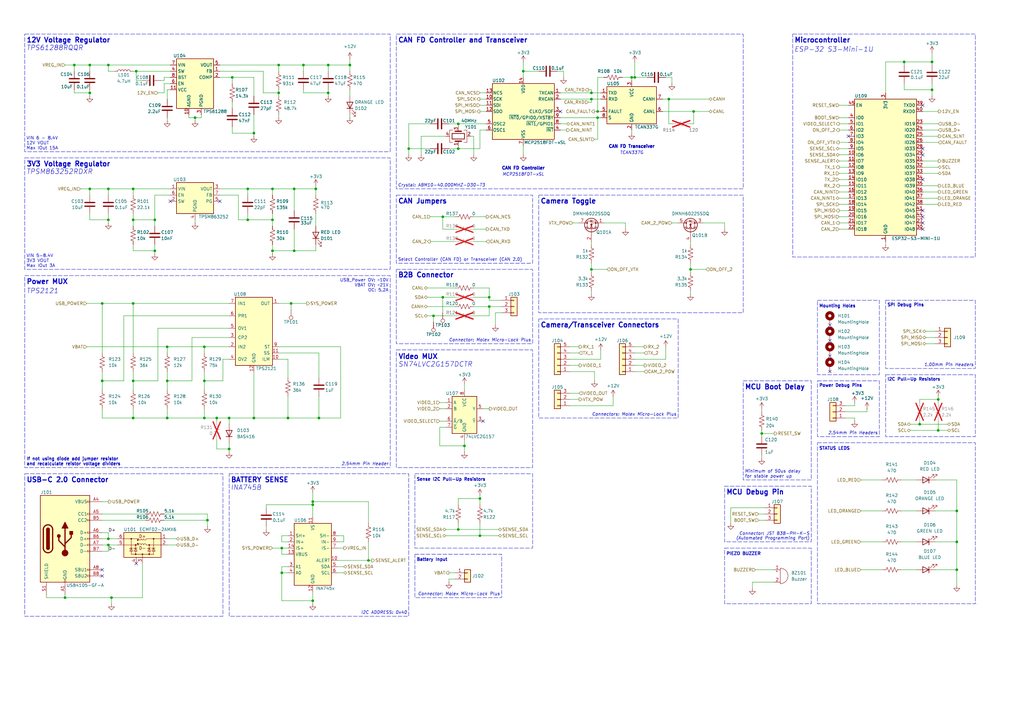
<source format=kicad_sch>
(kicad_sch (version 20250114) (generator "eeschema") (generator_version "9.0")
  (paper "A3")
  (lib_symbols
    (symbol "74xGxx:74LVC2G157"
      (property "Reference" "U3" (at 2.54 10.16 0))
      (property "Value" "74LVC2G157" (at 7.62 -10.16 0))
      (symbol "74LVC2G157_1_1"
        (pin input line (at -7.62 5.08 0) (length 2.54) (name "A") (number "1"))
        (pin input line (at -7.62 2.54 0) (length 2.54) (name "B") (number "2"))
        (pin input line (at -7.62 -2.54 0) (length 2.54) (name "~{A}/B") (number "6"))
        (pin input line (at -7.62 -5.08 0) (length 2.54) (name "~{G}") (number "7"))
        (pin power_in line (at 0 10.16 270) (length 2.54) (name "VCC") (number "8"))
        (pin power_in line (at 0 -10.16 90) (length 2.54) (name "GND") (number "4"))
        (pin output line (at 7.62 2.54 180) (length 2.54) (name "Y") (number "5"))
        (pin output line (at 7.62 -2.54 180) (length 2.54) (name "~{Y}") (number "3"))
      )
    )
    (symbol "Connector:TestPoint" (pin_numbers (hide yes)) (pin_names (offset 0.762) (hide yes))
      (property "Reference" "TP" (at 0 6.858 0))
      (property "Value" "TestPoint" (at 0 5.08 0))
      (symbol "TestPoint_1_1"
        (pin passive line (at 0 0 90) (length 2.54) (name "1") (number "1"))
      )
    )
    (symbol "Connector:USB_C_Receptacle_USB2.0" (pin_names (offset 1.016))
      (property "Reference" "J1" (at 0 21.59 0))
      (property "Value" "USB_C_Receptacle_USB2.0" (at 0 19.05 0))
      (symbol "USB_C_Receptacle_USB2.0_1_1"
        (pin passive line (at -7.62 -22.86 90) (length 5.08) (name "SHIELD") (number "S1"))
        (pin passive line (at 0 -22.86 90) (length 5.08) (name "GND") (number "A1"))
        (pin passive line (at 0 -22.86 90) (length 5.08) (hide yes) (name "GND") (number "A12"))
        (pin passive line (at 0 -22.86 90) (length 5.08) (hide yes) (name "GND") (number "B1"))
        (pin passive line (at 0 -22.86 90) (length 5.08) (hide yes) (name "GND") (number "B12"))
        (pin passive line (at 15.24 15.24 180) (length 5.08) (name "VBUS") (number "A4"))
        (pin passive line (at 15.24 15.24 180) (length 5.08) (hide yes) (name "VBUS") (number "A9"))
        (pin passive line (at 15.24 15.24 180) (length 5.08) (hide yes) (name "VBUS") (number "B4"))
        (pin passive line (at 15.24 15.24 180) (length 5.08) (hide yes) (name "VBUS") (number "B9"))
        (pin bidirectional line (at 15.24 10.16 180) (length 5.08) (name "CC1") (number "A5"))
        (pin bidirectional line (at 15.24 7.62 180) (length 5.08) (name "CC2") (number "B5"))
        (pin bidirectional line (at 15.24 2.54 180) (length 5.08) (name "D+") (number "A6"))
        (pin bidirectional line (at 15.24 0 180) (length 5.08) (name "D+") (number "B6"))
        (pin bidirectional line (at 15.24 -2.54 180) (length 5.08) (name "D-") (number "A7"))
        (pin bidirectional line (at 15.24 -5.08 180) (length 5.08) (name "D-") (number "B7"))
        (pin bidirectional line (at 15.24 -12.7 180) (length 5.08) (name "SBU1") (number "A8"))
        (pin bidirectional line (at 15.24 -15.24 180) (length 5.08) (name "SBU2") (number "B8"))
      )
    )
    (symbol "Connector_Generic:Conn_01x02" (pin_names (offset 1.016) (hide yes))
      (property "Reference" "J" (at 0 2.54 0))
      (property "Value" "Conn_01x02" (at 0 -5.08 0))
      (symbol "Conn_01x02_1_1"
        (pin passive line (at -5.08 0 0) (length 3.81) (name "Pin_1") (number "1"))
        (pin passive line (at -5.08 -2.54 0) (length 3.81) (name "Pin_2") (number "2"))
      )
    )
    (symbol "Connector_Generic:Conn_01x03" (pin_names (offset 1.016) (hide yes))
      (property "Reference" "J" (at 0 5.08 0))
      (property "Value" "Conn_01x03" (at 0 -5.08 0))
      (symbol "Conn_01x03_1_1"
        (pin passive line (at -5.08 2.54 0) (length 3.81) (name "Pin_1") (number "1"))
        (pin passive line (at -5.08 0 0) (length 3.81) (name "Pin_2") (number "2"))
        (pin passive line (at -5.08 -2.54 0) (length 3.81) (name "Pin_3") (number "3"))
      )
    )
    (symbol "Connector_Generic:Conn_01x05" (pin_names (offset 1.016) (hide yes))
      (property "Reference" "J" (at 0 7.62 0))
      (property "Value" "Conn_01x05" (at 0 -7.62 0))
      (symbol "Conn_01x05_1_1"
        (pin passive line (at -5.08 5.08 0) (length 3.81) (name "Pin_1") (number "1"))
        (pin passive line (at -5.08 2.54 0) (length 3.81) (name "Pin_2") (number "2"))
        (pin passive line (at -5.08 0 0) (length 3.81) (name "Pin_3") (number "3"))
        (pin passive line (at -5.08 -2.54 0) (length 3.81) (name "Pin_4") (number "4"))
        (pin passive line (at -5.08 -5.08 0) (length 3.81) (name "Pin_5") (number "5"))
      )
    )
    (symbol "Device:Buzzer" (pin_names (offset 0.0254) (hide yes))
      (property "Reference" "BZ" (at 3.81 1.27 0))
      (property "Value" "Buzzer" (at 3.81 -1.27 0))
      (symbol "Buzzer_1_1"
        (pin passive line (at -2.54 2.54 0) (length 2.54) (name "-") (number "1"))
        (pin passive line (at -2.54 -2.54 0) (length 2.54) (name "+") (number "2"))
      )
    )
    (symbol "Device:C" (pin_numbers (hide yes)) (pin_names (offset 0.254))
      (property "Reference" "C" (at 0.635 2.54 0))
      (property "Value" "C" (at 0.635 -2.54 0))
      (symbol "C_1_1"
        (pin passive line (at 0 3.81 270) (length 2.794) (name "~") (number "1"))
        (pin passive line (at 0 -3.81 90) (length 2.794) (name "~") (number "2"))
      )
    )
    (symbol "Device:C_Polarized_US" (pin_numbers (hide yes)) (pin_names (offset 0.254) (hide yes))
      (property "Reference" "C" (at 0.635 2.54 0))
      (property "Value" "C_Polarized_US" (at 0.635 -2.54 0))
      (symbol "C_Polarized_US_1_1"
        (pin passive line (at 0 3.81 270) (length 2.794) (name "~") (number "1"))
        (pin passive line (at 0 -3.81 90) (length 3.302) (name "~") (number "2"))
      )
    )
    (symbol "Device:Crystal_GND24" (pin_names (offset 1.016) (hide yes))
      (property "Reference" "Y" (at 3.175 5.08 0))
      (property "Value" "Crystal_GND24" (at 3.175 3.175 0))
      (symbol "Crystal_GND24_1_1"
        (pin passive line (at -3.81 0 0) (length 1.27) (name "1") (number "1"))
        (pin passive line (at 0 5.08 270) (length 1.27) (name "2") (number "2"))
        (pin passive line (at 0 -5.08 90) (length 1.27) (name "4") (number "4"))
        (pin passive line (at 3.81 0 180) (length 1.27) (name "3") (number "3"))
      )
    )
    (symbol "Device:D" (pin_numbers (hide yes)) (pin_names (offset 1.016) (hide yes))
      (property "Reference" "D" (at 0 2.54 0))
      (property "Value" "D" (at 0 -2.54 0))
      (symbol "D_1_1"
        (pin passive line (at -3.81 0 0) (length 2.54) (name "K") (number "1"))
        (pin passive line (at 3.81 0 180) (length 2.54) (name "A") (number "2"))
      )
    )
    (symbol "Device:L" (pin_numbers (hide yes)) (pin_names (offset 1.016) (hide yes))
      (property "Reference" "L" (at -1.27 0 90))
      (property "Value" "L" (at 1.905 0 90))
      (symbol "L_1_1"
        (pin passive line (at 0 3.81 270) (length 1.27) (name "1") (number "1"))
        (pin passive line (at 0 -3.81 90) (length 1.27) (name "2") (number "2"))
      )
    )
    (symbol "Device:LED" (pin_numbers (hide yes)) (pin_names (offset 1.016) (hide yes))
      (property "Reference" "D" (at 0 2.54 0))
      (property "Value" "LED" (at 0 -2.54 0))
      (symbol "LED_1_1"
        (pin passive line (at -3.81 0 0) (length 2.54) (name "K") (number "1"))
        (pin passive line (at 3.81 0 180) (length 2.54) (name "A") (number "2"))
      )
    )
    (symbol "Device:R_US" (pin_numbers (hide yes)) (pin_names (offset 0))
      (property "Reference" "R" (at 2.54 0 90))
      (property "Value" "R_US" (at -2.54 0 90))
      (symbol "R_US_1_1"
        (pin passive line (at 0 3.81 270) (length 1.27) (name "~") (number "1"))
        (pin passive line (at 0 -3.81 90) (length 1.27) (name "~") (number "2"))
      )
    )
    (symbol "GND_1" (power) (pin_numbers (hide yes)) (pin_names (offset 0) (hide yes))
      (property "Value" "GND" (at 0 -3.81 0))
      (symbol "GND_1_1_1"
        (pin power_in line (at 0 0 270) (length 0) (name "~") (number "1"))
      )
    )
    (symbol "GND_10" (power) (pin_numbers (hide yes)) (pin_names (offset 0) (hide yes))
      (property "Value" "GND" (at 0 -3.81 0))
      (symbol "GND_10_1_1"
        (pin power_in line (at 0 0 270) (length 0) (name "~") (number "1"))
      )
    )
    (symbol "GND_11" (power) (pin_numbers (hide yes)) (pin_names (offset 0) (hide yes))
      (property "Value" "GND" (at 0 -3.81 0))
      (symbol "GND_11_1_1"
        (pin power_in line (at 0 0 270) (length 0) (name "~") (number "1"))
      )
    )
    (symbol "GND_12" (power) (pin_numbers (hide yes)) (pin_names (offset 0) (hide yes))
      (property "Value" "GND" (at 0 -3.81 0))
      (symbol "GND_12_1_1"
        (pin power_in line (at 0 0 270) (length 0) (name "~") (number "1"))
      )
    )
    (symbol "GND_13" (power) (pin_numbers (hide yes)) (pin_names (offset 0) (hide yes))
      (property "Value" "GND" (at 0 -3.81 0))
      (symbol "GND_13_1_1"
        (pin power_in line (at 0 0 270) (length 0) (name "~") (number "1"))
      )
    )
    (symbol "GND_2" (power) (pin_numbers (hide yes)) (pin_names (offset 0) (hide yes))
      (property "Value" "GND" (at 0 -3.81 0))
      (symbol "GND_2_1_1"
        (pin power_in line (at 0 0 270) (length 0) (name "~") (number "1"))
      )
    )
    (symbol "GND_3" (power) (pin_numbers (hide yes)) (pin_names (offset 0) (hide yes))
      (property "Value" "GND" (at 0 -3.81 0))
      (symbol "GND_3_1_1"
        (pin power_in line (at 0 0 270) (length 0) (name "~") (number "1"))
      )
    )
    (symbol "GND_4" (power) (pin_numbers (hide yes)) (pin_names (offset 0) (hide yes))
      (property "Value" "GND" (at 0 -3.81 0))
      (symbol "GND_4_1_1"
        (pin power_in line (at 0 0 270) (length 0) (name "~") (number "1"))
      )
    )
    (symbol "GND_5" (power) (pin_numbers (hide yes)) (pin_names (offset 0) (hide yes))
      (property "Value" "GND" (at 0 -3.81 0))
      (symbol "GND_5_1_1"
        (pin power_in line (at 0 0 270) (length 0) (name "~") (number "1"))
      )
    )
    (symbol "GND_6" (power) (pin_numbers (hide yes)) (pin_names (offset 0) (hide yes))
      (property "Value" "GND" (at 0 -3.81 0))
      (symbol "GND_6_1_1"
        (pin power_in line (at 0 0 270) (length 0) (name "~") (number "1"))
      )
    )
    (symbol "GND_7" (power) (pin_numbers (hide yes)) (pin_names (offset 0) (hide yes))
      (property "Value" "GND" (at 0 -3.81 0))
      (symbol "GND_7_1_1"
        (pin power_in line (at 0 0 270) (length 0) (name "~") (number "1"))
      )
    )
    (symbol "GND_8" (power) (pin_numbers (hide yes)) (pin_names (offset 0) (hide yes))
      (property "Value" "GND" (at 0 -3.81 0))
      (symbol "GND_8_1_1"
        (pin power_in line (at 0 0 270) (length 0) (name "~") (number "1"))
      )
    )
    (symbol "GND_9" (power) (pin_numbers (hide yes)) (pin_names (offset 0) (hide yes))
      (property "Value" "GND" (at 0 -3.81 0))
      (symbol "GND_9_1_1"
        (pin power_in line (at 0 0 270) (length 0) (name "~") (number "1"))
      )
    )
    (symbol "INA745x_1"
      (property "Reference" "U" (at -7.112 13.97 0))
      (property "Value" "INA745x" (at 5.08 -13.97 0))
      (symbol "INA745x_1_1_1"
        (pin output line (at -10.16 7.62 0) (length 2.54) (name "SH+") (number "1"))
        (pin input line (at -10.16 5.08 0) (length 2.54) (name "IN+") (number "2"))
        (pin input line (at -10.16 2.54 0) (length 2.54) (name "IS+") (number "14"))
        (pin input line (at -10.16 0 0) (length 2.54) (name "VBUS") (number "13"))
        (pin input line (at -10.16 -5.08 0) (length 2.54) (name "A1") (number "3"))
        (pin input line (at -10.16 -7.62 0) (length 2.54) (name "A0") (number "4"))
        (pin power_in line (at 0 15.24 270) (length 2.54) (name "VS") (number "11"))
        (pin power_out line (at 0 -15.24 90) (length 2.54) (name "GND") (number "12"))
        (pin output line (at 10.16 7.62 180) (length 2.54) (name "SH-") (number "8"))
        (pin input line (at 10.16 5.08 180) (length 2.54) (name "IN-") (number "9"))
        (pin input line (at 10.16 2.54 180) (length 2.54) (name "IS-") (number "7"))
        (pin output line (at 10.16 -2.54 180) (length 2.54) (name "ALERT") (number "10"))
        (pin bidirectional line (at 10.16 -5.08 180) (length 2.54) (name "SDA") (number "5"))
        (pin input line (at 10.16 -7.62 180) (length 2.54) (name "SCL") (number "6"))
      )
    )
    (symbol "Interface_CAN_LIN:TCAN337G"
      (property "Reference" "U" (at -10.16 8.89 0))
      (property "Value" "TCAN337G" (at 2.54 8.89 0))
      (symbol "TCAN337G_1_1"
        (pin input line (at -12.7 5.08 0) (length 2.54) (name "TXD") (number "1"))
        (pin tri_state line (at -12.7 2.54 0) (length 2.54) (name "RXD") (number "4"))
        (pin open_collector line (at -12.7 -2.54 0) (length 2.54) (name "FAULT") (number "5"))
        (pin input line (at -12.7 -5.08 0) (length 2.54) (name "S") (number "8"))
        (pin power_in line (at 0 10.16 270) (length 2.54) (name "VCC") (number "3"))
        (pin power_in line (at 0 -10.16 90) (length 2.54) (name "GND") (number "2"))
        (pin bidirectional line (at 12.7 2.54 180) (length 2.54) (name "CANH") (number "7"))
        (pin bidirectional line (at 12.7 -2.54 180) (length 2.54) (name "CANL") (number "6"))
      )
    )
    (symbol "Interface_CAN_Microchip:MCP2518FDT-xSL" (pin_names (offset 0.254))
      (property "Reference" "U" (at -11.43 12.7 0))
      (property "Value" "MCP2518FDT-xSL" (at 10.16 -12.7 0))
      (symbol "MCP2518FDT-xSL_1_1"
        (pin input line (at -15.24 7.62 0) (length 2.54) (name "NCS") (number "13"))
        (pin input line (at -15.24 5.08 0) (length 2.54) (name "SCK") (number "10"))
        (pin input line (at -15.24 2.54 0) (length 2.54) (name "SDI") (number "11"))
        (pin output line (at -15.24 0 0) (length 2.54) (name "SDO") (number "12"))
        (pin output line (at -15.24 -5.08 0) (length 2.54) (name "OSC2") (number "5"))
        (pin input line (at -15.24 -7.62 0) (length 2.54) (name "OSC1") (number "6"))
        (pin power_in line (at 0 13.97 270) (length 2.54) (name "VDD") (number "14"))
        (pin power_in line (at 0 -13.97 90) (length 2.54) (name "VSS") (number "7"))
        (pin output line (at 15.24 7.62 180) (length 2.54) (name "TXCAN") (number "1"))
        (pin input line (at 15.24 5.08 180) (length 2.54) (name "RXCAN") (number "2"))
        (pin output line (at 15.24 0 180) (length 2.54) (name "CLKO/SOF") (number "3"))
        (pin bidirectional line (at 15.24 -2.54 180) (length 2.54) (name "~{INT0}/GPIO0/XSTBY") (number "9"))
        (pin bidirectional line (at 15.24 -5.08 180) (length 2.54) (name "~{INT1}/GPIO1") (number "8"))
        (pin output line (at 15.24 -7.62 180) (length 2.54) (name "~{INT}") (number "4"))
      )
    )
    (symbol "MCU_ESP32:ESP32-P4"
      (property "Reference" "U" (at -54.61 43.688 0))
      (symbol "ESP32-P4_1_0"
        (pin bidirectional line (at -57.15 8.89 0) (length 2.54) (name "GPIO9/ADC") (number "10"))
        (pin bidirectional line (at -57.15 6.35 0) (length 2.54) (name "GPIO10/ADC") (number "11"))
        (pin bidirectional line (at -57.15 3.81 0) (length 2.54) (name "GPIO11/ADC") (number "12"))
        (pin bidirectional line (at -57.15 1.27 0) (length 2.54) (name "GPIO12/ADC") (number "13"))
        (pin bidirectional line (at -57.15 -1.27 0) (length 2.54) (name "GPIO13/ADC") (number "14"))
        (pin bidirectional line (at -57.15 -3.81 0) (length 2.54) (name "GPIO14/ADC") (number "15"))
        (pin bidirectional line (at -57.15 -6.35 0) (length 2.54) (name "GPIO15/ADC") (number "16"))
        (pin bidirectional line (at -57.15 -8.89 0) (length 2.54) (name "GPIO16/ADC") (number "17"))
        (pin bidirectional line (at -57.15 -11.43 0) (length 2.54) (name "GPIO17/ADC") (number "18"))
        (pin bidirectional line (at -57.15 -13.97 0) (length 2.54) (name "GPIO18/ADC") (number "19"))
        (pin bidirectional line (at -57.15 -16.51 0) (length 2.54) (name "GPIO19/ADC") (number "20"))
        (pin power_in line (at -57.15 -19.05 0) (length 2.54) (name "VDDPST_2") (number "21"))
        (pin bidirectional line (at -57.15 -21.59 0) (length 2.54) (name "GPIO20/ADC") (number "22"))
        (pin bidirectional line (at -57.15 -24.13 0) (length 2.54) (name "GPIO21/ADC") (number "23"))
        (pin bidirectional line (at -57.15 -26.67 0) (length 2.54) (name "GPIO22/ADC") (number "24"))
        (pin bidirectional line (at -57.15 -29.21 0) (length 2.54) (name "GPIO23/ADC") (number "25"))
        (pin power_in line (at -57.15 -31.75 0) (length 2.54) (name "VDD_HP_0") (number "26"))
        (pin bidirectional line (at -31.75 44.45 270) (length 2.54) (name "GPIO0/ADC") (number "104"))
        (pin bidirectional line (at -31.75 -44.45 90) (length 2.54) (name "FLASH_CS") (number "27"))
        (pin input line (at -29.21 44.45 270) (length 2.54) (name "CHIP_PU") (number "103"))
        (pin bidirectional line (at -29.21 -44.45 90) (length 2.54) (name "FLASH_Q") (number "28"))
        (pin bidirectional line (at -26.67 44.45 270) (length 2.54) (name "VBAT") (number "102"))
        (pin bidirectional line (at -26.67 -44.45 90) (length 2.54) (name "FLASH_WP") (number "29"))
        (pin bidirectional line (at -24.13 44.45 270) (length 2.54) (name "VDDA") (number "101"))
        (pin power_in line (at -24.13 -44.45 90) (length 2.54) (name "VDDPST_3") (number "30"))
        (pin bidirectional line (at -21.59 44.45 270) (length 2.54) (name "XTAL_P") (number "100"))
        (pin bidirectional line (at -21.59 -44.45 90) (length 2.54) (name "FLASH_HOLD") (number "31"))
        (pin bidirectional line (at -19.05 44.45 270) (length 2.54) (name "XTAL_N") (number "99"))
        (pin bidirectional line (at -19.05 -44.45 90) (length 2.54) (name "FLASH_CK") (number "32"))
        (pin bidirectional line (at -16.51 44.45 270) (length 2.54) (name "GPIO54/ADC") (number "98"))
        (pin bidirectional line (at -16.51 -44.45 90) (length 2.54) (name "FLASH_D") (number "33"))
        (pin bidirectional line (at -13.97 44.45 270) (length 2.54) (name "GPIO53/ADC") (number "97"))
        (pin bidirectional line (at -13.97 -44.45 90) (length 2.54) (name "DSI_REXT") (number "34"))
        (pin power_in line (at -11.43 44.45 270) (length 2.54) (name "VDDPST_6") (number "96"))
        (pin bidirectional line (at -11.43 -44.45 90) (length 2.54) (name "DSI_DATAP1") (number "35"))
        (pin bidirectional line (at -8.89 44.45 270) (length 2.54) (name "GPIO52/ADC") (number "95"))
        (pin bidirectional line (at -8.89 -44.45 90) (length 2.54) (name "DSI_DATAN1") (number "36"))
        (pin bidirectional line (at -6.35 44.45 270) (length 2.54) (name "GPIO51/ADC") (number "94"))
        (pin bidirectional line (at -6.35 -44.45 90) (length 2.54) (name "DSI_CLKN") (number "37"))
        (pin bidirectional line (at -3.81 44.45 270) (length 2.54) (name "GPIO50/ADC") (number "93"))
        (pin bidirectional line (at -3.81 -44.45 90) (length 2.54) (name "DSI_CLKP") (number "38"))
        (pin bidirectional line (at -1.27 44.45 270) (length 2.54) (name "GPIO49/ADC") (number "92"))
        (pin bidirectional line (at -1.27 -44.45 90) (length 2.54) (name "DSI_DATAP0") (number "39"))
        (pin power_in line (at 1.27 44.45 270) (length 2.54) (name "VDD_HP_3") (number "91"))
        (pin bidirectional line (at 1.27 -44.45 90) (length 2.54) (name "DSI_DATAN0") (number "40"))
        (pin bidirectional line (at 3.81 44.45 270) (length 2.54) (name "GPIO48") (number "90"))
        (pin power_in line (at 3.81 -44.45 90) (length 2.54) (name "VDD_MIPI_DPHY") (number "41"))
        (pin bidirectional line (at 6.35 44.45 270) (length 2.54) (name "GPIO47") (number "89"))
        (pin bidirectional line (at 6.35 -44.45 90) (length 2.54) (name "CSI_DATAN0") (number "42"))
        (pin bidirectional line (at 8.89 44.45 270) (length 2.54) (name "GPIO46") (number "88"))
        (pin bidirectional line (at 8.89 -44.45 90) (length 2.54) (name "CSI_DATAP0") (number "43"))
        (pin bidirectional line (at 11.43 44.45 270) (length 2.54) (name "GPIO45") (number "87"))
        (pin bidirectional line (at 11.43 -44.45 90) (length 2.54) (name "CSI_CLKP") (number "44"))
        (pin bidirectional line (at 13.97 44.45 270) (length 2.54) (name "GPIO44") (number "86"))
        (pin bidirectional line (at 13.97 -44.45 90) (length 2.54) (name "CSI_CLKN") (number "45"))
        (pin power_in line (at 16.51 44.45 270) (length 2.54) (name "VDDPST_5") (number "85"))
        (pin bidirectional line (at 16.51 -44.45 90) (length 2.54) (name "CSI_DATAN1") (number "46"))
        (pin bidirectional line (at 19.05 44.45 270) (length 2.54) (name "GPIO43") (number "84"))
        (pin bidirectional line (at 19.05 -44.45 90) (length 2.54) (name "CSI_DATAP1") (number "47"))
        (pin bidirectional line (at 21.59 44.45 270) (length 2.54) (name "GPIO42") (number "83"))
        (pin bidirectional line (at 21.59 -44.45 90) (length 2.54) (name "CSI_REXT") (number "48"))
        (pin bidirectional line (at 24.13 44.45 270) (length 2.54) (name "GPIO41") (number "82"))
        (pin bidirectional line (at 24.13 -44.45 90) (length 2.54) (name "USB-DM") (number "49"))
        (pin bidirectional line (at 26.67 44.45 270) (length 2.54) (name "GPIO40") (number "81"))
        (pin bidirectional line (at 26.67 -44.45 90) (length 2.54) (name "USB-DP") (number "50"))
        (pin bidirectional line (at 29.21 44.45 270) (length 2.54) (name "GPIO39") (number "80"))
        (pin power_in line (at 29.21 -44.45 90) (length 2.54) (name "VCCA") (number "51"))
        (pin output line (at 31.75 44.45 270) (length 2.54) (name "EN_DCDC") (number "79"))
        (pin bidirectional line (at 31.75 -44.45 90) (length 2.54) (name "GPIO24/ADC/USB") (number "52"))
        (pin power_in line (at 45.72 -44.45 90) (length 2.54) (name "GND") (number "105"))
        (pin bidirectional line (at 59.69 33.02 180) (length 2.54) (name "FB_DCDC") (number "78"))
        (pin power_in line (at 59.69 30.48 180) (length 2.54) (name "VDDPST_DCDC") (number "77"))
        (pin power_in line (at 59.69 27.94 180) (length 2.54) (name "VDD_HP_2") (number "76"))
        (pin power_in line (at 59.69 25.4 180) (length 2.54) (name "VDDPST_LDO") (number "75"))
        (pin power_in line (at 59.69 22.86 180) (length 2.54) (name "VFB/VO4") (number "74"))
        (pin power_in line (at 59.69 20.32 180) (length 2.54) (name "VFB/VO3") (number "73"))
        (pin power_in line (at 59.69 17.78 180) (length 2.54) (name "VFB/VO2") (number "72"))
        (pin power_in line (at 59.69 15.24 180) (length 2.54) (name "VFB/VO1") (number "71"))
        (pin bidirectional line (at 59.69 12.7 180) (length 2.54) (name "GPIO38") (number "70"))
        (pin bidirectional line (at 59.69 10.16 180) (length 2.54) (name "GPIO37") (number "69"))
        (pin bidirectional line (at 59.69 7.62 180) (length 2.54) (name "GPIO36") (number "68"))
        (pin power_in line (at 59.69 5.08 180) (length 2.54) (name "VDDPST") (number "67"))
        (pin bidirectional line (at 59.69 2.54 180) (length 2.54) (name "GPIO35") (number "66"))
        (pin bidirectional line (at 59.69 0 180) (length 2.54) (name "GPIO34") (number "65"))
        (pin bidirectional line (at 59.69 -2.54 180) (length 2.54) (name "GPIO33") (number "64"))
        (pin bidirectional line (at 59.69 -5.08 180) (length 2.54) (name "GPIO32") (number "63"))
        (pin power_in line (at 59.69 -7.62 180) (length 2.54) (name "VDDPST_4") (number "62"))
        (pin bidirectional line (at 59.69 -10.16 180) (length 2.54) (name "GPIO31") (number "61"))
        (pin bidirectional line (at 59.69 -12.7 180) (length 2.54) (name "GPIO30") (number "60"))
        (pin power_in line (at 59.69 -15.24 180) (length 2.54) (name "VDDPST") (number "59"))
        (pin bidirectional line (at 59.69 -17.78 180) (length 2.54) (name "GPIO29") (number "58"))
        (pin bidirectional line (at 59.69 -20.32 180) (length 2.54) (name "GPIO28") (number "57"))
        (pin bidirectional line (at 59.69 -22.86 180) (length 2.54) (name "GPIO27/ADC/USB") (number "56"))
        (pin bidirectional line (at 59.69 -25.4 180) (length 2.54) (name "GPIO26/ADC/USB") (number "55"))
        (pin no_connect line (at 59.69 -27.94 180) (length 2.54) (name "NC") (number "54"))
        (pin bidirectional line (at 59.69 -30.48 180) (length 2.54) (name "GPIO25/ADC/USB") (number "53"))
      )
      (symbol "ESP32-P4_1_1"
        (text "ESP32-P4" (at 0 0 0) (effects (font (size 2.54 2.54))))
        (text "MIPI DSI/CSI" (at 3.556 -24.384 0) (effects (font (size 1.27 1.27))))
        (pin bidirectional line (at -57.15 31.75 0) (length 2.54) (name "GPIO1/ADC") (number "1"))
        (pin bidirectional line (at -57.15 29.21 0) (length 2.54) (name "GPIO2/ADC") (number "2"))
        (pin bidirectional line (at -57.15 26.67 0) (length 2.54) (name "GPIO3/ADC") (number "3"))
        (pin bidirectional line (at -57.15 24.13 0) (length 2.54) (name "GPIO4/ADC") (number "4"))
        (pin bidirectional line (at -57.15 21.59 0) (length 2.54) (name "GPIO5/ADC") (number "5"))
        (pin bidirectional line (at -57.15 19.05 0) (length 2.54) (name "GPIO6/ADC") (number "6"))
        (pin bidirectional line (at -57.15 16.51 0) (length 2.54) (name "GPIO7/ADC") (number "7"))
        (pin bidirectional line (at -57.15 13.97 0) (length 2.54) (name "GPIO8/ADC") (number "8"))
        (pin power_in line (at -57.15 11.43 0) (length 2.54) (name "VDDPST_1") (number "9"))
      )
    )
    (symbol "Mechanical:MountingHole_Pad" (pin_numbers (hide yes)) (pin_names (offset 1.016) (hide yes))
      (property "Reference" "H" (at 0 6.35 0))
      (property "Value" "MountingHole_Pad" (at 0 4.445 0))
      (symbol "MountingHole_Pad_1_1"
        (pin input line (at 0 -2.54 90) (length 2.54) (name "1") (number "1"))
      )
    )
    (symbol "Power_MUX:TPS2121" (pin_names (offset 1.016))
      (property "Reference" "U4" (at -6.35 16.51 0))
      (property "Value" "TPS2121" (at 5.08 -16.51 0))
      (symbol "TPS2121_0_0"
        (pin power_in line (at -10.16 12.7 0) (length 2.54) (name "IN1") (number "7"))
        (pin input line (at -10.16 7.62 0) (length 2.54) (name "PR1") (number "6"))
        (pin input line (at -10.16 2.54 0) (length 2.54) (name "OV1") (number "5"))
        (pin input line (at -10.16 -1.27 0) (length 2.54) (name "CP2") (number "3"))
        (pin power_in line (at -10.16 -5.08 0) (length 2.54) (name "IN2") (number "2"))
        (pin input line (at -10.16 -10.16 0) (length 2.54) (name "OV2") (number "4"))
        (pin power_in line (at 0 -15.24 90) (length 2.54) (name "GND") (number "12"))
        (pin output line (at 10.16 -5.08 180) (length 2.54) (name "ST") (number "9"))
        (pin output line (at 10.16 -7.62 180) (length 2.54) (name "SS") (number "11"))
        (pin output line (at 10.16 -10.16 180) (length 2.54) (name "ILM") (number "10"))
      )
      (symbol "TPS2121_1_0"
        (pin power_out line (at 10.16 12.7 180) (length 2.54) (name "OUT") (number "1"))
        (pin power_out line (at 10.16 12.7 180) (length 2.54) (hide yes) (name "OUT") (number "8"))
      )
    )
    (symbol "Power_Protection:ECMF02-2AMX6" (pin_names (offset 0.0254) (hide yes))
      (property "Reference" "U" (at 0 10.16 0))
      (property "Value" "ECMF02-2AMX6" (at 0 7.62 0))
      (symbol "ECMF02-2AMX6_0_1"
        (text "D+" (at 0 3.556 0) (effects (font (size 1.27 1.27))))
        (text "D-" (at 0 -1.27 0) (effects (font (size 1.27 1.27))))
      )
      (symbol "ECMF02-2AMX6_1_1"
        (pin passive line (at -10.16 2.54 0) (length 2.54) (name "D+_in") (number "1"))
        (pin passive line (at -10.16 0 0) (length 2.54) (name "D-_in") (number "2"))
        (pin power_in line (at 0 -7.62 90) (length 2.54) (name "GND") (number "3"))
        (pin free line (at 2.54 -7.62 90) (length 2.54) (name "NC") (number "4"))
        (pin passive line (at 10.16 2.54 180) (length 2.54) (name "D+_out") (number "6"))
        (pin passive line (at 10.16 0 180) (length 2.54) (name "D-_out") (number "5"))
      )
    )
    (symbol "RF:Si4464"
      (property "Reference" "U" (at -6.35 16.51 0))
      (property "Value" "Si4464" (at 6.35 16.51 0))
      (symbol "Si4464_1_1"
        (pin input line (at -10.16 12.7 0) (length 2.54) (name "SDN") (number "1"))
        (pin input line (at -10.16 7.62 0) (length 2.54) (name "XIN") (number "17"))
        (pin passive line (at -10.16 2.54 0) (length 2.54) (name "XOUT") (number "16"))
        (pin input line (at -10.16 -2.54 0) (length 2.54) (name "SCLK") (number "12"))
        (pin input line (at -10.16 -5.08 0) (length 2.54) (name "SDI") (number "14"))
        (pin output line (at -10.16 -7.62 0) (length 2.54) (name "SDO") (number "13"))
        (pin input line (at -10.16 -10.16 0) (length 2.54) (name "~{SEL}") (number "15"))
        (pin open_collector line (at -10.16 -12.7 0) (length 2.54) (name "~{IRQ}") (number "11"))
        (pin power_in line (at 0 17.78 270) (length 2.54) (name "VDD") (number "6"))
        (pin power_in line (at 0 -17.78 90) (length 2.54) (name "GND") (number "18"))
        (pin passive line (at 0 -17.78 90) (length 2.54) (hide yes) (name "GND") (number "21"))
        (pin power_in line (at 2.54 17.78 270) (length 2.54) (name "VDD") (number "8"))
        (pin no_connect line (at 7.62 -15.24 180) (length 2.54) (hide yes) (name "NC") (number "5"))
        (pin output line (at 10.16 12.7 180) (length 2.54) (name "TX") (number "4"))
        (pin output line (at 10.16 7.62 180) (length 2.54) (name "TXRAMP") (number "7"))
        (pin input line (at 10.16 2.54 180) (length 2.54) (name "RXp") (number "2"))
        (pin input line (at 10.16 0 180) (length 2.54) (name "RXn") (number "3"))
        (pin bidirectional line (at 10.16 -5.08 180) (length 2.54) (name "GPIO0") (number "9"))
        (pin bidirectional line (at 10.16 -7.62 180) (length 2.54) (name "GPIO1") (number "10"))
        (pin bidirectional line (at 10.16 -10.16 180) (length 2.54) (name "GPIO2") (number "19"))
        (pin bidirectional line (at 10.16 -12.7 180) (length 2.54) (name "GPIO3") (number "20"))
      )
    )
    (symbol "RF_Module:ESP32-S3-MINI-1U"
      (property "Reference" "U" (at -11.43 29.21 0))
      (property "Value" "ESP32-S3-MINI-1U" (at 12.7 29.21 0))
      (symbol "ESP32-S3-MINI-1U_1_1"
        (pin input line (at -15.24 25.4 0) (length 2.54) (name "EN") (number "45"))
        (pin bidirectional line (at -15.24 20.32 0) (length 2.54) (name "IO0") (number "4"))
        (pin bidirectional line (at -15.24 17.78 0) (length 2.54) (name "IO1") (number "5"))
        (pin bidirectional line (at -15.24 15.24 0) (length 2.54) (name "IO2") (number "6"))
        (pin bidirectional line (at -15.24 12.7 0) (length 2.54) (name "IO3") (number "7"))
        (pin bidirectional line (at -15.24 10.16 0) (length 2.54) (name "IO4") (number "8"))
        (pin bidirectional line (at -15.24 7.62 0) (length 2.54) (name "IO5") (number "9"))
        (pin bidirectional line (at -15.24 5.08 0) (length 2.54) (name "IO6") (number "10"))
        (pin bidirectional line (at -15.24 2.54 0) (length 2.54) (name "IO7") (number "11"))
        (pin bidirectional line (at -15.24 0 0) (length 2.54) (name "IO8") (number "12"))
        (pin bidirectional line (at -15.24 -2.54 0) (length 2.54) (name "IO9") (number "13"))
        (pin bidirectional line (at -15.24 -5.08 0) (length 2.54) (name "IO10") (number "14"))
        (pin bidirectional line (at -15.24 -7.62 0) (length 2.54) (name "IO11") (number "15"))
        (pin bidirectional line (at -15.24 -10.16 0) (length 2.54) (name "IO12") (number "16"))
        (pin bidirectional line (at -15.24 -12.7 0) (length 2.54) (name "IO13") (number "17"))
        (pin bidirectional line (at -15.24 -15.24 0) (length 2.54) (name "IO14") (number "18"))
        (pin bidirectional line (at -15.24 -17.78 0) (length 2.54) (name "IO15") (number "19"))
        (pin bidirectional line (at -15.24 -20.32 0) (length 2.54) (name "IO16") (number "20"))
        (pin bidirectional line (at -15.24 -22.86 0) (length 2.54) (name "IO17") (number "21"))
        (pin bidirectional line (at -15.24 -25.4 0) (length 2.54) (name "IO18") (number "22"))
        (pin power_in line (at 0 30.48 270) (length 2.54) (name "3V3") (number "3"))
        (pin power_in line (at 0 -30.48 90) (length 2.54) (name "GND") (number "1"))
        (pin passive line (at 0 -30.48 90) (length 2.54) (hide yes) (name "GND") (number "2"))
        (pin passive line (at 0 -30.48 90) (length 2.54) (hide yes) (name "GND") (number "42"))
        (pin passive line (at 0 -30.48 90) (length 2.54) (hide yes) (name "GND") (number "43"))
        (pin passive line (at 0 -30.48 90) (length 2.54) (hide yes) (name "GND") (number "46"))
        (pin passive line (at 0 -30.48 90) (length 2.54) (hide yes) (name "GND") (number "47"))
        (pin passive line (at 0 -30.48 90) (length 2.54) (hide yes) (name "GND") (number "48"))
        (pin passive line (at 0 -30.48 90) (length 2.54) (hide yes) (name "GND") (number "49"))
        (pin passive line (at 0 -30.48 90) (length 2.54) (hide yes) (name "GND") (number "50"))
        (pin passive line (at 0 -30.48 90) (length 2.54) (hide yes) (name "GND") (number "51"))
        (pin passive line (at 0 -30.48 90) (length 2.54) (hide yes) (name "GND") (number "52"))
        (pin passive line (at 0 -30.48 90) (length 2.54) (hide yes) (name "GND") (number "53"))
        (pin passive line (at 0 -30.48 90) (length 2.54) (hide yes) (name "GND") (number "54"))
        (pin passive line (at 0 -30.48 90) (length 2.54) (hide yes) (name "GND") (number "55"))
        (pin passive line (at 0 -30.48 90) (length 2.54) (hide yes) (name "GND") (number "56"))
        (pin passive line (at 0 -30.48 90) (length 2.54) (hide yes) (name "GND") (number "57"))
        (pin passive line (at 0 -30.48 90) (length 2.54) (hide yes) (name "GND") (number "58"))
        (pin passive line (at 0 -30.48 90) (length 2.54) (hide yes) (name "GND") (number "59"))
        (pin passive line (at 0 -30.48 90) (length 2.54) (hide yes) (name "GND") (number "60"))
        (pin passive line (at 0 -30.48 90) (length 2.54) (hide yes) (name "GND") (number "61"))
        (pin passive line (at 0 -30.48 90) (length 2.54) (hide yes) (name "GND") (number "62"))
        (pin passive line (at 0 -30.48 90) (length 2.54) (hide yes) (name "GND") (number "63"))
        (pin passive line (at 0 -30.48 90) (length 2.54) (hide yes) (name "GND") (number "64"))
        (pin passive line (at 0 -30.48 90) (length 2.54) (hide yes) (name "GND") (number "65"))
        (pin bidirectional line (at 15.24 25.4 180) (length 2.54) (name "TXD0") (number "39"))
        (pin bidirectional line (at 15.24 22.86 180) (length 2.54) (name "RXD0") (number "40"))
        (pin bidirectional line (at 15.24 17.78 180) (length 2.54) (name "IO19") (number "23"))
        (pin bidirectional line (at 15.24 15.24 180) (length 2.54) (name "IO20") (number "24"))
        (pin bidirectional line (at 15.24 12.7 180) (length 2.54) (name "IO21") (number "25"))
        (pin bidirectional line (at 15.24 10.16 180) (length 2.54) (name "IO26") (number "26"))
        (pin bidirectional line (at 15.24 7.62 180) (length 2.54) (name "IO33") (number "28"))
        (pin bidirectional line (at 15.24 5.08 180) (length 2.54) (name "IO34") (number "29"))
        (pin bidirectional line (at 15.24 2.54 180) (length 2.54) (name "IO35") (number "31"))
        (pin bidirectional line (at 15.24 0 180) (length 2.54) (name "IO36") (number "32"))
        (pin bidirectional line (at 15.24 -2.54 180) (length 2.54) (name "IO37") (number "33"))
        (pin bidirectional line (at 15.24 -5.08 180) (length 2.54) (name "IO38") (number "34"))
        (pin bidirectional line (at 15.24 -7.62 180) (length 2.54) (name "IO39") (number "35"))
        (pin bidirectional line (at 15.24 -10.16 180) (length 2.54) (name "IO40") (number "36"))
        (pin bidirectional line (at 15.24 -12.7 180) (length 2.54) (name "IO41") (number "37"))
        (pin bidirectional line (at 15.24 -15.24 180) (length 2.54) (name "IO42") (number "38"))
        (pin bidirectional line (at 15.24 -17.78 180) (length 2.54) (name "IO45") (number "41"))
        (pin bidirectional line (at 15.24 -20.32 180) (length 2.54) (name "IO46") (number "44"))
        (pin bidirectional line (at 15.24 -22.86 180) (length 2.54) (name "IO47") (number "27"))
        (pin bidirectional line (at 15.24 -25.4 180) (length 2.54) (name "IO48") (number "30"))
      )
    )
    (symbol "Regulator_Texas:TI_TPS61288"
      (property "Reference" "U" (at -6.985 11.43 0))
      (property "Value" "TPS61288" (at 8.255 -12.065 0))
      (symbol "TI_TPS61288_1_1"
        (pin power_in line (at -10.16 7.62 0) (length 2.54) (name "VIN") (number "7"))
        (pin unspecified line (at -10.16 5.08 0) (length 2.54) (name "SW") (number "4"))
        (pin unspecified line (at -10.16 5.08 0) (length 2.54) (hide yes) (name "SW") (number "9"))
        (pin unspecified line (at -10.16 2.54 0) (length 2.54) (name "BST") (number "8"))
        (pin input line (at -10.16 0 0) (length 2.54) (name "EN") (number "6"))
        (pin unspecified line (at -10.16 -2.54 0) (length 2.54) (name "VCC") (number "11"))
        (pin power_in line (at -2.54 -12.7 90) (length 2.54) (name "AGND") (number "10"))
        (pin power_in line (at 2.54 -12.7 90) (length 2.54) (name "PGND") (number "3"))
        (pin power_in line (at 10.16 7.62 180) (length 2.54) (name "VOUT") (number "5"))
        (pin unspecified line (at 10.16 5.08 180) (length 2.54) (name "FB") (number "1"))
        (pin unspecified line (at 10.16 2.54 180) (length 2.54) (name "COMP") (number "2"))
      )
    )
    (symbol "Regulator_Texas:TI_TPSM863252"
      (property "Reference" "U" (at -6.985 6.35 0))
      (property "Value" "TPSM863252" (at 7.62 -8.89 0))
      (symbol "TI_TPSM863252_1_1"
        (pin power_in line (at -10.16 2.54 0) (length 2.54) (name "VIN") (number "1"))
        (pin input line (at -10.16 0 0) (length 2.54) (name "EN") (number "6"))
        (pin unspecified line (at -10.16 -2.54 0) (length 2.54) (name "SW") (number "2"))
        (pin power_in line (at 0 -10.16 90) (length 2.54) (name "PGND") (number "4"))
        (pin power_in line (at 10.16 2.54 180) (length 2.54) (name "VOUT") (number "3"))
        (pin unspecified line (at 10.16 0 180) (length 2.54) (name "FB") (number "7"))
        (pin open_collector line (at 10.16 -2.54 180) (length 2.54) (name "PG") (number "5"))
      )
    )
    (symbol "Transistor_FET_Diodes:DMNH6022SSDQ" (pin_names (hide yes))
      (property "Reference" "Q" (at 2.54 -1.27 0))
      (property "Value" "DMNH6022SSDQ" (at 2.54 1.27 0))
      (symbol "DMNH6022SSDQ_1_0"
        (pin input line (at -7.62 0 0) (length 2.54) (name "G1") (number "2"))
        (pin passive line (at 0 5.08 270) (length 2.54) (name "D1") (number "7"))
        (pin passive line (at 0 5.08 270) (length 2.54) (hide yes) (name "D1") (number "8"))
        (pin passive line (at 0 -5.08 90) (length 2.54) (name "S1") (number "1"))
      )
      (symbol "DMNH6022SSDQ_2_0"
        (pin input line (at -7.62 0 0) (length 2.54) (name "G2") (number "4"))
        (pin passive line (at 0 5.08 270) (length 2.54) (name "D2") (number "5"))
        (pin passive line (at 0 5.08 270) (length 2.54) (hide yes) (name "D2") (number "6"))
        (pin passive line (at 0 -5.08 90) (length 2.54) (name "S2") (number "3"))
      )
    )
    (symbol "power:+12V" (power) (pin_numbers (hide yes)) (pin_names (offset 0) (hide yes))
      (property "Value" "+12V" (at 0 3.556 0))
      (symbol "+12V_1_1"
        (pin power_in line (at 0 0 90) (length 0) (name "~") (number "1"))
      )
    )
    (symbol "power:+3V3" (power) (pin_names (offset 0))
      (property "Value" "+3V3" (at 0 3.556 0))
      (symbol "+3V3_1_1"
        (pin power_in line (at 0 0 90) (length 0) (hide yes) (name "+3V3") (number "1"))
      )
    )
    (symbol "power:GND" (power) (pin_names (offset 0))
      (property "Value" "GND" (at 0 -3.81 0))
      (symbol "GND_1_1"
        (pin power_in line (at 0 0 270) (length 0) (hide yes) (name "GND") (number "1"))
      )
    )
  )
  (rectangle (start 342.138 185.166) (end 342.138 185.166))
  (rectangle (start 297.18 224.79) (end 332.74 247.65) (stroke (width 0) (type dash)))
  (rectangle (start 220.98 130.81) (end 278.13 171.45) (stroke (width 0) (type dash)))
  (rectangle (start 363.22 123.19) (end 400.05 151.13) (stroke (width 0) (type dash)))
  (rectangle (start 335.28 123.19) (end 360.68 153.67) (stroke (width 0) (type dash)))
  (rectangle (start -54.61 -232.41) (end 80.01 -146.05) (stroke (width 0) (type dash)))
  (rectangle (start 162.56 13.97) (end 304.8 77.47) (stroke (width 0) (type dash)))
  (rectangle (start 363.22 153.67) (end 400.05 179.07) (stroke (width 0) (type dash)))
  (rectangle (start 10.16 64.77) (end 160.02 110.49) (stroke (width 0) (type dash)))
  (rectangle (start 335.28 181.61) (end 400.05 247.65) (stroke (width 0) (type dash)))
  (rectangle (start 325.12 13.97) (end 400.05 105.41) (stroke (width 0) (type dash)))
  (rectangle (start 335.28 156.21) (end 360.68 179.07) (stroke (width 0) (type dash)))
  (rectangle (start 10.16 113.03) (end 160.02 191.77) (stroke (width 0) (type dash)))
  (rectangle (start 93.98 194.31) (end 167.64 252.73) (stroke (width 0) (type dash)))
  (rectangle (start 82.55 -232.41) (end 408.94 -5.08) (stroke (width 0) (type dash)))
  (rectangle (start 220.98 80.01) (end 304.8 128.27) (stroke (width 0) (type dash)))
  (rectangle (start 297.18 199.39) (end 332.74 222.25) (stroke (width 0) (type dash)))
  (rectangle (start 10.16 13.97) (end 160.02 62.23) (stroke (width 0) (type dash)))
  (rectangle (start 162.56 110.49) (end 218.44 140.97) (stroke (width 0) (type dash)))
  (rectangle (start 304.8 156.21) (end 332.74 196.85) (stroke (width 0) (type dash)))
  (rectangle (start 10.16 194.31) (end 91.44 252.73) (stroke (width 0) (type dash)))
  (rectangle (start 162.56 143.51) (end 218.44 191.77) (stroke (width 0) (type dash)))
  (rectangle (start 170.18 227.33) (end 205.74 245.11) (stroke (width 0) (type dash)))
  (rectangle (start 170.18 194.31) (end 218.44 224.79) (stroke (width 0) (type dash)))
  (rectangle (start 400.558 247.904) (end 400.558 247.904))
  (rectangle (start -113.03 -231.775) (end -57.15 -184.785) (stroke (width 0) (type dash)))
  (rectangle (start 162.56 80.01) (end 218.44 107.95) (stroke (width 0) (type dash)))
  (text "ESP-32 P-4\n\n" (at 83.82 -221.488 0) (effects (font (size 2 2) (italic yes)) (justify left bottom)))
  (text "SPI Debug Pins\n\n" (at 363.855 124.46 0) (effects (font (size 1.27 1.27) (thickness 0.254) (bold yes)) (justify left top)))
  (text "Power MUX" (at 10.795 116.84 0) (effects (font (size 2 2) (thickness 0.4) (bold yes)) (justify left bottom)))
  (text "If not using diode add jumper resistor\nand recalculate reistor voltage dividers" (at 10.795 191.135 0) (effects (font (size 1.27 1.27) (bold yes)) (justify left bottom)))
  (text "CAN Jumpers" (at 163.195 83.82 0) (effects (font (size 2 2) (thickness 0.4) (bold yes)) (justify left bottom)))
  (text "Video MUX" (at 163.322 147.574 0) (effects (font (size 2 2) (thickness 0.4) (bold yes)) (justify left bottom)))
  (text "CAN FD Controller and Transceiver" (at 163.195 17.78 0) (effects (font (size 2 2) (thickness 0.4) (bold yes)) (justify left bottom)))
  (text "Connector: JST B3B-PH-K-S" (at 332.105 219.71 0) (effects (font (size 1.27 1.27) (italic yes)) (justify right bottom)))
  (text "B2B Connector" (at 163.195 111.76 0) (effects (font (size 2 2) (thickness 0.4) (bold yes)) (justify left top)))
  (text "Connector: Molex Micro-Lock Plus" (at 217.805 140.335 0) (effects (font (size 1.27 1.27) (italic yes)) (justify right bottom)))
  (text "Microcontroller" (at 325.755 17.78 0) (effects (font (size 2 2) (thickness 0.4) (bold yes)) (justify left bottom)))
  (text "2.54mm Pin Headers" (at 360.045 178.435 0) (effects (font (size 1.27 1.27) (italic yes)) (justify right bottom)))
  (text "VIN 5-8.4V\n3V3 VOUT\nMax IOut 3A" (at 10.795 109.855 0) (effects (font (size 1.27 1.27)) (justify left bottom)))
  (text "TPS2121" (at 10.795 120.65 0) (effects (font (size 2 2) (italic yes)) (justify left bottom)))
  (text "TPS61288RQQR" (at 10.795 20.955 0) (effects (font (size 2 2) (italic yes)) (justify left bottom)))
  (text "TPSM863252RDXR" (at 10.795 71.755 0) (effects (font (size 2 2) (italic yes)) (justify left bottom)))
  (text "CAN FD Controller\n" (at 214.63 69.85 0) (effects (font (size 1.27 1.27) (thickness 0.4) (bold yes)) (justify bottom)))
  (text "I2C Pull-Up Resistors" (at 363.855 154.94 0) (effects (font (size 1.27 1.27) (thickness 0.254) (bold yes)) (justify left top)))
  (text "MCP2518FDT-xSL" (at 214.63 72.39 0) (effects (font (size 1.27 1.27) (italic yes)) (justify bottom)))
  (text "STATUS LEDS\n" (at 335.915 184.785 0) (effects (font (size 1.27 1.27) (thickness 0.254) (bold yes)) (justify left bottom)))
  (text "Connectors: Molex Micro-Lock Plus" (at 277.495 170.815 0) (effects (font (size 1.27 1.27) (italic yes)) (justify right bottom)))
  (text "ESP-32 S3-Mini-1U\n" (at 325.755 21.59 0) (effects (font (size 2 2) (italic yes)) (justify left bottom)))
  (text "Select Controller (CAN FD) or Transceiver (CAN 2.0)" (at 163.195 107.315 0) (effects (font (size 1.27 1.27)) (justify left bottom)))
  (text "Microcontroller" (at 84.074 -228.346 0) (effects (font (size 2 2) (thickness 0.4) (bold yes)) (justify left bottom)))
  (text "12V Voltage Regulator" (at 10.795 17.78 0) (effects (font (size 2 2) (thickness 0.4) (bold yes)) (justify left bottom)))
  (text "PIEZO BUZZER\n" (at 297.815 227.965 0) (effects (font (size 1.27 1.27) (thickness 0.254) (bold yes)) (justify left bottom)))
  (text "Camera/Transceiver Connectors" (at 221.615 134.62 0) (effects (font (size 2 2) (thickness 0.4) (bold yes)) (justify left bottom)))
  (text "CAN FD Transceiver\n" (at 259.08 60.96 0) (effects (font (size 1.27 1.27) (thickness 0.4) (bold yes)) (justify bottom)))
  (text "Sense I2C Pull-Up Resistors" (at 170.815 197.485 0) (effects (font (size 1.27 1.27) (thickness 0.254) (bold yes)) (justify left bottom)))
  (text "SN74LVC2G157DCTR" (at 163.322 150.749 0) (effects (font (size 2 2) (italic yes)) (justify left bottom)))
  (text "Camera Toggle" (at 221.615 83.82 0) (effects (font (size 2 2) (thickness 0.4) (bold yes)) (justify left bottom)))
  (text "I2C ADDRESS: 0x40" (at 167.005 252.095 0) (effects (font (size 1.27 1.27) (italic yes)) (justify right bottom)))
  (text "Minimum of 50us delay\nfor stable power up\n" (at 305.435 196.215 0) (effects (font (size 1.27 1.27) (italic yes)) (justify left bottom)))
  (text "MCU Debug Pin\n\n" (at 297.815 206.375 0) (effects (font (size 2 2) (thickness 0.4) (bold yes)) (justify left bottom)))
  (text "INA745B" (at 94.615 201.295 0) (effects (font (size 2 2) (italic yes)) (justify left bottom)))
  (text "Connector: Molex Micro-Lock Plus" (at 205.105 244.475 0) (effects (font (size 1.27 1.27) (italic yes)) (justify right bottom)))
  (text "BATTERY SENSE" (at 94.615 198.12 0) (effects (font (size 2 2) (thickness 0.4) (bold yes)) (justify left bottom)))
  (text "(Automated Programming Port)" (at 332.105 221.615 0) (effects (font (size 1.27 1.27) (italic yes)) (justify right bottom)))
  (text "Crystal Oscillator" (at -112.014 -227.838 0) (effects (font (size 2 2) (thickness 0.4) (bold yes)) (justify left bottom)))
  (text "Battery Input\n\n" (at 170.815 232.41 0) (effects (font (size 1.27 1.27) (thickness 0.254) (bold yes)) (justify left bottom)))
  (text "Power Debug Pins" (at 335.915 157.48 0) (effects (font (size 1.27 1.27) (thickness 0.254) (bold yes)) (justify left top)))
  (text "USB_Power OV: ~10V\nVBAT OV: ~21V\nOC: 5.2A" (at 159.385 114.3 0) (effects (font (size 1.27 1.27)) (justify right top)))
  (text "Mounting Holes" (at 335.915 126.365 0) (effects (font (size 1.27 1.27) (thickness 0.254) (bold yes)) (justify left bottom)))
  (text "VIN 6 - 8.4V\n12V VOUT\nMax IOut 15A" (at 10.795 61.595 0) (effects (font (size 1.27 1.27)) (justify left bottom)))
  (text "TCAN337G" (at 259.08 63.5 0) (effects (font (size 1.27 1.27) (italic yes)) (justify bottom)))
  (text "1.00mm Pin Headers" (at 399.415 150.495 0) (effects (font (size 1.27 1.27) (italic yes)) (justify right bottom)))
  (text "Crystal: ABM10-40.000MHZ-D30-T3" (at 163.195 76.835 0) (effects (font (size 1.27 1.27) (italic yes)) (justify left bottom)))
  (text "2.54mm Pin Header" (at 159.385 191.135 0) (effects (font (size 1.27 1.27) (italic yes)) (justify right bottom)))
  (text "Transciever" (at -53.086 -227.838 0) (effects (font (size 2 2) (thickness 0.4) (bold yes)) (justify left bottom)))
  (text "MCU Boot Delay" (at 305.435 160.02 0) (effects (font (size 2 2) (thickness 0.4) (bold yes)) (justify left bottom)))
  (text "3V3 Voltage Regulator" (at 10.795 68.58 0) (effects (font (size 2 2) (thickness 0.4) (bold yes)) (justify left bottom)))
  (text "USB-C 2.0 Connector" (at 10.795 198.12 0) (effects (font (size 2 2) (thickness 0.4) (bold yes)) (justify left bottom)))
  (junction (at 83.82 142.24))
  (junction (at 274.32 40.64))
  (junction (at 54.61 156.21))
  (junction (at 54.61 90.17))
  (junction (at 283.21 110.49))
  (junction (at 312.42 177.8))
  (junction (at -3.81 -179.07))
  (junction (at 54.61 77.47))
  (junction (at 190.5 182.88))
  (junction (at 392.43 222.25))
  (junction (at 55.88 29.21))
  (junction (at 54.61 124.46))
  (junction (at 260.35 31.75))
  (junction (at 393.7 -144.78))
  (junction (at 68.58 142.24))
  (junction (at 129.54 77.47))
  (junction (at 115.57 234.95))
  (junction (at 200.66 121.92))
  (junction (at 181.61 88.9))
  (junction (at 392.43 209.55))
  (junction (at 68.58 171.45))
  (junction (at 27.94 -181.61))
  (junction (at 382.27 36.83))
  (junction (at 33.02 -191.77))
  (junction (at 292.1 -27.94))
  (junction (at 284.48 45.72))
  (junction (at 95.25 31.75))
  (junction (at 63.5 90.17))
  (junction (at 30.48 26.67))
  (junction (at 26.67 245.11))
  (junction (at 115.57 224.79))
  (junction (at 116.84 -90.17))
  (junction (at 44.45 77.47))
  (junction (at 111.76 102.87))
  (junction (at 44.45 223.52))
  (junction (at 237.49 -62.23))
  (junction (at 177.8 129.54))
  (junction (at 288.29 -87.63))
  (junction (at 128.27 207.01))
  (junction (at 0 -191.77))
  (junction (at 281.94 -106.68))
  (junction (at 292.1 -114.3))
  (junction (at 45.72 245.11))
  (junction (at 44.45 26.67))
  (junction (at 27.94 -191.77))
  (junction (at 373.38 -139.7))
  (junction (at 128.27 246.38))
  (junction (at 285.75 -185.42))
  (junction (at 130.81 171.45))
  (junction (at 45.72 -191.77))
  (junction (at 58.42 -191.77))
  (junction (at 85.09 213.36))
  (junction (at 242.57 38.1))
  (junction (at 124.46 26.67))
  (junction (at 269.24 -27.94))
  (junction (at 104.14 171.45))
  (junction (at 104.14 54.61))
  (junction (at 154.94 -193.04))
  (junction (at 187.96 60.96))
  (junction (at 143.51 26.67))
  (junction (at -101.6 -210.82))
  (junction (at 134.62 26.67))
  (junction (at 36.83 77.47))
  (junction (at 214.63 29.21))
  (junction (at 101.6 77.47))
  (junction (at 281.94 -87.63))
  (junction (at 80.01 48.26))
  (junction (at 280.67 -20.32))
  (junction (at 41.91 124.46))
  (junction (at 226.06 -190.5))
  (junction (at 245.11 48.26))
  (junction (at -6.35 -205.74))
  (junction (at 119.38 124.46))
  (junction (at 36.83 38.1))
  (junction (at 151.13 229.87))
  (junction (at 118.11 171.45))
  (junction (at 68.58 156.21))
  (junction (at 100.33 -53.34))
  (junction (at 44.45 90.17))
  (junction (at 250.19 -62.23))
  (junction (at 114.3 38.1))
  (junction (at 120.65 -187.96))
  (junction (at -16.51 -205.74))
  (junction (at 196.85 219.71))
  (junction (at 187.96 50.8))
  (junction (at -3.81 -173.99))
  (junction (at 5.08 -181.61))
  (junction (at 105.41 -90.17))
  (junction (at 167.64 60.96))
  (junction (at 0 -205.74))
  (junction (at 120.65 77.47))
  (junction (at 120.65 102.87))
  (junction (at 242.57 110.49))
  (junction (at 119.38 -133.35))
  (junction (at 88.9 171.45))
  (junction (at 303.53 -185.42))
  (junction (at 200.66 125.73))
  (junction (at 133.35 -193.04))
  (junction (at 111.76 90.17))
  (junction (at 261.62 -62.23))
  (junction (at 181.61 121.92))
  (junction (at 113.03 -102.87))
  (junction (at 107.95 -133.35))
  (junction (at 245.11 45.72))
  (junction (at 134.62 38.1))
  (junction (at 63.5 102.87))
  (junction (at 83.82 171.45))
  (junction (at 361.95 -137.16))
  (junction (at 384.81 176.53))
  (junction (at 111.76 77.47))
  (junction (at 377.19 173.99))
  (junction (at 2.54 -205.74))
  (junction (at 187.96 217.17))
  (junction (at 383.54 -142.24))
  (junction (at 114.3 26.67))
  (junction (at 264.16 -185.42))
  (junction (at 273.05 -185.42))
  (junction (at -87.63 -210.82))
  (junction (at 120.65 -175.26))
  (junction (at 41.91 156.21))
  (junction (at 93.98 184.15))
  (junction (at 36.83 26.67))
  (junction (at 196.85 204.47))
  (junction (at 384.81 163.83))
  (junction (at -15.24 -205.74))
  (junction (at 292.1 -20.32))
  (junction (at 382.27 25.4))
  (junction (at 93.98 171.45))
  (junction (at 259.08 31.75))
  (junction (at 250.19 -137.16))
  (junction (at 370.84 25.4))
  (junction (at 44.45 220.98))
  (junction (at 280.67 -27.94))
  (junction (at 54.61 171.45))
  (junction (at -87.63 -198.12))
  (junction (at 101.6 90.17))
  (junction (at 154.94 -209.55))
  (junction (at 392.43 233.68))
  (junction (at 128.27 205.74))
  (junction (at 83.82 156.21))
  (junction (at 242.57 40.64))
  (no_connect (at 90.17 82.55))
  (no_connect (at 229.87 45.72))
  (no_connect (at 378.46 91.44))
  (no_connect (at 41.91 236.22))
  (no_connect (at 378.46 73.66))
  (no_connect (at 198.12 172.72))
  (no_connect (at 378.46 86.36))
  (no_connect (at 378.46 88.9))
  (no_connect (at 378.46 93.98))
  (no_connect (at 378.46 60.96))
  (no_connect (at 340.36 133.35))
  (no_connect (at 340.36 139.7))
  (no_connect (at 347.98 55.88))
  (no_connect (at 378.46 63.5))
  (no_connect (at 41.91 233.68))
  (no_connect (at 69.85 82.55))
  (no_connect (at 378.46 43.18))
  (no_connect (at 340.36 152.4))
  (no_connect (at 55.88 231.14))
  (no_connect (at 340.36 146.05))
  (wire (pts (xy 241.3 36.83) (xy 242.57 36.83)))
  (wire (pts (xy 382.27 26.67) (xy 382.27 25.4)))
  (wire (pts (xy 107.95 29.21) (xy 90.17 29.21)))
  (wire (pts (xy 382.27 25.4) (xy 370.84 25.4)))
  (wire (pts (xy 138.43 224.79) (xy 140.97 224.79)))
  (wire (pts (xy 284.48 45.72) (xy 284.48 50.8)))
  (wire (pts (xy 363.22 100.33) (xy 363.22 99.06)))
  (wire (pts (xy 2.54 -220.98) (xy 2.54 -218.44)))
  (wire (pts (xy -16.51 -205.74) (xy -15.24 -205.74)))
  (wire (pts (xy 83.82 152.4) (xy 83.82 156.21)))
  (wire (pts (xy 54.61 152.4) (xy 54.61 156.21)))
  (wire (pts (xy 151.13 205.74) (xy 128.27 205.74)))
  (wire (pts (xy 143.51 24.13) (xy 143.51 26.67)))
  (wire (pts (xy 44.45 87.63) (xy 44.45 90.17)))
  (wire (pts (xy 114.3 38.1) (xy 114.3 39.37)))
  (wire (pts (xy 118.11 227.33) (xy 115.57 227.33)))
  (wire (pts (xy 41.91 171.45) (xy 54.61 171.45)))
  (wire (pts (xy 105.41 -88.9) (xy 105.41 -90.17)))
  (wire (pts (xy 182.88 217.17) (xy 187.96 217.17)))
  (wire (pts (xy 384.81 172.72) (xy 384.81 176.53)))
  (wire (pts (xy 377.19 172.72) (xy 377.19 173.99)))
  (wire (pts (xy 104.14 46.99) (xy 104.14 54.61)))
  (wire (pts (xy 187.96 207.01) (xy 187.96 204.47)))
  (wire (pts (xy 120.65 77.47) (xy 129.54 77.47)))
  (wire (pts (xy 58.42 -191.77) (xy 58.42 -187.96)))
  (wire (pts (xy 370.84 36.83) (xy 382.27 36.83)))
  (wire (pts (xy 273.05 -191.77) (xy 273.05 -185.42)))
  (wire (pts (xy 133.35 -193.04) (xy 138.43 -193.04)))
  (wire (pts (xy 88.9 -53.34) (xy 100.33 -53.34)))
  (wire (pts (xy 234.95 91.44) (xy 237.49 91.44)))
  (wire (pts (xy 138.43 234.95) (xy 140.97 234.95)))
  (wire (pts (xy 64.77 38.1) (xy 67.31 38.1)))
  (wire (pts (xy -6.35 -210.82) (xy -6.35 -205.74)))
  (wire (pts (xy 311.15 213.36) (xy 313.69 213.36)))
  (wire (pts (xy 181.61 128.27) (xy 181.61 121.92)))
  (wire (pts (xy 355.6 168.91) (xy 346.71 168.91)))
  (wire (pts (xy 35.56 142.24) (xy 68.58 142.24)))
  (wire (pts (xy 269.24 -20.32) (xy 280.67 -20.32)))
  (wire (pts (xy 207.01 -41.91) (xy 210.82 -41.91)))
  (wire (pts (xy 143.51 48.26) (xy 143.51 46.99)))
  (wire (pts (xy 264.16 144.78) (xy 260.35 144.78)))
  (wire (pts (xy 41.91 124.46) (xy 41.91 144.78)))
  (wire (pts (xy 129.54 80.01) (xy 129.54 77.47)))
  (wire (pts (xy 22.86 -191.77) (xy 27.94 -191.77)))
  (wire (pts (xy 41.91 218.44) (xy 44.45 218.44)))
  (wire (pts (xy 209.55 -44.45) (xy 210.82 -44.45)))
  (wire (pts (xy 27.94 -191.77) (xy 27.94 -181.61)))
  (wire (pts (xy 218.44 -36.83) (xy 232.41 -36.83)))
  (wire (pts (xy 247.65 -137.16) (xy 250.19 -137.16)))
  (wire (pts (xy 384.81 78.74) (xy 378.46 78.74)))
  (wire (pts (xy 275.59 31.75) (xy 275.59 34.29)))
  (wire (pts (xy 115.57 224.79) (xy 111.76 224.79)))
  (wire (pts (xy 3.81 -179.07) (xy 5.08 -179.07)))
  (wire (pts (xy 181.61 88.9) (xy 181.61 93.98)))
  (wire (pts (xy 344.17 50.8) (xy 347.98 50.8)))
  (wire (pts (xy 41.91 226.06) (xy 44.45 226.06)))
  (wire (pts (xy 207.01 -190.5) (xy 207.01 -166.37)))
  (wire (pts (xy 46.99 29.21) (xy 44.45 29.21)))
  (wire (pts (xy 260.35 31.75) (xy 265.43 31.75)))
  (wire (pts (xy 229.87 48.26) (xy 245.11 48.26)))
  (wire (pts (xy 200.66 125.73) (xy 205.74 125.73)))
  (wire (pts (xy 138.43 222.25) (xy 140.97 222.25)))
  (wire (pts (xy 132.08 -50.8) (xy 168.91 -50.8)))
  (wire (pts (xy 85.09 213.36) (xy 67.31 213.36)))
  (wire (pts (xy 114.3 147.32) (xy 118.11 147.32)))
  (wire (pts (xy 297.18 93.98) (xy 297.18 91.44)))
  (wire (pts (xy 134.62 39.37) (xy 134.62 38.1)))
  (wire (pts (xy 161.29 -77.47) (xy 161.29 -58.42)))
  (wire (pts (xy 196.85 -77.47) (xy 196.85 -31.75)))
  (wire (pts (xy 90.17 -90.17) (xy 105.41 -90.17)))
  (wire (pts (xy 350.52 171.45) (xy 350.52 172.72)))
  (wire (pts (xy 69.85 -196.85) (xy 69.85 -191.77)))
  (wire (pts (xy 118.11 219.71) (xy 115.57 219.71)))
  (wire (pts (xy 250.19 -152.4) (xy 257.81 -152.4)))
  (wire (pts (xy 138.43 229.87) (xy 151.13 229.87)))
  (wire (pts (xy 271.78 45.72) (xy 284.48 45.72)))
  (wire (pts (xy 308.61 238.76) (xy 308.61 241.3)))
  (wire (pts (xy 180.34 165.1) (xy 182.88 165.1)))
  (wire (pts (xy 36.83 26.67) (xy 30.48 26.67)))
  (wire (pts (xy 41.91 210.82) (xy 59.69 210.82)))
  (wire (pts (xy 69.85 36.83) (xy 68.58 36.83)))
  (wire (pts (xy 114.3 26.67) (xy 124.46 26.67)))
  (wire (pts (xy 143.51 36.83) (xy 143.51 39.37)))
  (wire (pts (xy 130.81 144.78) (xy 130.81 154.94)))
  (wire (pts (xy 132.08 -45.72) (xy 173.99 -45.72)))
  (wire (pts (xy 158.75 -193.04) (xy 154.94 -193.04)))
  (wire (pts (xy 151.13 229.87) (xy 151.13 222.25)))
  (wire (pts (xy 214.63 -52.07) (xy 222.25 -52.07)))
  (wire (pts (xy 66.04 -191.77) (xy 69.85 -191.77)))
  (wire (pts (xy 196.85 38.1) (xy 199.39 38.1)))
  (wire (pts (xy 196.85 -31.75) (xy 210.82 -31.75)))
  (wire (pts (xy 2.54 -210.82) (xy 2.54 -205.74)))
  (wire (pts (xy 284.48 50.8) (xy 283.21 50.8)))
  (wire (pts (xy 107.95 -133.35) (xy 119.38 -133.35)))
  (wire (pts (xy 377.19 165.1) (xy 377.19 163.83)))
  (wire (pts (xy 196.85 219.71) (xy 204.47 219.71)))
  (wire (pts (xy 187.96 50.8) (xy 184.15 50.8)))
  (wire (pts (xy 134.62 36.83) (xy 134.62 38.1)))
  (wire (pts (xy 11.43 -191.77) (xy 15.24 -191.77)))
  (wire (pts (xy 392.43 222.25) (xy 392.43 209.55)))
  (wire (pts (xy 245.11 45.72) (xy 246.38 45.72)))
  (wire (pts (xy 392.43 222.25) (xy 383.54 222.25)))
  (wire (pts (xy 353.06 209.55) (xy 361.95 209.55)))
  (wire (pts (xy 36.83 36.83) (xy 36.83 38.1)))
  (wire (pts (xy -7.62 -179.07) (xy -3.81 -179.07)))
  (wire (pts (xy 196.85 43.18) (xy 199.39 43.18)))
  (wire (pts (xy 58.42 231.14) (xy 58.42 245.11)))
  (wire (pts (xy 250.19 -144.78) (xy 393.7 -144.78)))
  (wire (pts (xy 0 -203.2) (xy 0 -205.74)))
  (wire (pts (xy 83.82 167.64) (xy 83.82 171.45)))
  (wire (pts (xy 172.72 55.88) (xy 172.72 63.5)))
  (wire (pts (xy 196.85 60.96) (xy 196.85 53.34)))
  (wire (pts (xy 184.15 238.76) (xy 184.15 237.49)))
  (wire (pts (xy 0 -195.58) (xy 0 -191.77)))
  (wire (pts (xy 132.08 -58.42) (xy 161.29 -58.42)))
  (wire (pts (xy 134.62 26.67) (xy 143.51 26.67)))
  (wire (pts (xy 201.93 -77.47) (xy 201.93 -36.83)))
  (wire (pts (xy -15.24 -205.74) (xy -6.35 -205.74)))
  (wire (pts (xy 259.08 31.75) (xy 259.08 33.02)))
  (wire (pts (xy 101.6 77.47) (xy 111.76 77.47)))
  (wire (pts (xy 218.44 -31.75) (xy 236.22 -31.75)))
  (wire (pts (xy 93.98 181.61) (xy 93.98 184.15)))
  (wire (pts (xy 88.9 184.15) (xy 93.98 184.15)))
  (wire (pts (xy 199.39 50.8) (xy 187.96 50.8)))
  (wire (pts (xy 184.15 237.49) (xy 186.69 237.49)))
  (wire (pts (xy 177.8 132.08) (xy 177.8 129.54)))
  (wire (pts (xy 384.81 83.82) (xy 378.46 83.82)))
  (wire (pts (xy 0 -205.74) (xy 2.54 -205.74)))
  (wire (pts (xy 130.81 162.56) (xy 130.81 171.45)))
  (wire (pts (xy 242.57 40.64) (xy 246.38 40.64)))
  (wire (pts (xy -76.2 -210.82) (xy -73.66 -210.82)))
  (wire (pts (xy 231.14 29.21) (xy 231.14 31.75)))
  (wire (pts (xy 218.44 -39.37) (xy 232.41 -39.37)))
  (wire (pts (xy 191.77 -204.47) (xy 237.49 -204.47)))
  (wire (pts (xy 248.92 110.49) (xy 242.57 110.49)))
  (wire (pts (xy 77.47 48.26) (xy 80.01 48.26)))
  (wire (pts (xy 36.83 39.37) (xy 36.83 38.1)))
  (wire (pts (xy 134.62 26.67) (xy 134.62 29.21)))
  (wire (pts (xy 361.95 -152.4) (xy 361.95 -137.16)))
  (wire (pts (xy 30.48 38.1) (xy 36.83 38.1)))
  (wire (pts (xy 120.65 102.87) (xy 129.54 102.87)))
  (wire (pts (xy 132.08 -55.88) (xy 163.83 -55.88)))
  (wire (pts (xy 344.17 93.98) (xy 347.98 93.98)))
  (wire (pts (xy 93.98 171.45) (xy 93.98 173.99)))
  (wire (pts (xy 175.26 129.54) (xy 177.8 129.54)))
  (wire (pts (xy 63.5 102.87) (xy 63.5 104.14)))
  (wire (pts (xy -87.63 -198.12) (xy -77.47 -198.12)))
  (wire (pts (xy 109.22 207.01) (xy 128.27 207.01)))
  (wire (pts (xy 36.83 77.47) (xy 44.45 77.47)))
  (wire (pts (xy 233.68 149.86) (xy 237.49 149.86)))
  (wire (pts (xy 182.88 219.71) (xy 196.85 219.71)))
  (wire (pts (xy 41.91 156.21) (xy 41.91 160.02)))
  (wire (pts (xy 344.17 86.36) (xy 347.98 86.36)))
  (wire (pts (xy 118.11 224.79) (xy 115.57 224.79)))
  (wire (pts (xy -39.37 -181.61) (xy -27.94 -181.61)))
  (wire (pts (xy 199.39 -34.29) (xy 210.82 -34.29)))
  (wire (pts (xy 384.81 76.2) (xy 378.46 76.2)))
  (wire (pts (xy 194.31 125.73) (xy 200.66 125.73)))
  (wire (pts (xy 44.45 218.44) (xy 44.45 220.98)))
  (wire (pts (xy 115.57 234.95) (xy 115.57 246.38)))
  (wire (pts (xy 384.81 53.34) (xy 378.46 53.34)))
  (wire (pts (xy 109.22 217.17) (xy 109.22 215.9)))
  (wire (pts (xy 116.84 -88.9) (xy 116.84 -90.17)))
  (wire (pts (xy 281.94 -62.23) (xy 287.02 -62.23)))
  (wire (pts (xy 44.45 77.47) (xy 44.45 80.01)))
  (wire (pts (xy 313.69 208.28) (xy 299.72 208.28)))
  (wire (pts (xy 242.57 38.1) (xy 246.38 38.1)))
  (wire (pts (xy 245.11 57.15) (xy 245.11 48.26)))
  (wire (pts (xy 85.09 213.36) (xy 85.09 215.9)))
  (wire (pts (xy 281.94 -127) (xy 281.94 -106.68)))
  (wire (pts (xy 144.78 -209.55) (xy 154.94 -209.55)))
  (wire (pts (xy 64.77 156.21) (xy 64.77 134.62)))
  (wire (pts (xy 312.42 177.8) (xy 317.5 177.8)))
  (wire (pts (xy 88.9 180.34) (xy 88.9 184.15)))
  (wire (pts (xy 132.08 -48.26) (xy 171.45 -48.26)))
  (wire (pts (xy -16.51 -210.82) (xy -16.51 -205.74)))
  (wire (pts (xy 120.65 -193.04) (xy 120.65 -187.96)))
  (wire (pts (xy 242.57 110.49) (xy 242.57 111.76)))
  (wire (pts (xy 344.17 71.12) (xy 347.98 71.12)))
  (wire (pts (xy 120.65 77.47) (xy 120.65 86.36)))
  (wire (pts (xy 133.35 -209.55) (xy 133.35 -193.04)))
  (wire (pts (xy 128.27 242.57) (xy 128.27 246.38)))
  (wire (pts (xy 190.5 185.42) (xy 190.5 182.88)))
  (wire (pts (xy 212.09 -46.99) (xy 232.41 -46.99)))
  (wire (pts (xy -3.81 -173.99) (xy 8.89 -173.99)))
  (wire (pts (xy 245.11 45.72) (xy 245.11 31.75)))
  (wire (pts (xy 129.54 87.63) (xy 129.54 92.71)))
  (wire (pts (xy -16.51 -220.98) (xy -16.51 -218.44)))
  (wire (pts (xy 243.84 57.15) (xy 245.11 57.15)))
  (wire (pts (xy 114.3 142.24) (xy 139.7 142.24)))
  (wire (pts (xy 250.19 -218.44) (xy 250.19 -220.98)))
  (wire (pts (xy 275.59 91.44) (xy 278.13 91.44)))
  (wire (pts (xy 242.57 107.95) (xy 242.57 110.49)))
  (wire (pts (xy 273.05 31.75) (xy 275.59 31.75)))
  (wire (pts (xy 384.81 55.88) (xy 378.46 55.88)))
  (wire (pts (xy 115.57 234.95) (xy 118.11 234.95)))
  (wire (pts (xy 33.02 77.47) (xy 36.83 77.47)))
  (wire (pts (xy 283.21 119.38) (xy 283.21 120.65)))
  (wire (pts (xy 129.54 100.33) (xy 129.54 102.87)))
  (wire (pts (xy 190.5 157.48) (xy 190.5 160.02)))
  (wire (pts (xy 55.88 29.21) (xy 69.85 29.21)))
  (wire (pts (xy 36.83 77.47) (xy 36.83 80.01)))
  (wire (pts (xy 353.06 233.68) (xy 361.95 233.68)))
  (wire (pts (xy 382.27 36.83) (xy 382.27 34.29)))
  (wire (pts (xy 214.63 29.21) (xy 214.63 31.75)))
  (wire (pts (xy 133.35 -209.55) (xy 137.16 -209.55)))
  (wire (pts (xy 257.81 -152.4) (xy 257.81 -185.42)))
  (wire (pts (xy 260.35 149.86) (xy 264.16 149.86)))
  (wire (pts (xy 95.25 54.61) (xy 104.14 54.61)))
  (wire (pts (xy 68.58 142.24) (xy 83.82 142.24)))
  (wire (pts (xy 116.84 -90.17) (xy 133.35 -90.17)))
  (wire (pts (xy 63.5 102.87) (xy 63.5 100.33)))
  (wire (pts (xy 124.46 26.67) (xy 134.62 26.67)))
  (wire (pts (xy 273.05 -177.8) (xy 273.05 -176.53)))
  (wire (pts (xy 243.84 152.4) (xy 233.68 152.4)))
  (wire (pts (xy 77.47 46.99) (xy 77.47 48.26)))
  (wire (pts (xy 167.64 50.8) (xy 167.64 60.96)))
  (wire (pts (xy 344.17 43.18) (xy 347.98 43.18)))
  (wire (pts (xy 203.2 133.35) (xy 203.2 128.27)))
  (wire (pts (xy 68.58 36.83) (xy 68.58 40.64)))
  (wire (pts (xy 111.76 77.47) (xy 120.65 77.47)))
  (wire (pts (xy 250.19 -62.23) (xy 237.49 -62.23)))
  (wire (pts (xy 196.85 60.96) (xy 187.96 60.96)))
  (wire (pts (xy 251.46 162.56) (xy 251.46 166.37)))
  (wire (pts (xy 30.48 26.67) (xy 30.48 29.21)))
  (wire (pts (xy 54.61 29.21) (xy 55.88 29.21)))
  (wire (pts (xy 250.19 -142.24) (xy 383.54 -142.24)))
  (wire (pts (xy 194.31 129.54) (xy 200.66 129.54)))
  (wire (pts (xy 274.32 40.64) (xy 274.32 50.8)))
  (wire (pts (xy 158.75 -77.47) (xy 158.75 -60.96)))
  (wire (pts (xy 54.61 124.46) (xy 93.98 124.46)))
  (wire (pts (xy 373.38 -129.54) (xy 373.38 -132.08)))
  (wire (pts (xy 209.55 -77.47) (xy 209.55 -44.45)))
  (wire (pts (xy 2.54 -205.74) (xy 13.97 -205.74)))
  (wire (pts (xy 33.02 -191.77) (xy 33.02 -187.96)))
  (wire (pts (xy 228.6 29.21) (xy 231.14 29.21)))
  (wire (pts (xy 194.31 118.11) (xy 200.66 118.11)))
  (wire (pts (xy 35.56 124.46) (xy 41.91 124.46)))
  (wire (pts (xy 284.48 45.72) (xy 290.83 45.72)))
  (wire (pts (xy 196.85 40.64) (xy 199.39 40.64)))
  (wire (pts (xy 128.27 207.01) (xy 128.27 212.09)))
  (wire (pts (xy 180.34 167.64) (xy 182.88 167.64)))
  (wire (pts (xy 90.17 31.75) (xy 95.25 31.75)))
  (wire (pts (xy 281.94 -106.68) (xy 281.94 -87.63)))
  (wire (pts (xy 138.43 219.71) (xy 140.97 219.71)))
  (wire (pts (xy 393.7 -129.54) (xy 393.7 -137.16)))
  (wire (pts (xy 54.61 -191.77) (xy 58.42 -191.77)))
  (wire (pts (xy 78.74 138.43) (xy 78.74 156.21)))
  (wire (pts (xy 154.94 -209.55) (xy 154.94 -205.74)))
  (wire (pts (xy 344.17 63.5) (xy 347.98 63.5)))
  (wire (pts (xy 3.81 -191.77) (xy 0 -191.77)))
  (wire (pts (xy 344.17 58.42) (xy 347.98 58.42)))
  (wire (pts (xy 264.16 -177.8) (xy 264.16 -176.53)))
  (wire (pts (xy 273.05 142.24) (xy 273.05 147.32)))
  (wire (pts (xy 26.67 26.67) (xy 30.48 26.67)))
  (wire (pts (xy 256.54 91.44) (xy 247.65 91.44)))
  (wire (pts (xy 107.95 38.1) (xy 107.95 29.21)))
  (wire (pts (xy 179.07 -166.37) (xy 179.07 -218.44)))
  (wire (pts (xy 207.01 -77.47) (xy 207.01 -41.91)))
  (wire (pts (xy 250.19 -147.32) (xy 295.91 -147.32)))
  (wire (pts (xy 382.27 21.59) (xy 382.27 25.4)))
  (wire (pts (xy 55.88 29.21) (xy 55.88 33.02)))
  (wire (pts (xy 353.06 196.85) (xy 361.95 196.85)))
  (wire (pts (xy 196.85 214.63) (xy 196.85 219.71)))
  (wire (pts (xy 283.21 107.95) (xy 283.21 110.49)))
  (wire (pts (xy 41.91 220.98) (xy 44.45 220.98)))
  (wire (pts (xy 191.77 -166.37) (xy 191.77 -204.47)))
  (wire (pts (xy 237.49 -62.23) (xy 219.71 -62.23)))
  (wire (pts (xy 83.82 156.21) (xy 91.44 156.21)))
  (wire (pts (xy 83.82 156.21) (xy 83.82 160.02)))
  (wire (pts (xy 66.04 33.02) (xy 67.31 33.02)))
  (wire (pts (xy 115.57 222.25) (xy 118.11 222.25)))
  (wire (pts (xy 104.14 152.4) (xy 104.14 171.45)))
  (wire (pts (xy 111.76 90.17) (xy 111.76 92.71)))
  (wire (pts (xy 124.46 38.1) (xy 134.62 38.1)))
  (wire (pts (xy 384.81 81.28) (xy 378.46 81.28)))
  (wire (pts (xy 54.61 171.45) (xy 68.58 171.45)))
  (wire (pts (xy 243.84 156.21) (xy 243.84 152.4)))
  (wire (pts (xy -3.81 -179.07) (xy -3.81 -173.99)))
  (wire (pts (xy 80.01 49.53) (xy 80.01 48.26)))
  (wire (pts (xy 175.26 125.73) (xy 186.69 125.73)))
  (wire (pts (xy 93.98 184.15) (xy 93.98 185.42)))
  (wire (pts (xy 50.8 129.54) (xy 50.8 156.21)))
  (wire (pts (xy 93.98 138.43) (xy 78.74 138.43)))
  (wire (pts (xy 181.61 93.98) (xy 186.69 93.98)))
  (wire (pts (xy 370.84 36.83) (xy 370.84 34.29)))
  (wire (pts (xy 64.77 134.62) (xy 93.98 134.62)))
  (wire (pts (xy 199.39 53.34) (xy 196.85 53.34)))
  (wire (pts (xy 303.53 -191.77) (xy 303.53 -185.42)))
  (wire (pts (xy 384.81 162.56) (xy 384.81 163.83)))
  (wire (pts (xy 41.91 223.52) (xy 44.45 223.52)))
  (wire (pts (xy 233.68 166.37) (xy 251.46 166.37)))
  (wire (pts (xy 130.81 171.45) (xy 139.7 171.45)))
  (wire (pts (xy 214.63 -77.47) (xy 214.63 -52.07)))
  (wire (pts (xy 44.45 223.52) (xy 48.26 223.52)))
  (wire (pts (xy 292.1 -114.3) (xy 293.37 -114.3)))
  (wire (pts (xy 219.71 -62.23) (xy 219.71 -77.47)))
  (wire (pts (xy 15.24 -181.61) (xy 27.94 -181.61)))
  (wire (pts (xy 218.44 -34.29) (xy 234.95 -34.29)))
  (wire (pts (xy 257.81 -185.42) (xy 264.16 -185.42)))
  (wire (pts (xy 175.26 118.11) (xy 186.69 118.11)))
  (wire (pts (xy 140.97 222.25) (xy 140.97 219.71)))
  (wire (pts (xy 379.73 135.89) (xy 383.54 135.89)))
  (wire (pts (xy 139.7 171.45) (xy 139.7 142.24)))
  (wire (pts (xy 260.35 31.75) (xy 260.35 25.4)))
  (wire (pts (xy 196.85 45.72) (xy 199.39 45.72)))
  (wire (pts (xy 237.49 144.78) (xy 233.68 144.78)))
  (wire (pts (xy 344.17 81.28) (xy 347.98 81.28)))
  (wire (pts (xy 217.17 -54.61) (xy 222.25 -54.61)))
  (wire (pts (xy 67.31 33.02) (xy 67.31 31.75)))
  (wire (pts (xy 78.74 156.21) (xy 68.58 156.21)))
  (wire (pts (xy 229.87 40.64) (xy 242.57 40.64)))
  (wire (pts (xy 63.5 80.01) (xy 69.85 80.01)))
  (wire (pts (xy 250.19 -137.16) (xy 361.95 -137.16)))
  (wire (pts (xy 55.88 33.02) (xy 58.42 33.02)))
  (wire (pts (xy 44.45 26.67) (xy 69.85 26.67)))
  (wire (pts (xy 344.17 73.66) (xy 347.98 73.66)))
  (wire (pts (xy 54.61 102.87) (xy 63.5 102.87)))
  (wire (pts (xy 114.3 38.1) (xy 107.95 38.1)))
  (wire (pts (xy 176.53 50.8) (xy 167.64 50.8)))
  (wire (pts (xy 246.38 147.32) (xy 233.68 147.32)))
  (wire (pts (xy 93.98 171.45) (xy 104.14 171.45)))
  (wire (pts (xy 111.76 87.63) (xy 111.76 90.17)))
  (wire (pts (xy 350.52 166.37) (xy 350.52 165.1)))
  (wire (pts (xy 67.31 38.1) (xy 67.31 34.29)))
  (wire (pts (xy 114.3 48.26) (xy 114.3 46.99)))
  (wire (pts (xy 229.87 38.1) (xy 242.57 38.1)))
  (wire (pts (xy 383.54 -129.54) (xy 383.54 -134.62)))
  (wire (pts (xy 274.32 40.64) (xy 290.83 40.64)))
  (wire (pts (xy 54.61 77.47) (xy 69.85 77.47)))
  (wire (pts (xy 26.67 245.11) (xy 19.05 245.11)))
  (wire (pts (xy 242.57 36.83) (xy 242.57 38.1)))
  (wire (pts (xy 68.58 220.98) (xy 72.39 220.98)))
  (wire (pts (xy 200.66 121.92) (xy 194.31 121.92)))
  (wire (pts (xy 377.19 173.99) (xy 388.62 173.99)))
  (wire (pts (xy 44.45 220.98) (xy 48.26 220.98)))
  (wire (pts (xy 166.37 -77.47) (xy 166.37 -53.34)))
  (wire (pts (xy 114.3 -175.26) (xy 120.65 -175.26)))
  (wire (pts (xy 383.54 -152.4) (xy 383.54 -142.24)))
  (wire (pts (xy 288.29 -87.63) (xy 293.37 -87.63)))
  (wire (pts (xy 285.75 -191.77) (xy 285.75 -185.42)))
  (wire (pts (xy -101.6 -198.12) (xy -101.6 -210.82)))
  (wire (pts (xy 68.58 49.53) (xy 68.58 48.26)))
  (wire (pts (xy 187.96 204.47) (xy 196.85 204.47)))
  (wire (pts (xy 152.4 229.87) (xy 151.13 229.87)))
  (wire (pts (xy 95.25 31.75) (xy 104.14 31.75)))
  (wire (pts (xy 105.41 -90.17) (xy 116.84 -90.17)))
  (wire (pts (xy 118.11 162.56) (xy 118.11 171.45)))
  (wire (pts (xy 264.16 -185.42) (xy 273.05 -185.42)))
  (wire (pts (xy 44.45 29.21) (xy 44.45 26.67)))
  (wire (pts (xy -101.6 -213.36) (xy -101.6 -210.82)))
  (wire (pts (xy 218.44 -41.91) (xy 232.41 -41.91)))
  (wire (pts (xy 54.61 156.21) (xy 64.77 156.21)))
  (wire (pts (xy 30.48 36.83) (xy 30.48 38.1)))
  (wire (pts (xy 95.25 31.75) (xy 95.25 34.29)))
  (wire (pts (xy 392.43 233.68) (xy 383.54 233.68)))
  (wire (pts (xy 97.79 90.17) (xy 97.79 80.01)))
  (wire (pts (xy 393.7 -152.4) (xy 393.7 -144.78)))
  (wire (pts (xy 101.6 90.17) (xy 111.76 90.17)))
  (wire (pts (xy 199.39 -77.47) (xy 199.39 -34.29)))
  (wire (pts (xy 5.08 -179.07) (xy 5.08 -181.61)))
  (wire (pts (xy 297.18 91.44) (xy 288.29 91.44)))
  (wire (pts (xy 303.53 -176.53) (xy 303.53 -177.8)))
  (wire (pts (xy 67.31 210.82) (xy 85.09 210.82)))
  (wire (pts (xy 250.19 -139.7) (xy 373.38 -139.7)))
  (wire (pts (xy 68.58 171.45) (xy 83.82 171.45)))
  (wire (pts (xy 177.8 129.54) (xy 186.69 129.54)))
  (wire (pts (xy 168.91 -193.04) (xy 168.91 -166.37)))
  (wire (pts (xy 119.38 127) (xy 119.38 124.46)))
  (wire (pts (xy 271.78 40.64) (xy 274.32 40.64)))
  (wire (pts (xy 181.61 88.9) (xy 186.69 88.9)))
  (wire (pts (xy 168.91 -77.47) (xy 168.91 -50.8)))
  (wire (pts (xy 50.8 156.21) (xy 41.91 156.21)))
  (wire (pts (xy -39.37 -166.37) (xy -27.94 -166.37)))
  (wire (pts (xy 27.94 -173.99) (xy 27.94 -181.61)))
  (wire (pts (xy 115.57 224.79) (xy 115.57 227.33)))
  (wire (pts (xy 45.72 245.11) (xy 26.67 245.11)))
  (wire (pts (xy 299.72 208.28) (xy 299.72 214.63)))
  (wire (pts (xy 132.08 -60.96) (xy 158.75 -60.96)))
  (wire (pts (xy 369.57 196.85) (xy 375.92 196.85)))
  (wire (pts (xy 93.98 147.32) (xy 91.44 147.32)))
  (wire (pts (xy 44.45 205.74) (xy 41.91 205.74)))
  (wire (pts (xy 111.76 80.01) (xy 111.76 77.47)))
  (wire (pts (xy 33.02 -191.77) (xy 35.56 -191.77)))
  (wire (pts (xy 377.19 163.83) (xy 384.81 163.83)))
  (wire (pts (xy 179.07 -218.44) (xy 250.19 -218.44)))
  (wire (pts (xy 312.42 177.8) (xy 312.42 179.07)))
  (wire (pts (xy 369.57 209.55) (xy 375.92 209.55)))
  (wire (pts (xy 384.81 176.53) (xy 373.38 176.53)))
  (wire (pts (xy 392.43 196.85) (xy 383.54 196.85)))
  (wire (pts (xy 344.17 76.2) (xy 347.98 76.2)))
  (wire (pts (xy 151.13 214.63) (xy 151.13 205.74)))
  (wire (pts (xy -7.62 -191.77) (xy 0 -191.77)))
  (wire (pts (xy 19.05 243.84) (xy 19.05 245.11)))
  (wire (pts (xy 204.47 -77.47) (xy 204.47 -39.37)))
  (wire (pts (xy 187.96 214.63) (xy 187.96 217.17)))
  (wire (pts (xy 384.81 68.58) (xy 378.46 68.58)))
  (wire (pts (xy 384.81 71.12) (xy 378.46 71.12)))
  (wire (pts (xy 68.58 167.64) (xy 68.58 171.45)))
  (wire (pts (xy 45.72 245.11) (xy 45.72 247.65)))
  (wire (pts (xy 115.57 219.71) (xy 115.57 222.25)))
  (wire (pts (xy 101.6 80.01) (xy 101.6 77.47)))
  (wire (pts (xy 344.17 60.96) (xy 347.98 60.96)))
  (wire (pts (xy 256.54 93.98) (xy 256.54 91.44)))
  (wire (pts (xy 392.43 240.03) (xy 392.43 233.68)))
  (wire (pts (xy 392.43 209.55) (xy 392.43 196.85)))
  (wire (pts (xy 194.31 55.88) (xy 194.31 63.5)))
  (wire (pts (xy 250.19 -114.3) (xy 292.1 -114.3)))
  (wire (pts (xy 243.84 45.72) (xy 245.11 45.72)))
  (wire (pts (xy 214.63 29.21) (xy 220.98 29.21)))
  (wire (pts (xy -87.63 -210.82) (xy -83.82 -210.82)))
  (wire (pts (xy 67.31 34.29) (xy 69.85 34.29)))
  (wire (pts (xy 194.31 -27.94) (xy 269.24 -27.94)))
  (wire (pts (xy 83.82 142.24) (xy 93.98 142.24)))
  (wire (pts (xy 378.46 66.04) (xy 384.81 66.04)))
  (wire (pts (xy 54.61 124.46) (xy 54.61 144.78)))
  (wire (pts (xy 388.62 176.53) (xy 384.81 176.53)))
  (wire (pts (xy 166.37 -166.37) (xy 166.37 -187.96)))
  (wire (pts (xy 118.11 171.45) (xy 130.81 171.45)))
  (wire (pts (xy 384.81 163.83) (xy 384.81 165.1)))
  (wire (pts (xy 285.75 -185.42) (xy 279.4 -185.42)))
  (wire (pts (xy 382.27 36.83) (xy 382.27 39.37)))
  (wire (pts (xy -93.98 -210.82) (xy -87.63 -210.82)))
  (wire (pts (xy 26.67 243.84) (xy 26.67 245.11)))
  (wire (pts (xy 194.31 99.06) (xy 199.39 99.06)))
  (wire (pts (xy 85.09 210.82) (xy 85.09 213.36)))
  (wire (pts (xy 180.34 182.88) (xy 190.5 182.88)))
  (wire (pts (xy 181.61 121.92) (xy 186.69 121.92)))
  (wire (pts (xy 344.17 83.82) (xy 347.98 83.82)))
  (wire (pts (xy 217.17 -77.47) (xy 217.17 -54.61)))
  (wire (pts (xy 54.61 77.47) (xy 54.61 80.01)))
  (wire (pts (xy -92.71 -201.93) (xy -95.25 -201.93)))
  (wire (pts (xy 214.63 59.69) (xy 214.63 63.5)))
  (wire (pts (xy 279.4 -149.86) (xy 250.19 -149.86)))
  (wire (pts (xy 120.65 -175.26) (xy 163.83 -175.26)))
  (wire (pts (xy 68.58 223.52) (xy 72.39 223.52)))
  (wire (pts (xy 166.37 -193.04) (xy 168.91 -193.04)))
  (wire (pts (xy 101.6 87.63) (xy 101.6 90.17)))
  (wire (pts (xy 370.84 25.4) (xy 370.84 26.67)))
  (wire (pts (xy -7.62 -181.61) (xy 5.08 -181.61)))
  (wire (pts (xy 309.88 233.68) (xy 317.5 233.68)))
  (wire (pts (xy 68.58 142.24) (xy 68.58 144.78)))
  (wire (pts (xy 80.01 90.17) (xy 80.01 91.44)))
  (wire (pts (xy 45.72 -191.77) (xy 46.99 -191.77)))
  (wire (pts (xy 119.38 124.46) (xy 125.73 124.46)))
  (wire (pts (xy 36.83 87.63) (xy 36.83 90.17)))
  (wire (pts (xy 311.15 210.82) (xy 313.69 210.82)))
  (wire (pts (xy 344.17 88.9) (xy 347.98 88.9)))
  (wire (pts (xy -3.81 -173.99) (xy -3.81 -168.91)))
  (wire (pts (xy 212.09 -77.47) (xy 212.09 -46.99)))
  (wire (pts (xy 194.31 88.9) (xy 199.39 88.9)))
  (wire (pts (xy 264.16 142.24) (xy 260.35 142.24)))
  (wire (pts (xy 196.85 203.2) (xy 196.85 204.47)))
  (wire (pts (xy 44.45 226.06) (xy 44.45 223.52)))
  (wire (pts (xy 292.1 -27.94) (xy 294.64 -27.94)))
  (wire (pts (xy 114.3 124.46) (xy 119.38 124.46)))
  (wire (pts (xy 346.71 166.37) (xy 350.52 166.37)))
  (wire (pts (xy 43.18 -191.77) (xy 45.72 -191.77)))
  (wire (pts (xy 200.66 125.73) (xy 200.66 129.54)))
  (wire (pts (xy 104.14 171.45) (xy 118.11 171.45)))
  (wire (pts (xy 242.57 120.65) (xy 242.57 119.38)))
  (wire (pts (xy 250.19 -62.23) (xy 261.62 -62.23)))
  (wire (pts (xy 111.76 102.87) (xy 120.65 102.87)))
  (wire (pts (xy 312.42 186.69) (xy 312.42 187.96)))
  (wire (pts (xy 101.6 90.17) (xy 97.79 90.17)))
  (wire (pts (xy 163.83 -166.37) (xy 163.83 -175.26)))
  (wire (pts (xy 82.55 46.99) (xy 82.55 48.26)))
  (wire (pts (xy 218.44 -44.45) (xy 232.41 -44.45)))
  (wire (pts (xy 236.22 -77.47) (xy 236.22 -71.12)))
  (wire (pts (xy 50.8 129.54) (xy 93.98 129.54)))
  (wire (pts (xy 261.62 -62.23) (xy 274.32 -62.23)))
  (wire (pts (xy 250.19 -127) (xy 281.94 -127)))
  (wire (pts (xy 176.53 99.06) (xy 186.69 99.06)))
  (wire (pts (xy 182.88 55.88) (xy 172.72 55.88)))
  (wire (pts (xy -82.55 -201.93) (xy -80.01 -201.93)))
  (wire (pts (xy 16.51 -173.99) (xy 27.94 -173.99)))
  (wire (pts (xy 369.57 233.68) (xy 375.92 233.68)))
  (wire (pts (xy 109.22 207.01) (xy 109.22 208.28)))
  (wire (pts (xy 101.6 -133.35) (xy 107.95 -133.35)))
  (wire (pts (xy 63.5 90.17) (xy 63.5 80.01)))
  (wire (pts (xy 54.61 167.64) (xy 54.61 171.45)))
  (wire (pts (xy 241.3 41.91) (xy 242.57 41.91)))
  (wire (pts (xy -15.24 -205.74) (xy -15.24 -196.85)))
  (wire (pts (xy -39.37 -171.45) (xy -27.94 -171.45)))
  (wire (pts (xy 373.38 -152.4) (xy 373.38 -139.7)))
  (wire (pts (xy 114.3 36.83) (xy 114.3 38.1)))
  (wire (pts (xy 242.57 41.91) (xy 242.57 40.64)))
  (wire (pts (xy 344.17 66.04) (xy 347.98 66.04)))
  (wire (pts (xy 274.32 50.8) (xy 275.59 50.8)))
  (wire (pts (xy 184.15 234.95) (xy 186.69 234.95)))
  (wire (pts (xy 104.14 31.75) (xy 104.14 39.37)))
  (wire (pts (xy 118.11 232.41) (xy 115.57 232.41)))
  (wire (pts (xy 54.61 156.21) (xy 54.61 160.02)))
  (wire (pts (xy -6.35 -220.98) (xy -6.35 -218.44)))
  (wire (pts (xy 264.16 152.4) (xy 260.35 152.4)))
  (wire (pts (xy 41.91 213.36) (xy 59.69 213.36)))
  (wire (pts (xy 344.17 91.44) (xy 347.98 91.44)))
  (wire (pts (xy 111.76 102.87) (xy 111.76 104.14)))
  (wire (pts (xy 171.45 -209.55) (xy 154.94 -209.55)))
  (wire (pts (xy 36.83 26.67) (xy 44.45 26.67)))
  (wire (pts (xy 120.65 -187.96) (xy 166.37 -187.96)))
  (wire (pts (xy 100.33 -53.34) (xy 166.37 -53.34)))
  (wire (pts (xy 312.42 167.64) (xy 312.42 168.91)))
  (wire (pts (xy -95.25 -203.2) (xy -95.25 -201.93)))
  (wire (pts (xy 344.17 53.34) (xy 347.98 53.34)))
  (wire (pts (xy 41.91 152.4) (xy 41.91 156.21)))
  (wire (pts (xy 41.91 167.64) (xy 41.91 171.45)))
  (wire (pts (xy 281.94 -87.63) (xy 288.29 -87.63)))
  (wire (pts (xy 194.31 55.88) (xy 193.04 55.88)))
  (wire (pts (xy 54.61 90.17) (xy 63.5 90.17)))
  (wire (pts (xy 173.99 -77.47) (xy 173.99 -45.72)))
  (wire (pts (xy -87.63 -210.82) (xy -87.63 -205.74)))
  (wire (pts (xy 233.68 161.29) (xy 237.49 161.29)))
  (wire (pts (xy -39.37 -168.91) (xy -27.94 -168.91)))
  (wire (pts (xy 280.67 -27.94) (xy 292.1 -27.94)))
  (wire (pts (xy 250.19 -210.82) (xy 250.19 -213.36)))
  (wire (pts (xy 88.9 171.45) (xy 93.98 171.45)))
  (wire (pts (xy 182.88 175.26) (xy 180.34 175.26)))
  (wire (pts (xy 175.26 121.92) (xy 181.61 121.92)))
  (wire (pts (xy 143.51 29.21) (xy 143.51 26.67)))
  (wire (pts (xy 384.81 50.8) (xy 378.46 50.8)))
  (wire (pts (xy 379.73 138.43) (xy 383.54 138.43)))
  (wire (pts (xy 232.41 50.8) (xy 229.87 50.8)))
  (wire (pts (xy 44.45 90.17) (xy 44.45 91.44)))
  (wire (pts (xy 91.44 147.32) (xy 91.44 156.21)))
  (wire (pts (xy 171.45 -209.55) (xy 171.45 -166.37)))
  (wire (pts (xy 68.58 152.4) (xy 68.58 156.21)))
  (wire (pts (xy 363.22 25.4) (xy 370.84 25.4)))
  (wire (pts (xy 36.83 90.17) (xy 44.45 90.17)))
  (wire (pts (xy 384.81 45.72) (xy 378.46 45.72)))
  (wire (pts (xy 237.49 142.24) (xy 233.68 142.24)))
  (wire (pts (xy 283.21 110.49) (xy 283.21 111.76)))
  (wire (pts (xy 27.94 -191.77) (xy 33.02 -191.77)))
  (wire (pts (xy 90.17 77.47) (xy 101.6 77.47)))
  (wire (pts (xy -39.37 -173.99) (xy -27.94 -173.99)))
  (wire (pts (xy 119.38 -133.35) (xy 133.35 -133.35)))
  (wire (pts (xy 187.96 217.17) (xy 204.47 217.17)))
  (wire (pts (xy 124.46 36.83) (xy 124.46 38.1)))
  (wire (pts (xy 190.5 180.34) (xy 190.5 182.88)))
  (wire (pts (xy -39.37 -176.53) (xy -27.94 -176.53)))
  (wire (pts (xy 214.63 25.4) (xy 214.63 29.21)))
  (wire (pts (xy 5.08 -181.61) (xy 7.62 -181.61)))
  (wire (pts (xy 379.73 140.97) (xy 383.54 140.97)))
  (wire (pts (xy 283.21 99.06) (xy 283.21 100.33)))
  (wire (pts (xy 207.01 -190.5) (xy 226.06 -190.5)))
  (wire (pts (xy 163.83 -77.47) (xy 163.83 -55.88)))
  (wire (pts (xy 124.46 26.67) (xy 124.46 29.21)))
  (wire (pts (xy 176.53 88.9) (xy 181.61 88.9)))
  (wire (pts (xy 146.05 -193.04) (xy 154.94 -193.04)))
  (wire (pts (xy 344.17 48.26) (xy 347.98 48.26)))
  (wire (pts (xy 128.27 205.74) (xy 128.27 207.01)))
  (wire (pts (xy 260.35 31.75) (xy 259.08 31.75)))
  (wire (pts (xy 245.11 48.26) (xy 246.38 48.26)))
  (wire (pts (xy 114.3 26.67) (xy 114.3 29.21)))
  (wire (pts (xy 194.31 -77.47) (xy 194.31 -27.94)))
  (wire (pts (xy 104.14 -102.87) (xy 113.03 -102.87)))
  (wire (pts (xy 377.19 173.99) (xy 373.38 173.99)))
  (wire (pts (xy 363.22 25.4) (xy 363.22 38.1)))
  (wire (pts (xy 88.9 171.45) (xy 88.9 172.72)))
  (wire (pts (xy 226.06 -193.04) (xy 226.06 -190.5)))
  (wire (pts (xy -39.37 -186.69) (xy -27.94 -186.69)))
  (wire (pts (xy -6.35 -205.74) (xy 0 -205.74)))
  (wire (pts (xy 113.03 -102.87) (xy 133.35 -102.87)))
  (wire (pts (xy 154.94 -198.12) (xy 154.94 -193.04)))
  (wire (pts (xy 45.72 -191.77) (xy 45.72 -187.96)))
  (wire (pts (xy 201.93 -36.83) (xy 210.82 -36.83)))
  (wire (pts (xy 67.31 31.75) (xy 69.85 31.75)))
  (wire (pts (xy 180.34 175.26) (xy 180.34 182.88)))
  (wire (pts (xy 295.91 -147.32) (xy 295.91 -185.42)))
  (wire (pts (xy 350.52 171.45) (xy 346.71 171.45)))
  (wire (pts (xy 180.34 172.72) (xy 182.88 172.72)))
  (wire (pts (xy 83.82 171.45) (xy 88.9 171.45)))
  (wire (pts (xy 90.17 26.67) (xy 114.3 26.67)))
  (wire (pts (xy 269.24 -27.94) (xy 280.67 -27.94)))
  (wire (pts (xy 115.57 232.41) (xy 115.57 234.95)))
  (wire (pts (xy 289.56 110.49) (xy 283.21 110.49)))
  (wire (pts (xy 279.4 -185.42) (xy 279.4 -149.86)))
  (wire (pts (xy 187.96 60.96) (xy 184.15 60.96)))
  (wire (pts (xy 140.97 232.41) (xy 138.43 232.41)))
  (wire (pts (xy -17.78 -205.74) (xy -16.51 -205.74)))
  (wire (pts (xy 115.57 246.38) (xy 128.27 246.38)))
  (wire (pts (xy 273.05 147.32) (xy 260.35 147.32)))
  (wire (pts (xy 250.19 -106.68) (xy 281.94 -106.68)))
  (wire (pts (xy 41.91 124.46) (xy 54.61 124.46)))
  (wire (pts (xy 45.72 245.11) (xy 58.42 245.11)))
  (wire (pts (xy 344.17 78.74) (xy 347.98 78.74)))
  (wire (pts (xy -17.78 -196.85) (xy -17.78 -205.74)))
  (wire (pts (xy -80.01 -203.2) (xy -80.01 -201.93)))
  (wire (pts (xy 129.54 76.2) (xy 129.54 77.47)))
  (wire (pts (xy 171.45 -77.47) (xy 171.45 -48.26)))
  (wire (pts (xy 295.91 -185.42) (xy 303.53 -185.42)))
  (wire (pts (xy 259.08 54.61) (xy 259.08 53.34)))
  (wire (pts (xy 118.11 147.32) (xy 118.11 154.94)))
  (wire (pts (xy 95.25 52.07) (xy 95.25 54.61)))
  (wire (pts (xy 128.27 205.74) (xy 128.27 201.93)))
  (wire (pts (xy 90.17 80.01) (xy 97.79 80.01)))
  (wire (pts (xy 285.75 -176.53) (xy 285.75 -177.8)))
  (wire (pts (xy 255.27 31.75) (xy 259.08 31.75)))
  (wire (pts (xy 111.76 100.33) (xy 111.76 102.87)))
  (wire (pts (xy 194.31 93.98) (xy 199.39 93.98)))
  (wire (pts (xy -17.78 -161.29) (xy -17.78 -157.48)))
  (wire (pts (xy 44.45 77.47) (xy 54.61 77.47)))
  (wire (pts (xy 83.82 142.24) (xy 83.82 144.78)))
  (wire (pts (xy 237.49 163.83) (xy 233.68 163.83)))
  (wire (pts (xy 369.57 222.25) (xy 375.92 222.25)))
  (wire (pts (xy 353.06 222.25) (xy 361.95 222.25)))
  (wire (pts (xy 317.5 238.76) (xy 308.61 238.76)))
  (wire (pts (xy 200.66 118.11) (xy 200.66 121.92)))
  (wire (pts (xy 187.96 52.07) (xy 187.96 50.8)))
  (wire (pts (xy 200.66 123.19) (xy 205.74 123.19)))
  (wire (pts (xy 229.87 53.34) (xy 232.41 53.34)))
  (wire (pts (xy 82.55 48.26) (xy 80.01 48.26)))
  (wire (pts (xy 242.57 99.06) (xy 242.57 100.33)))
  (wire (pts (xy 167.64 60.96) (xy 167.64 63.5)))
  (wire (pts (xy 54.61 90.17) (xy 54.61 92.71)))
  (wire (pts (xy 355.6 167.64) (xy 355.6 168.91)))
  (wire (pts (xy 392.43 209.55) (xy 383.54 209.55)))
  (wire (pts (xy 114.3 144.78) (xy 130.81 144.78)))
  (wire (pts (xy 63.5 90.17) (xy 63.5 92.71)))
  (wire (pts (xy 128.27 247.65) (xy 128.27 246.38)))
  (wire (pts (xy 104.14 54.61) (xy 104.14 55.88)))
  (wire (pts (xy 120.65 102.87) (xy 120.65 93.98)))
  (wire (pts (xy 176.53 60.96) (xy 167.64 60.96)))
  (wire (pts (xy 392.43 233.68) (xy 392.43 222.25)))
  (wire (pts (xy 187.96 60.96) (xy 187.96 59.69)))
  (wire (pts (xy 280.67 -20.32) (xy 292.1 -20.32)))
  (wire (pts (xy 54.61 87.63) (xy 54.61 90.17)))
  (wire (pts (xy 246.38 143.51) (xy 246.38 147.32)))
  (wire (pts (xy 196.85 204.47) (xy 196.85 207.01)))
  (wire (pts (xy 384.81 58.42) (xy 378.46 58.42)))
  (wire (pts (xy 204.47 -39.37) (xy 210.82 -39.37)))
  (wire (pts (xy 200.66 167.64) (xy 198.12 167.64)))
  (wire (pts (xy -93.98 -198.12) (xy -87.63 -198.12)))
  (wire (pts (xy 95.25 41.91) (xy 95.25 44.45)))
  (wire (pts (xy 68.58 156.21) (xy 68.58 160.02)))
  (wire (pts (xy 245.11 31.75) (xy 247.65 31.75)))
  (wire (pts (xy 312.42 176.53) (xy 312.42 177.8)))
  (wire (pts (xy 203.2 128.27) (xy 205.74 128.27)))
  (wire (pts (xy 200.66 123.19) (xy 200.66 121.92)))
  (wire (pts (xy 344.17 68.58) (xy 347.98 68.58)))
  (wire (pts (xy 54.61 100.33) (xy 54.61 102.87)))
  (wire (pts (xy 36.83 26.67) (xy 36.83 29.21)))
  (label "CSI_DATAP0" (at 228.6 -34.29 0))
  (label "D+" (at 44.45 218.44 0))
  (label "CSI_DATAP1" (at 228.6 -44.45 0))
  (label "USB_DM" (at 222.25 -52.07 0))
  (label "CSI_DATA0N" (at 227.33 -31.75 0))
  (label "CSI_DATAN1" (at 228.6 -41.91 0))
  (label "CSI_CLKP" (at 228.6 -36.83 0))
  (label "D-" (at 44.45 226.06 0))
  (label "USB_DP" (at 222.25 -54.61 0))
  (label "CSI_CLKN" (at 228.6 -39.37 0))
  (label "CSI_REXT" (at 228.6 -46.99 0))
  (hierarchical_label "SENSE_SDA" (shape bidirectional) (at 344.17 63.5 180))
  (hierarchical_label "RESET_SW" (shape input) (at 311.15 210.82 180))
  (hierarchical_label "SENSE_ALERT" (shape output) (at 152.4 229.87 0))
  (hierarchical_label "CAN_RXD" (shape input) (at 241.3 41.91 180))
  (hierarchical_label "RX_nIRQ" (shape input) (at -39.37 -166.37 180))
  (hierarchical_label "LED_RED" (shape input) (at 353.06 196.85 180))
  (hierarchical_label "VTX_POW" (shape input) (at 234.95 91.44 180))
  (hierarchical_label "USB_POWER" (shape input) (at 35.56 124.46 180))
  (hierarchical_label "ON_OFF_2" (shape input) (at 289.56 110.49 0))
  (hierarchical_label "VIDEO_SELECT" (shape output) (at 344.17 50.8 180))
  (hierarchical_label "SENSE_SCL" (shape bidirectional) (at 140.97 234.95 0))
  (hierarchical_label "CAN_NINT1" (shape bidirectional) (at 344.17 81.28 180))
  (hierarchical_label "ESP_3V3" (shape input) (at 293.37 -114.3 0))
  (hierarchical_label "LED_ORANGE" (shape output) (at 384.81 81.28 0))
  (hierarchical_label "VDDO_3" (shape input) (at 383.54 -152.4 90))
  (hierarchical_label "SDA" (shape bidirectional) (at 384.81 71.12 0))
  (hierarchical_label "ESP_VDD_HP" (shape input) (at 285.75 -191.77 90))
  (hierarchical_label "SYS_POWER" (shape output) (at 125.73 124.46 0))
  (hierarchical_label "CAN_NINT" (shape output) (at 232.41 53.34 0))
  (hierarchical_label "RX_SDO" (shape input) (at -39.37 -171.45 180))
  (hierarchical_label "VREG_IN" (shape input) (at 33.02 77.47 180))
  (hierarchical_label "LED_GREEN" (shape output) (at 384.81 78.74 0))
  (hierarchical_label "TRANS_XIN" (shape input) (at -77.47 -198.12 0))
  (hierarchical_label "ESP_VDD_HP" (shape input) (at 237.49 -204.47 90))
  (hierarchical_label "CAN_2" (shape output) (at 176.53 99.06 180))
  (hierarchical_label "CAN_SLNT" (shape input) (at 243.84 57.15 180))
  (hierarchical_label "CAN_1" (shape output) (at 344.17 91.44 180))
  (hierarchical_label "FLASH_WP" (shape input) (at 132.08 -55.88 180))
  (hierarchical_label "SENSE_SDA" (shape bidirectional) (at 182.88 217.17 180))
  (hierarchical_label "CAM_2_POW" (shape input) (at 275.59 91.44 180))
  (hierarchical_label "RX_1" (shape input) (at 344.17 71.12 180))
  (hierarchical_label "12V_EN" (shape input) (at 64.77 38.1 180))
  (hierarchical_label "SENSE_SDA" (shape bidirectional) (at 204.47 217.17 0))
  (hierarchical_label "ON_OFF_VTX" (shape input) (at 248.92 110.49 0))
  (hierarchical_label "CAN_NINT" (shape input) (at 344.17 78.74 180))
  (hierarchical_label "VREG_IN" (shape input) (at 26.67 26.67 180))
  (hierarchical_label "ESP_3V3" (shape input) (at 226.06 -193.04 90))
  (hierarchical_label "USB_D+" (shape input) (at 384.81 53.34 0))
  (hierarchical_label "SCL" (shape bidirectional) (at 388.62 176.53 0))
  (hierarchical_label "SPI_MOSI" (shape bidirectional) (at 379.73 140.97 180))
  (hierarchical_label "SENSE_SCL" (shape bidirectional) (at 182.88 219.71 180))
  (hierarchical_label "ESP_3V3" (shape input) (at 273.05 -191.77 90))
  (hierarchical_label "TX_2" (shape input) (at 264.16 144.78 0))
  (hierarchical_label "CANH" (shape bidirectional) (at 290.83 40.64 0))
  (hierarchical_label "TX_1" (shape input) (at 237.49 144.78 0))
  (hierarchical_label "FLASH_HOLD" (shape input) (at 132.08 -50.8 180))
  (hierarchical_label "USB_D-" (shape input) (at 384.81 50.8 0))
  (hierarchical_label "Antenna" (shape input) (at 69.85 -196.85 0))
  (hierarchical_label "CAN_NCS" (shape output) (at 199.39 88.9 0))
  (hierarchical_label "USB_D-" (shape bidirectional) (at 72.39 223.52 0))
  (hierarchical_label "CAN_TXD" (shape output) (at 199.39 93.98 0))
  (hierarchical_label "SDA" (shape bidirectional) (at 175.26 121.92 180))
  (hierarchical_label "RX_2" (shape output) (at 344.17 76.2 180))
  (hierarchical_label "CANL" (shape bidirectional) (at 175.26 118.11 180))
  (hierarchical_label "VBAT" (shape output) (at 184.15 234.95 180))
  (hierarchical_label "VDDO_PSRAM" (shape input) (at 373.38 -152.4 90))
  (hierarchical_label "VIDEO_SELECT" (shape input) (at 180.34 172.72 180))
  (hierarchical_label "VDDO_4" (shape input) (at 393.7 -152.4 90))
  (hierarchical_label "ESP_3V3" (shape input) (at 13.97 -205.74 0))
  (hierarchical_label "VBAT" (shape input) (at 35.56 142.24 180))
  (hierarchical_label "SCL" (shape bidirectional) (at 384.81 68.58 0))
  (hierarchical_label "VIDEO_1" (shape input) (at 180.34 165.1 180))
  (hierarchical_label "VDDO_3" (shape input) (at 294.64 -27.94 0))
  (hierarchical_label "SPI_SCK" (shape bidirectional) (at 379.73 135.89 180))
  (hierarchical_label "CAN_SLNT" (shape output) (at 384.81 55.88 0))
  (hierarchical_label "ON_OFF_VTX" (shape output) (at 344.17 58.42 180))
  (hierarchical_label "SCL" (shape bidirectional) (at 373.38 176.53 180))
  (hierarchical_label "RESET_SW" (shape input) (at 344.17 43.18 180))
  (hierarchical_label "LED_GREEN" (shape input) (at 353.06 222.25 180))
  (hierarchical_label "FLASH_DO" (shape input) (at 132.08 -58.42 180))
  (hierarchical_label "SDA" (shape bidirectional) (at 373.38 173.99 180))
  (hierarchical_label "VIDEO_2" (shape input) (at 180.34 167.64 180))
  (hierarchical_label "ESP_3V3" (shape input) (at 120.65 -193.04 90))
  (hierarchical_label "USB_POWER" (shape output) (at 44.45 205.74 0))
  (hierarchical_label "ESP_3V3" (shape input) (at 250.19 -220.98 90))
  (hierarchical_label "TRANS_XOUT" (shape input) (at -39.37 -181.61 180))
  (hierarchical_label "SPI_MISO" (shape output) (at 344.17 86.36 180))
  (hierarchical_label "CANL" (shape bidirectional) (at 290.83 45.72 0))
  (hierarchical_label "SPI_MISO" (shape bidirectional) (at 379.73 138.43 180))
  (hierarchical_label "RX_nSEL" (shape input) (at -39.37 -168.91 180))
  (hierarchical_label "RX_2" (shape output) (at 264.16 142.24 0))
  (hierarchical_label "USB_D+" (shape bidirectional) (at 72.39 220.98 0))
  (hierarchical_label "TX_2" (shape input) (at 344.17 73.66 180))
  (hierarchical_label "CAN_NINT1" (shape bidirectional) (at 232.41 50.8 0))
  (hierarchical_label "ON_OFF_2" (shape output) (at 344.17 53.34 180))
  (hierarchical_label "SCL" (shape bidirectional) (at 175.26 129.54 180))
  (hierarchical_label "ESP_3V3" (shape input) (at 303.53 -191.77 90))
  (hierarchical_label "ESP_3V3" (shape input) (at 287.02 -62.23 0))
  (hierarchical_label "SENSE_ALERT" (shape bidirectional) (at 344.17 66.04 180))
  (hierarchical_label "CAN_FAULT" (shape output) (at 243.84 45.72 180))
  (hierarchical_label "BOOT_SW" (shape input) (at 344.17 48.26 180))
  (hierarchical_label "VIDEO_2" (shape output) (at 264.16 149.86 0))
  (hierarchical_label "SPI_MOSI" (shape input) (at 344.17 88.9 180))
  (hierarchical_label "SPI_MISO" (shape input) (at 196.85 43.18 180))
  (hierarchical_label "VREG_IN" (shape output) (at 140.97 224.79 0))
  (hierarchical_label "FLASH_CS" (shape input) (at 132.08 -60.96 180))
  (hierarchical_label "LED_RED" (shape output) (at 384.81 83.82 0))
  (hierarchical_label "TRANS_XIN" (shape input) (at -39.37 -186.69 180))
  (hierarchical_label "VIDEO_OUT" (shape output) (at 200.66 167.64 0))
  (hierarchical_label "CAN_2" (shape input) (at 344.17 93.98 180))
  (hierarchical_label "CAN_1" (shape input) (at 176.53 88.9 180))
  (hierarchical_label "BUZZER" (shape input) (at 309.88 233.68 180))
  (hierarchical_label "SENSE_SCL" (shape bidirectional) (at 344.17 60.96 180))
  (hierarchical_label "RX_SDI" (shape input) (at -39.37 -173.99 180))
  (hierarchical_label "SPI_SCK" (shape input) (at 344.17 83.82 180))
  (hierarchical_label "FLASH_CK" (shape input) (at 132.08 -48.26 180))
  (hierarchical_label "BUZZER" (shape output) (at 384.81 66.04 0))
  (hierarchical_label "SPI_SCK" (shape output) (at 196.85 40.64 180))
  (hierarchical_label "LED_ORANGE" (shape input) (at 353.06 209.55 180))
  (hierarchical_label "CAN_FAULT" (shape input) (at 384.81 58.42 0))
  (hierarchical_label "SYS_POWER" (shape input) (at 111.76 224.79 180))
  (hierarchical_label "CAN_NCS" (shape input) (at 196.85 38.1 180))
  (hierarchical_label "VTX_POW" (shape output) (at 237.49 163.83 0))
  (hierarchical_label "VDDO_FLASH" (shape input) (at 361.95 -152.4 90))
  (hierarchical_label "CAN_TXD" (shape output) (at 241.3 36.83 180))
  (hierarchical_label "RX_SCLK" (shape input) (at -39.37 -176.53 180))
  (hierarchical_label "VIDEO_1" (shape output) (at 237.49 149.86 0))
  (hierarchical_label "TX_1" (shape output) (at 344.17 68.58 180))
  (hierarchical_label "SDA" (shape bidirectional) (at 388.62 173.99 0))
  (hierarchical_label "12V_EN" (shape output) (at 384.81 45.72 0))
  (hierarchical_label "CAN_RXD" (shape input) (at 199.39 99.06 0))
  (hierarchical_label "FLASH_DI" (shape input) (at 132.08 -45.72 180))
  (hierarchical_label "TRANS_XIN" (shape input) (at -73.66 -210.82 0))
  (hierarchical_label "VDDO_PSRAM" (shape input) (at 293.37 -87.63 0))
  (hierarchical_label "SPI_MOSI" (shape output) (at 196.85 45.72 180))
  (hierarchical_label "ESP_3V3" (shape input) (at 101.6 -133.35 180))
  (hierarchical_label "SENSE_SCL" (shape bidirectional) (at 204.47 219.71 0))
  (hierarchical_label "BOOT_SW" (shape input) (at 311.15 213.36 180))
  (hierarchical_label "VIDEO_OUT" (shape input) (at 237.49 161.29 0))
  (hierarchical_label "CAM_2_POW" (shape input) (at 264.16 152.4 0))
  (hierarchical_label "SENSE_SDA" (shape bidirectional) (at 140.97 232.41 0))
  (hierarchical_label "RX_1" (shape output) (at 237.49 142.24 0))
  (hierarchical_label "RESET_SW" (shape output) (at 317.5 177.8 0))
  (hierarchical_label "LED_BLUE" (shape output) (at 384.81 76.2 0))
  (hierarchical_label "CANH" (shape bidirectional) (at 175.26 125.73 180))
  (hierarchical_label "LED_BLUE" (shape input) (at 353.06 233.68 180))
  (hierarchical_label "ESP_3V3" (shape input) (at 104.14 -102.87 180))
  (symbol (lib_id "Device:R_US") (at 41.91 148.59 0) (unit 1)
    (property "Reference" "R123" (at 44.45 147.3199 0) (effects (justify left)))
    (property "Value" "10k" (at 44.45 149.8599 0) (effects (justify left)))
    (property "Footprint" "Resistor_SMD:R_0603_1608Metric" (effects (hide yes)))
  )
  (symbol (lib_id "Device:R_US") (at 114.3 33.02 0) (unit 1)
    (property "Reference" "R111" (at 115.824 31.75 0) (effects (justify left)))
    (property "Value" "931k" (at 115.824 34.29 0) (effects (justify left)))
    (property "Footprint" "Resistor_SMD:R_0603_1608Metric" (effects (hide yes)))
    (property "Description" "Resistor, US symbol" (effects (hide yes)))
  )
  (symbol (lib_name "GND_9") (lib_id "power:GND") (at 133.35 -193.04 0) (unit 1)
    (property "Reference" "#PWR046" (effects (hide yes)))
    (property "Value" "GND" (at 130.048 -191.262 0))
    (property "Description" "Power symbol creates a global label with name \"GND\" , ground" (effects (hide yes)))
  )
  (symbol (lib_id "power:GND") (at 312.42 187.96 0) (unit 1)
    (property "Reference" "#PWR0145" (effects (hide yes)))
    (property "Value" "GND" (effects (hide yes)))
  )
  (symbol (lib_id "Device:C") (at 130.81 158.75 180) (unit 1)
    (property "Reference" "C119" (at 133.35 157.48 0) (effects (justify right)))
    (property "Value" "1uF" (at 133.35 160.02 0) (effects (justify right)))
    (property "Footprint" "Capacitor_SMD:C_0603_1608Metric" (effects (hide yes)))
  )
  (symbol (lib_name "GND_6") (lib_id "power:GND") (at 292.1 -20.32 0) (unit 1)
    (property "Reference" "#PWR015" (effects (hide yes)))
    (property "Value" "GND" (at 292.1 -13.97 0))
    (property "Description" "Power symbol creates a global label with name \"GND\" , ground" (effects (hide yes)))
  )
  (symbol (lib_name "GND_10") (lib_id "power:GND") (at 285.75 -176.53 0) (unit 1)
    (property "Reference" "#PWR018" (effects (hide yes)))
    (property "Value" "GND" (at 290.83 -174.244 0))
    (property "Description" "Power symbol creates a global label with name \"GND\" , ground" (effects (hide yes)))
  )
  (symbol (lib_id "Device:R_US") (at 214.63 -44.45 90) (unit 1) (dnp yes)
    (property "Reference" "R8" (at 214.63 -49.53 90))
    (property "Value" "0" (at 214.63 -46.99 90))
    (property "Description" "Resistor, US symbol" (effects (hide yes)))
  )
  (symbol (lib_id "Device:L") (at 12.7 -173.99 90) (unit 1)
    (property "Reference" "L4" (at 13.208 -170.688 90))
    (property "Value" "L" (at 12.954 -172.72 90))
    (property "Description" "Inductor" (effects (hide yes)))
  )
  (symbol (lib_name "GND_2") (lib_id "power:GND") (at 45.72 -180.34 0) (unit 1)
    (property "Reference" "#PWR039" (effects (hide yes)))
    (property "Value" "GND" (at 45.72 -173.99 0))
    (property "Description" "Power symbol creates a global label with name \"GND\" , ground" (effects (hide yes)))
  )
  (symbol (lib_name "GND_10") (lib_id "power:GND") (at 393.7 -129.54 0) (unit 1)
    (property "Reference" "#PWR024" (effects (hide yes)))
    (property "Value" "GND" (at 393.7 -125.73 0))
    (property "Description" "Power symbol creates a global label with name \"GND\" , ground" (effects (hide yes)))
  )
  (symbol (lib_id "power:+3V3") (at 384.81 162.56 0) (unit 1)
    (property "Reference" "#PWR0150" (effects (hide yes)))
    (property "Value" "+3V3" (at 384.81 158.75 0))
  )
  (symbol (lib_name "GND_10") (lib_id "power:GND") (at 383.54 -129.54 0) (unit 1)
    (property "Reference" "#PWR025" (effects (hide yes)))
    (property "Value" "GND" (at 383.54 -125.476 0))
    (property "Description" "Power symbol creates a global label with name \"GND\" , ground" (effects (hide yes)))
  )
  (symbol (lib_name "GND_2") (lib_id "power:GND") (at -3.81 -161.29 0) (unit 1)
    (property "Reference" "#PWR037" (effects (hide yes)))
    (property "Value" "GND" (at -3.81 -154.94 0))
    (property "Description" "Power symbol creates a global label with name \"GND\" , ground" (effects (hide yes)))
  )
  (symbol (lib_id "Device:R_US") (at 214.63 -36.83 90) (unit 1) (dnp yes)
    (property "Reference" "R5" (at 214.63 -41.91 90))
    (property "Value" "0" (at 214.63 -39.37 90))
    (property "Description" "Resistor, US symbol" (effects (hide yes)))
  )
  (symbol (lib_id "Device:R_US") (at 54.61 163.83 0) (unit 1)
    (property "Reference" "R126" (at 56.515 162.5599 0) (effects (justify left)))
    (property "Value" "10k" (at 56.515 165.0999 0) (effects (justify left)))
    (property "Footprint" "Resistor_SMD:R_0603_1608Metric" (effects (hide yes)))
  )
  (symbol (lib_id "Connector_Generic:Conn_01x02") (at 191.77 234.95 0) (unit 1)
    (property "Reference" "J102" (at 193.675 236.22 0) (effects (justify left)))
    (property "Value" "2157601002" (effects (hide yes)))
    (property "Footprint" "Connector_Molex_Micro-Lock-Plus:Molex_Micro-Lock_2200980271_1x02_P1.25mm_Horizontal" (effects (hide yes)))
    (property "Datasheet" "https://www.molex.com/en-us/products/part-detail/2200980271" (effects (hide yes)))
  )
  (symbol (lib_id "Device:R_US") (at 278.13 -62.23 90) (unit 1) (dnp yes)
    (property "Reference" "R1" (at 278.13 -67.31 90))
    (property "Value" "0" (at 278.13 -64.77 90))
    (property "Description" "Resistor, US symbol" (effects (hide yes)))
  )
  (symbol (lib_id "Device:C") (at -6.35 -214.63 0) (unit 1)
    (property "Reference" "C31" (at -11.938 -217.424 0) (effects (justify left)))
    (property "Value" "100n" (at -13.462 -214.122 0) (effects (justify left)))
    (property "Description" "Unpolarized capacitor" (effects (hide yes)))
  )
  (symbol (lib_id "Device:L") (at 0 -179.07 90) (unit 1)
    (property "Reference" "L3" (at 0.508 -175.768 90))
    (property "Value" "L" (at 0.254 -177.8 90))
    (property "Description" "Inductor" (effects (hide yes)))
  )
  (symbol (lib_id "power:GND") (at 93.98 185.42 0) (unit 1)
    (property "Reference" "#PWR07" (effects (hide yes)))
    (property "Value" "GND" (effects (hide yes)))
  )
  (symbol (lib_id "Device:C") (at 180.34 60.96 270) (mirror x) (unit 1)
    (property "Reference" "C102" (at 184.15 62.23 90))
    (property "Value" "22pF" (at 176.53 62.23 90))
    (property "Footprint" "Capacitor_SMD:C_0603_1608Metric" (effects (hide yes)))
  )
  (symbol (lib_id "Device:C") (at 264.16 -181.61 0) (unit 1)
    (property "Reference" "C26" (at 265.176 -183.642 0) (effects (justify left)))
    (property "Value" "10uF" (at 265.43 -179.07 0) (effects (justify left)))
    (property "Description" "Unpolarized capacitor" (effects (hide yes)))
  )
  (symbol (lib_name "GND_9") (lib_id "power:GND") (at 264.16 -176.53 0) (unit 1)
    (property "Reference" "#PWR030" (effects (hide yes)))
    (property "Value" "GND" (at 266.954 -172.974 0))
    (property "Description" "Power symbol creates a global label with name \"GND\" , ground" (effects (hide yes)))
  )
  (symbol (lib_name "GND_1") (lib_id "power:GND") (at 36.83 39.37 0) (unit 1)
    (property "Reference" "#PWR0105" (effects (hide yes)))
    (property "Value" "GND" (effects (hide yes)))
    (property "Description" "Power symbol creates a global label with name \"GND\" , ground" (effects (hide yes)))
  )
  (symbol (lib_id "74xGxx:74LVC2G157") (at 190.5 170.18 0) (unit 1)
    (property "Reference" "U107" (at 185.42 161.29 0))
    (property "Value" "74LVC2G157" (at 196.85 179.07 0))
    (property "Footprint" "Package_SO:VSSOP-8_2.3x2mm_P0.5mm" (effects (hide yes)))
    (property "Datasheet" "https://www.ti.com/lit/ds/symlink/sn74lvc2g157.pdf" (effects (hide yes)))
    (property "Description" "Single 2 to 1 Multiplexer, Low-Voltage CMOS" (effects (hide yes)))
  )
  (symbol (lib_id "Device:R_US") (at 251.46 31.75 270) (unit 1)
    (property "Reference" "R108" (at 250.19 29.21 90) (effects (justify right)))
    (property "Value" "10k" (at 255.27 29.21 90) (effects (justify right)))
    (property "Footprint" "Resistor_SMD:R_0603_1608Metric" (effects (hide yes)))
  )
  (symbol (lib_id "Device:C") (at 68.58 44.45 0) (unit 1)
    (property "Reference" "C109" (at 66.04 43.18 0) (effects (justify right)))
    (property "Value" "2.2uF" (at 66.04 45.72 0) (effects (justify right)))
    (property "Footprint" "Capacitor_SMD:C_0603_1608Metric" (effects (hide yes)))
  )
  (symbol (lib_id "power:+12V") (at 143.51 24.13 0) (unit 1)
    (property "Reference" "#PWR0128" (effects (hide yes)))
    (property "Value" "+12V" (at 143.51 19.05 0))
    (property "Description" "Power symbol creates a global label with name \"+12V\"" (effects (hide yes)))
  )
  (symbol (lib_id "Device:C") (at 224.79 29.21 270) (unit 1)
    (property "Reference" "C110" (at 223.52 27.94 90) (effects (justify right)))
    (property "Value" "0.1uF" (at 226.06 27.94 90) (effects (justify left)))
    (property "Footprint" "Capacitor_SMD:C_0603_1608Metric" (effects (hide yes)))
  )
  (symbol (lib_id "Device:R_US") (at 114.3 43.18 0) (unit 1)
    (property "Reference" "R112" (at 116.332 41.91 0) (effects (justify left)))
    (property "Value" "48.7k" (at 116.332 44.45 0) (effects (justify left)))
    (property "Footprint" "Resistor_SMD:R_0603_1608Metric" (effects (hide yes)))
    (property "Description" "Resistor, US symbol" (effects (hide yes)))
  )
  (symbol (lib_id "Device:C") (at 116.84 -85.09 0) (unit 1)
    (property "Reference" "C14" (at 120.65 -86.36 0) (effects (justify left)))
    (property "Value" "0.1F" (at 119.888 -84.074 0) (effects (justify left)))
    (property "Description" "Unpolarized capacitor" (effects (hide yes)))
  )
  (symbol (lib_id "power:+3V3") (at 350.52 165.1 0) (unit 1)
    (property "Reference" "#PWR0146" (effects (hide yes)))
    (property "Value" "+3V3" (at 351.79 161.29 0))
  )
  (symbol (lib_name "GND_2") (lib_id "power:GND") (at -6.35 -220.98 180) (unit 1)
    (property "Reference" "#PWR016" (effects (hide yes)))
    (property "Value" "GND" (at -6.35 -224.79 0))
    (property "Description" "Power symbol creates a global label with name \"GND\" , ground" (effects (hide yes)))
  )
  (symbol (lib_name "GND_5") (lib_id "power:GND") (at 261.62 -54.61 0) (unit 1)
    (property "Reference" "#PWR011" (effects (hide yes)))
    (property "Value" "GND" (at 261.366 -50.292 0))
    (property "Description" "Power symbol creates a global label with name \"GND\" , ground" (effects (hide yes)))
  )
  (symbol (lib_id "Device:C_Polarized_US") (at 11.43 -181.61 90) (unit 1)
    (property "Reference" "C33" (at 21.844 -177.546 90))
    (property "Value" "C_Polarized_US" (at 21.844 -179.832 90))
    (property "Description" "Polarized capacitor, US symbol" (effects (hide yes)))
  )
  (symbol (lib_id "Device:R_US") (at 118.11 158.75 180) (unit 1)
    (property "Reference" "R136" (at 120.015 157.48 0) (effects (justify right)))
    (property "Value" "36k" (at 120.015 160.02 0) (effects (justify right)))
    (property "Footprint" "Resistor_SMD:R_0603_1608Metric" (effects (hide yes)))
  )
  (symbol (lib_id "Device:C") (at 281.94 -83.82 0) (unit 1)
    (property "Reference" "C23" (at 275.082 -85.852 0) (effects (justify left)))
    (property "Value" "0.1uF" (at 273.812 -81.788 0) (effects (justify left)))
    (property "Description" "Unpolarized capacitor" (effects (hide yes)))
  )
  (symbol (lib_id "Regulator_Texas:TI_TPS61288") (at 80.01 34.29 0) (unit 1)
    (property "Reference" "U104" (at 73.66 22.86 0))
    (property "Value" "TPS61288" (at 88.265 45.72 0))
    (property "Footprint" "Package_DFN_QFN:Texas_VQFN-HR-20_3x2.5mm_P0.5mm_RQQ0011A" (effects (hide yes)))
    (property "Datasheet" "https://www.ti.com/lit/ds/symlink/tps61288.pdf" (effects (hide yes)))
    (property "Description" "15A Synchronous Boost Converter, 2-18V Input, 4-18V Output, VQFN-HR" (effects (hide yes)))
  )
  (symbol (lib_id "Transistor_FET_Diodes:DMNH6022SSDQ") (at 283.21 91.44 90) (unit 2)
    (property "Reference" "Q101" (at 287.02 96.52 90))
    (property "Value" "DMNH6022SSDQ" (at 283.21 87.63 90))
    (property "Footprint" "Package_SO:SO-8_3.9x4.9mm_P1.27mm" (effects (hide yes)))
    (property "Datasheet" "https://www.diodes.com/assets/Datasheets/DMNH6022SSDQ.pdf" (effects (hide yes)))
  )
  (symbol (lib_id "Device:R_US") (at 41.91 163.83 0) (unit 1)
    (property "Reference" "R124" (at 44.45 162.56 0) (effects (justify left)))
    (property "Value" "10k" (at 44.45 165.1 0) (effects (justify left)))
    (property "Footprint" "Resistor_SMD:R_0603_1608Metric" (effects (hide yes)))
  )
  (symbol (lib_name "GND_1") (lib_id "power:GND") (at 134.62 39.37 0) (unit 1)
    (property "Reference" "#PWR0127" (effects (hide yes)))
    (property "Value" "GND" (effects (hide yes)))
    (property "Description" "Power symbol creates a global label with name \"GND\" , ground" (effects (hide yes)))
  )
  (symbol (lib_id "Regulator_Texas:TI_TPSM863252") (at 80.01 80.01 0) (unit 1)
    (property "Reference" "U103" (at 73.66 73.66 0))
    (property "Value" "TPSM863252" (at 87.63 88.9 0))
    (property "Footprint" "Package_QFN:QFN-FCMOD-RDX0007A" (effects (hide yes)))
    (property "Datasheet" "https://www.ti.com/lit/ds/symlink/tpsm863252.pdf" (effects (hide yes)))
    (property "Description" "3A Synchronous Buck Converter, 3-17V Input, 0.6-10V Output, QFN-FCMOD" (effects (hide yes)))
  )
  (symbol (lib_name "GND_1") (lib_id "power:GND") (at 190.5 185.42 0) (unit 1)
    (property "Reference" "#PWR0133" (effects (hide yes)))
    (property "Value" "GND" (effects (hide yes)))
    (property "Description" "Power symbol creates a global label with name \"GND\" , ground" (effects (hide yes)))
  )
  (symbol (lib_id "power:GND") (at 256.54 93.98 0) (unit 1)
    (property "Reference" "#PWR0140" (effects (hide yes)))
    (property "Value" "GND" (effects (hide yes)))
  )
  (symbol (lib_id "Device:C") (at 63.5 96.52 0) (unit 1)
    (property "Reference" "C107" (at 66.04 95.25 0) (effects (justify left)))
    (property "Value" "10nF" (at 66.04 97.79 0) (effects (justify left)))
    (property "Footprint" "Capacitor_SMD:C_0603_1608Metric" (effects (hide yes)))
  )
  (symbol (lib_id "Transistor_FET_Diodes:DMNH6022SSDQ") (at 242.57 91.44 90) (unit 1)
    (property "Reference" "Q101" (at 247.65 95.25 90))
    (property "Value" "DMNH6022SSDQ" (at 242.57 87.63 90))
    (property "Footprint" "Package_SO:SO-8_3.9x4.9mm_P1.27mm" (effects (hide yes)))
    (property "Datasheet" "https://www.diodes.com/assets/Datasheets/DMNH6022SSDQ.pdf" (effects (hide yes)))
  )
  (symbol (lib_id "power:GND") (at 350.52 172.72 0) (unit 1)
    (property "Reference" "#PWR0147" (effects (hide yes)))
    (property "Value" "GND" (effects (hide yes)))
  )
  (symbol (lib_id "Connector:TestPoint") (at 181.61 128.27 180) (unit 1)
    (property "Reference" "TP103" (at 181.61 133.35 0))
    (property "Value" "TestPoint" (effects (hide yes)))
    (property "Footprint" "TestPoint:TestPoint_THTPad_D1.0mm_Drill0.5mm" (effects (hide yes)))
  )
  (symbol (lib_id "Device:C") (at 114.3 -171.45 0) (unit 1)
    (property "Reference" "C29" (at 107.188 -172.974 0) (effects (justify left)))
    (property "Value" "10 uF" (at 106.172 -170.942 0) (effects (justify left)))
    (property "Description" "Unpolarized capacitor" (effects (hide yes)))
  )
  (symbol (lib_id "Device:LED") (at 379.73 233.68 180) (unit 1)
    (property "Reference" "D107" (at 381.3175 226.06 0))
    (property "Value" "BLUE LED" (at 381.3175 228.6 0))
    (property "Footprint" "LED_SMD:LED_0603_1608Metric" (effects (hide yes)))
    (property "Datasheet" "https://www.kingbrightusa.com/images/catalog/SPEC/APTD1608LVBC-D.pdf" (effects (hide yes)))
  )
  (symbol (lib_id "Device:C") (at 373.38 -135.89 0) (unit 1)
    (property "Reference" "C22" (at 376.174 -137.922 0) (effects (justify left)))
    (property "Value" "1uF" (at 376.682 -134.62 0) (effects (justify left)))
    (property "Description" "Unpolarized capacitor" (effects (hide yes)))
  )
  (symbol (lib_id "Device:C_Polarized_US") (at -3.81 -165.1 0) (unit 1)
    (property "Reference" "C37" (at 1.016 -166.116 0))
    (property "Value" "C_Polarized_US" (at 6.604 -163.576 0))
    (property "Description" "Polarized capacitor, US symbol" (effects (hide yes)))
  )
  (symbol (lib_id "Device:C") (at 140.97 -209.55 90) (unit 1)
    (property "Reference" "C41" (at 140.97 -215.9 90))
    (property "Value" "14pF" (at 140.97 -213.36 90))
    (property "Description" "Unpolarized capacitor" (effects (hide yes)))
  )
  (symbol (lib_id "Device:C") (at 120.65 -171.45 0) (unit 1)
    (property "Reference" "C27" (at 123.698 -172.974 0) (effects (justify left)))
    (property "Value" "0.1uF" (at 123.698 -170.434 0) (effects (justify left)))
    (property "Description" "Unpolarized capacitor" (effects (hide yes)))
  )
  (symbol (lib_id "Device:C") (at 303.53 -181.61 0) (unit 1)
    (property "Reference" "C25" (at 307.34 -182.8801 0) (effects (justify left)))
    (property "Value" "0.1uF" (at 307.34 -180.3401 0) (effects (justify left)))
    (property "Description" "Unpolarized capacitor" (effects (hide yes)))
  )
  (symbol (lib_id "power:GND") (at 128.27 247.65 0) (unit 1)
    (property "Reference" "#PWR0126" (effects (hide yes)))
    (property "Value" "GND" (effects (hide yes)))
  )
  (symbol (lib_id "Mechanical:MountingHole_Pad") (at 340.36 143.51 0) (unit 1)
    (property "Reference" "H103" (at 343.535 142.24 0) (effects (justify left)))
    (property "Value" "MountingHole" (at 343.535 144.78 0) (effects (justify left)))
    (property "Footprint" "MountingHole:MountingHole_3.2mm_M3_Pad_Via" (effects (hide yes)))
  )
  (symbol (lib_id "Connector_Generic:Conn_01x05") (at 228.6 147.32 180) (unit 1)
    (property "Reference" "J104" (at 228.6 139.7 0))
    (property "Value" "Conn_01x05" (effects (hide yes)))
    (property "Footprint" "Connector_Molex_Micro-Lock-Plus:Molex_Micro-Lock_2200980571_1x05_P1.25mm_Horizontal" (effects (hide yes)))
    (property "Datasheet" "https://www.molex.com/en-us/products/part-detail/2200980571" (effects (hide yes)))
    (property "Description" "Generic connector, single row, 01x05, script generated (kicad-library-utils/schlib/autogen/connector/)" (effects (hide yes)))
  )
  (symbol (lib_id "Device:R_US") (at 214.63 -34.29 90) (unit 1) (dnp yes)
    (property "Reference" "R3" (at 214.63 -39.37 90))
    (property "Value" "0" (at 214.63 -36.83 90))
    (property "Description" "Resistor, US symbol" (effects (hide yes)))
  )
  (symbol (lib_id "Device:C") (at 62.23 33.02 90) (unit 1)
    (property "Reference" "C108" (at 60.96 31.75 90) (effects (justify left)))
    (property "Value" "0.1uF" (at 60.96 34.29 90) (effects (justify left)))
    (property "Footprint" "Capacitor_SMD:C_0603_1608Metric" (effects (hide yes)))
  )
  (symbol (lib_id "power:GND") (at 382.27 39.37 0) (mirror y) (unit 1)
    (property "Reference" "#PWR0152" (effects (hide yes)))
    (property "Value" "GND" (effects (hide yes)))
  )
  (symbol (lib_id "Device:C") (at 250.19 -217.17 0) (unit 1)
    (property "Reference" "C3" (at 254 -215.9001 0) (effects (justify left)))
    (property "Value" "0.1uF" (at 254 -213.3601 0) (effects (justify left)))
    (property "Description" "Unpolarized capacitor" (effects (hide yes)))
  )
  (symbol (lib_id "MCU_ESP32:ESP32-P4") (at 190.5 -121.92 0) (unit 1)
    (property "Reference" "U2" (at 250.19 -161.3602 0))
    (property "Value" "~" (at 250.19 -158.8202 0))
    (property "Footprint" "MCU_ESP32:ESP32-P4" (effects (hide yes)))
    (property "Datasheet" "https://www.espressif.com/sites/default/files/documentation/esp32-p4_datasheet_en.pdf" (effects (hide yes)))
    (property "Description" "High-performance MCU with one RISC-V 32-bit dual-core microprocessor and one single-core microprocessor" (effects (hide yes)))
  )
  (symbol (lib_id "Device:R_US") (at 196.85 210.82 0) (unit 1)
    (property "Reference" "R122" (at 198.12 212.09 0) (effects (justify left)))
    (property "Value" "4.7k" (at 198.12 209.55 0) (effects (justify left)))
    (property "Footprint" "Resistor_SMD:R_0603_1608Metric" (effects (hide yes)))
  )
  (symbol (lib_id "Mechanical:MountingHole_Pad") (at 340.36 149.86 0) (unit 1)
    (property "Reference" "H104" (at 343.535 148.59 0) (effects (justify left)))
    (property "Value" "MountingHole" (at 343.535 151.13 0) (effects (justify left)))
    (property "Footprint" "MountingHole:MountingHole_3.2mm_M3_Pad_Via" (effects (hide yes)))
  )
  (symbol (lib_id "Device:L") (at 62.23 -191.77 90) (unit 1)
    (property "Reference" "L7" (at 62.23 -195.58 90))
    (property "Value" "L" (at 62.484 -193.802 90))
    (property "Description" "Inductor" (effects (hide yes)))
  )
  (symbol (lib_name "GND_2") (lib_id "power:GND") (at 2.54 -220.98 180) (unit 1)
    (property "Reference" "#PWR08" (effects (hide yes)))
    (property "Value" "GND" (at 2.54 -224.79 0))
    (property "Description" "Power symbol creates a global label with name \"GND\" , ground" (effects (hide yes)))
  )
  (symbol (lib_id "power:GND") (at 85.09 215.9 0) (unit 1)
    (property "Reference" "#PWR0116" (effects (hide yes)))
    (property "Value" "GND" (effects (hide yes)))
  )
  (symbol (lib_name "GND_9") (lib_id "power:GND") (at 119.38 -125.73 0) (unit 1)
    (property "Reference" "#PWR022" (effects (hide yes)))
    (property "Value" "GND" (at 122.936 -123.698 0))
    (property "Description" "Power symbol creates a global label with name \"GND\" , ground" (effects (hide yes)))
  )
  (symbol (lib_id "Device:R_US") (at 187.96 210.82 0) (unit 1)
    (property "Reference" "R117" (at 186.69 212.09 0) (effects (justify right)))
    (property "Value" "4.7k" (at 186.69 209.55 0) (effects (justify right)))
    (property "Footprint" "Resistor_SMD:R_0603_1608Metric" (effects (hide yes)))
  )
  (symbol (lib_name "GND_9") (lib_id "power:GND") (at 250.19 -210.82 0) (unit 1)
    (property "Reference" "#PWR03" (effects (hide yes)))
    (property "Value" "GND" (at 252.984 -207.264 0))
    (property "Description" "Power symbol creates a global label with name \"GND\" , ground" (effects (hide yes)))
  )
  (symbol (lib_name "GND_3") (lib_id "power:GND") (at -80.01 -203.2 180) (unit 1)
    (property "Reference" "#PWR034" (effects (hide yes)))
    (property "Value" "GND" (at -80.01 -207.01 0))
    (property "Description" "Power symbol creates a global label with name \"GND\" , ground" (effects (hide yes)))
  )
  (symbol (lib_name "GND_5") (lib_id "power:GND") (at 237.49 -54.61 0) (unit 1)
    (property "Reference" "#PWR013" (effects (hide yes)))
    (property "Value" "GND" (at 237.49 -50.546 0))
    (property "Description" "Power symbol creates a global label with name \"GND\" , ground" (effects (hide yes)))
  )
  (symbol (lib_name "GND_2") (lib_id "power:GND") (at 33.02 -180.34 0) (unit 1)
    (property "Reference" "#PWR038" (effects (hide yes)))
    (property "Value" "GND" (at 33.02 -173.99 0))
    (property "Description" "Power symbol creates a global label with name \"GND\" , ground" (effects (hide yes)))
  )
  (symbol (lib_id "power:GND") (at 231.14 31.75 0) (unit 1)
    (property "Reference" "#PWR0114" (effects (hide yes)))
    (property "Value" "GND" (effects (hide yes)))
  )
  (symbol (lib_id "Device:C") (at -97.79 -198.12 90) (unit 1)
    (property "Reference" "C34" (at -97.79 -192.024 90))
    (property "Value" "14" (at -97.79 -194.31 90))
    (property "Description" "Unpolarized capacitor" (effects (hide yes)))
  )
  (symbol (lib_id "Device:R_US") (at 190.5 118.11 90) (unit 1)
    (property "Reference" "R118" (at 185.42 116.84 90))
    (property "Value" "0" (at 194.31 116.84 90))
    (property "Footprint" "Resistor_SMD:R_0603_1608Metric" (effects (hide yes)))
    (property "Description" "Resistor, US symbol" (effects (hide yes)))
  )
  (symbol (lib_id "Device:C") (at 237.49 -58.42 0) (unit 1)
    (property "Reference" "C6" (at 241.3 -59.6901 0) (effects (justify left)))
    (property "Value" "10nF" (at 241.3 -57.1501 0) (effects (justify left)))
    (property "Description" "Unpolarized capacitor" (effects (hide yes)))
  )
  (symbol (lib_name "GND_7") (lib_id "power:GND") (at 100.33 -45.72 0) (unit 1)
    (property "Reference" "#PWR017" (effects (hide yes)))
    (property "Value" "GND" (at 104.14 -43.688 0))
    (property "Description" "Power symbol creates a global label with name \"GND\" , ground" (effects (hide yes)))
  )
  (symbol (lib_id "power:+3V3") (at 382.27 21.59 0) (mirror y) (unit 1)
    (property "Reference" "#PWR0151" (effects (hide yes)))
    (property "Value" "+3V3" (at 382.27 17.78 0))
  )
  (symbol (lib_id "Device:R_US") (at 214.63 -41.91 90) (unit 1) (dnp yes)
    (property "Reference" "R7" (at 214.63 -46.99 90))
    (property "Value" "0" (at 214.63 -44.45 90))
    (property "Description" "Resistor, US symbol" (effects (hide yes)))
  )
  (symbol (lib_id "Device:R_US") (at 63.5 213.36 270) (unit 1)
    (property "Reference" "R106" (at 55.88 212.09 90) (effects (justify left)))
    (property "Value" "5.1k" (at 67.31 212.09 90) (effects (justify left)))
    (property "Footprint" "Resistor_SMD:R_0603_1608Metric" (effects (hide yes)))
    (property "Description" "Resistor, US symbol" (effects (hide yes)))
  )
  (symbol (lib_name "GND_12") (lib_id "power:GND") (at 120.65 -167.64 0) (unit 1)
    (property "Reference" "#PWR04" (effects (hide yes)))
    (property "Value" "GND" (at 120.65 -163.576 0))
    (property "Description" "Power symbol creates a global label with name \"GND\" , ground" (effects (hide yes)))
  )
  (symbol (lib_id "power:+3V3") (at 196.85 203.2 0) (unit 1)
    (property "Reference" "#PWR0130" (effects (hide yes)))
    (property "Value" "+3V3" (at 196.85 199.0669 0))
  )
  (symbol (lib_id "Device:R_US") (at 365.76 196.85 90) (unit 1)
    (property "Reference" "R141" (at 365.76 190.5 90))
    (property "Value" "470" (at 365.76 193.04 90))
    (property "Footprint" "Resistor_SMD:R_0603_1608Metric" (effects (hide yes)))
  )
  (symbol (lib_id "Device:C") (at 312.42 182.88 0) (unit 1)
    (property "Reference" "C120" (at 313.69 180.34 0) (effects (justify left)))
    (property "Value" "1uF" (at 313.69 185.42 0) (effects (justify left)))
    (property "Footprint" "Capacitor_SMD:C_0603_1608Metric" (effects (hide yes)))
  )
  (symbol (lib_name "GND_1") (lib_id "power:GND") (at 44.45 91.44 0) (unit 1)
    (property "Reference" "#PWR0104" (effects (hide yes)))
    (property "Value" "GND" (effects (hide yes)))
    (property "Description" "Power symbol creates a global label with name \"GND\" , ground" (effects (hide yes)))
  )
  (symbol (lib_id "Device:L") (at 50.8 -191.77 90) (unit 1)
    (property "Reference" "L6" (at 50.8 -195.58 90))
    (property "Value" "L" (at 51.054 -193.802 90))
    (property "Description" "Inductor" (effects (hide yes)))
  )
  (symbol (lib_id "power:+3V3") (at 312.42 167.64 0) (unit 1)
    (property "Reference" "#PWR0144" (effects (hide yes)))
    (property "Value" "+3V3" (at 312.42 163.5069 0))
  )
  (symbol (lib_id "Device:R_US") (at 365.76 209.55 90) (unit 1)
    (property "Reference" "R142" (at 365.76 203.2 90))
    (property "Value" "470" (at 365.76 205.74 90))
    (property "Footprint" "Resistor_SMD:R_0603_1608Metric" (effects (hide yes)))
  )
  (symbol (lib_id "power:+3V3") (at 214.63 25.4 0) (unit 1)
    (property "Reference" "#PWR0110" (effects (hide yes)))
    (property "Value" "+3V3" (at 214.63 21.59 0))
  )
  (symbol (lib_name "GND_10") (lib_id "power:GND") (at 303.53 -176.53 0) (unit 1)
    (property "Reference" "#PWR014" (effects (hide yes)))
    (property "Value" "GND" (at 308.61 -174.244 0))
    (property "Description" "Power symbol creates a global label with name \"GND\" , ground" (effects (hide yes)))
  )
  (symbol (lib_id "Device:C") (at 285.75 -181.61 0) (unit 1)
    (property "Reference" "C12" (at 289.56 -182.8801 0) (effects (justify left)))
    (property "Value" "0.1uF" (at 289.56 -180.3401 0) (effects (justify left)))
    (property "Description" "Unpolarized capacitor" (effects (hide yes)))
  )
  (symbol (lib_id "power:GND") (at 184.15 238.76 0) (unit 1)
    (property "Reference" "#PWR0101" (effects (hide yes)))
    (property "Value" "GND" (effects (hide yes)))
  )
  (symbol (lib_id "power:GND") (at 109.22 217.17 0) (unit 1)
    (property "Reference" "#PWR0120" (effects (hide yes)))
    (property "Value" "GND" (effects (hide yes)))
  )
  (symbol (lib_id "Connector:TestPoint") (at 177.8 132.08 180) (unit 1)
    (property "Reference" "TP102" (at 177.8 137.16 0))
    (property "Value" "TestPoint" (effects (hide yes)))
    (property "Footprint" "TestPoint:TestPoint_THTPad_D1.0mm_Drill0.5mm" (effects (hide yes)))
  )
  (symbol (lib_id "Device:R_US") (at 68.58 148.59 0) (unit 1)
    (property "Reference" "R127" (at 71.12 147.3199 0) (effects (justify left)))
    (property "Value" "12k" (at 71.12 149.8599 0) (effects (justify left)))
    (property "Footprint" "Resistor_SMD:R_0603_1608Metric" (effects (hide yes)))
  )
  (symbol (lib_id "Device:C") (at 2.54 -214.63 0) (unit 1)
    (property "Reference" "C10" (at 6.35 -217.424 0) (effects (justify left)))
    (property "Value" "100p" (at 6.35 -214.376 0) (effects (justify left)))
    (property "Description" "Unpolarized capacitor" (effects (hide yes)))
  )
  (symbol (lib_id "Device:LED") (at 379.73 222.25 180) (unit 1)
    (property "Reference" "D106" (at 381.3175 215.265 0))
    (property "Value" "GREEN LED" (at 381.3175 217.805 0))
    (property "Footprint" "LED_SMD:LED_0603_1608Metric" (effects (hide yes)))
    (property "Datasheet" "https://www.kingbrightusa.com/images/catalog/SPEC/APTD1608LZGCK.pdf" (effects (hide yes)))
  )
  (symbol (lib_id "Device:R_US") (at 63.5 210.82 270) (unit 1)
    (property "Reference" "R105" (at 55.88 209.55 90) (effects (justify left)))
    (property "Value" "5.1k" (at 67.31 209.55 90) (effects (justify left)))
    (property "Footprint" "Resistor_SMD:R_0603_1608Metric" (effects (hide yes)))
    (property "Description" "Resistor, US symbol" (effects (hide yes)))
  )
  (symbol (lib_id "Connector:TestPoint") (at 119.38 127 180) (unit 1)
    (property "Reference" "TP101" (at 119.38 132.08 0))
    (property "Value" "TestPoint" (effects (hide yes)))
    (property "Footprint" "TestPoint:TestPoint_THTPad_D1.0mm_Drill0.5mm" (effects (hide yes)))
  )
  (symbol (lib_id "Device:C") (at 269.24 31.75 270) (unit 1)
    (property "Reference" "C116" (at 267.97 30.48 90) (effects (justify right)))
    (property "Value" "0.1uF" (at 270.51 30.48 90) (effects (justify left)))
    (property "Footprint" "Capacitor_SMD:C_0603_1608Metric" (effects (hide yes)))
  )
  (symbol (lib_id "Device:C") (at 109.22 212.09 0) (unit 1)
    (property "Reference" "C114" (at 116.84 210.82 0) (effects (justify right)))
    (property "Value" "0.1uF" (at 111.76 213.36 0) (effects (justify left)))
    (property "Footprint" "Capacitor_SMD:C_0603_1608Metric" (effects (hide yes)))
  )
  (symbol (lib_id "Connector_Generic:Conn_01x03") (at 228.6 163.83 180) (unit 1)
    (property "Reference" "J105" (at 228.6 158.75 0))
    (property "Value" "Conn_01x03" (effects (hide yes)))
    (property "Footprint" "Connector_Molex_Micro-Lock-Plus:Molex_Micro-Lock_2200980371_1x03_P1.25mm_Horizontal" (effects (hide yes)))
    (property "Datasheet" "https://www.molex.com/en-us/products/part-detail/2200980371" (effects (hide yes)))
    (property "Description" "Generic connector, single row, 01x03, script generated (kicad-library-utils/schlib/autogen/connector/)" (effects (hide yes)))
  )
  (symbol (lib_id "Device:R_US") (at 190.5 121.92 90) (unit 1) (dnp yes)
    (property "Reference" "R119" (at 185.42 120.65 90))
    (property "Value" "0" (at 194.31 120.65 90))
    (property "Footprint" "Resistor_SMD:R_0603_1608Metric" (effects (hide yes)))
    (property "Description" "Resistor, US symbol" (effects (hide yes)))
  )
  (symbol (lib_id "power:GND") (at 283.21 120.65 0) (unit 1)
    (property "Reference" "#PWR0138" (effects (hide yes)))
    (property "Value" "GND" (effects (hide yes)))
  )
  (symbol (lib_id "power:GND") (at 203.2 133.35 0) (unit 1)
    (property "Reference" "#PWR0131" (effects (hide yes)))
    (property "Value" "GND" (effects (hide yes)))
  )
  (symbol (lib_id "Interface_CAN_LIN:TCAN337G") (at 259.08 43.18 0) (unit 1)
    (property "Reference" "U105" (at 248.92 34.29 0) (effects (justify left)))
    (property "Value" "TCAN337G" (at 260.35 52.07 0) (effects (justify left)))
    (property "Footprint" "Package_TO_SOT_SMD:SOT-23-8" (effects (hide yes)))
    (property "Datasheet" "http://www.ti.com/lit/ds/symlink/tcan337.pdf" (effects (hide yes)))
  )
  (symbol (lib_id "Device:R_US") (at 214.63 -39.37 90) (unit 1) (dnp yes)
    (property "Reference" "R6" (at 214.63 -44.45 90))
    (property "Value" "0" (at 214.63 -41.91 90))
    (property "Description" "Resistor, US symbol" (effects (hide yes)))
  )
  (symbol (lib_id "power:GND") (at 194.31 63.5 0) (mirror y) (unit 1)
    (property "Reference" "#PWR0106" (effects (hide yes)))
    (property "Value" "GND" (effects (hide yes)))
  )
  (symbol (lib_id "Device:C") (at 250.19 -58.42 0) (unit 1)
    (property "Reference" "C5" (at 254 -59.6901 0) (effects (justify left)))
    (property "Value" "0.1uF" (at 254 -57.1501 0) (effects (justify left)))
    (property "Description" "Unpolarized capacitor" (effects (hide yes)))
  )
  (symbol (lib_id "Device:C") (at 36.83 83.82 0) (unit 1)
    (property "Reference" "C103" (at 34.29 82.55 0) (effects (justify right)))
    (property "Value" "10uF" (at 34.29 85.09 0) (effects (justify right)))
    (property "Footprint" "Capacitor_SMD:C_0603_1608Metric" (effects (hide yes)))
  )
  (symbol (lib_name "GND_9") (lib_id "power:GND") (at 116.84 -81.28 0) (unit 1)
    (property "Reference" "#PWR020" (effects (hide yes)))
    (property "Value" "GND" (at 120.142 -79.502 0))
    (property "Description" "Power symbol creates a global label with name \"GND\" , ground" (effects (hide yes)))
  )
  (symbol (lib_id "Connector_Generic:Conn_01x03") (at 341.63 168.91 180) (unit 1)
    (property "Reference" "J108" (at 341.63 163.83 0))
    (property "Value" "Conn_01x03" (effects (hide yes)))
    (property "Footprint" "Connector_PinSocket_2.54mm:PinSocket_1x03_P2.54mm_Vertical" (effects (hide yes)))
    (property "Description" "Generic connector, single row, 01x03, script generated (kicad-library-utils/schlib/autogen/connector/)" (effects (hide yes)))
  )
  (symbol (lib_name "GND_1") (lib_id "power:GND") (at 114.3 48.26 0) (unit 1)
    (property "Reference" "#PWR0122" (effects (hide yes)))
    (property "Value" "GND" (effects (hide yes)))
    (property "Description" "Power symbol creates a global label with name \"GND\" , ground" (effects (hide yes)))
  )
  (symbol (lib_id "power:+3V3") (at 260.35 25.4 0) (unit 1)
    (property "Reference" "#PWR0121" (effects (hide yes)))
    (property "Value" "+3V3" (at 260.35 21.59 0))
  )
  (symbol (lib_name "GND_9") (lib_id "power:GND") (at 160.02 -201.93 90) (unit 1)
    (property "Reference" "#PWR045" (effects (hide yes)))
    (property "Value" "GND" (at 163.576 -201.93 0))
    (property "Description" "Power symbol creates a global label with name \"GND\" , ground" (effects (hide yes)))
  )
  (symbol (lib_id "Device:Crystal_GND24") (at 154.94 -201.93 90) (unit 1)
    (property "Reference" "Crystal_Oscillator" (at 154.94 -212.344 90))
    (property "Value" "ABM10" (at 154.94 -214.884 90))
    (property "Description" "Four pin crystal, GND on pins 2 and 4" (effects (hide yes)))
  )
  (symbol (lib_id "Device:R_US") (at 377.19 168.91 180) (unit 1) (dnp yes)
    (property "Reference" "R145" (at 378.46 167.64 0) (effects (justify right)))
    (property "Value" "2.2k" (at 378.46 170.18 0) (effects (justify right)))
    (property "Footprint" "Resistor_SMD:R_0603_1608Metric" (effects (hide yes)))
  )
  (symbol (lib_id "Device:R_US") (at 129.54 83.82 0) (unit 1)
    (property "Reference" "R113" (at 131.445 83.185 0) (effects (justify left)))
    (property "Value" "470" (at 131.445 85.09 0) (effects (justify left)))
    (property "Footprint" "Resistor_SMD:R_0603_1608Metric" (effects (hide yes)))
  )
  (symbol (lib_id "Power_Protection:ECMF02-2AMX6") (at 58.42 223.52 0) (mirror y) (unit 1)
    (property "Reference" "U101" (at 53.34 217.17 0))
    (property "Value" "ECMF02-2AMX6" (at 64.77 217.17 0))
    (property "Footprint" "Package_DFN_QFN:ST_UQFN-6L_1.5x1.7mm_P0.5mm" (effects (hide yes)))
    (property "Datasheet" "https://www.st.com/resource/en/datasheet/ecmf02-2amx6.pdf" (effects (hide yes)))
  )
  (symbol (lib_id "power:+3V3") (at 129.54 76.2 0) (unit 1)
    (property "Reference" "#PWR0123" (effects (hide yes)))
    (property "Value" "+3V3" (at 129.54 72.39 0))
  )
  (symbol (lib_id "Device:C") (at -97.79 -210.82 90) (unit 1)
    (property "Reference" "C35" (at -97.79 -216.916 90))
    (property "Value" "14" (at -97.79 -214.376 90))
    (property "Description" "Unpolarized capacitor" (effects (hide yes)))
  )
  (symbol (lib_id "Device:C") (at 119.38 -129.54 0) (unit 1)
    (property "Reference" "C17" (at 123.19 -130.81 0) (effects (justify left)))
    (property "Value" "0.1F" (at 122.428 -128.524 0) (effects (justify left)))
    (property "Description" "Unpolarized capacitor" (effects (hide yes)))
  )
  (symbol (lib_id "Device:R_US") (at 54.61 83.82 0) (unit 1)
    (property "Reference" "R101" (at 56.134 82.55 0) (effects (justify left)))
    (property "Value" "22.1k" (at 56.134 85.09 0) (effects (justify left)))
    (property "Footprint" "Resistor_SMD:R_0603_1608Metric" (effects (hide yes)))
    (property "Description" "Resistor, US symbol" (effects (hide yes)))
  )
  (symbol (lib_name "GND_11") (lib_id "power:GND") (at 288.29 -80.01 0) (unit 1)
    (property "Reference" "#PWR029" (effects (hide yes)))
    (property "Value" "GND" (at 288.29 -73.66 0))
    (property "Description" "Power symbol creates a global label with name \"GND\" , ground" (effects (hide yes)))
  )
  (symbol (lib_id "Device:C") (at 36.83 33.02 0) (unit 1)
    (property "Reference" "C106" (at 36.83 30.48 0) (effects (justify right)))
    (property "Value" "0.1uF" (at 36.83 35.56 0) (effects (justify right)))
    (property "Footprint" "Capacitor_SMD:C_0603_1608Metric" (effects (hide yes)))
  )
  (symbol (lib_id "Device:R_US") (at 68.58 163.83 0) (unit 1)
    (property "Reference" "R128" (at 71.12 162.5599 0) (effects (justify left)))
    (property "Value" "10k" (at 71.12 165.0999 0) (effects (justify left)))
    (property "Footprint" "Resistor_SMD:R_0603_1608Metric" (effects (hide yes)))
  )
  (symbol (lib_id "Device:R_US") (at 365.76 222.25 90) (unit 1)
    (property "Reference" "R143" (at 365.76 215.9 90))
    (property "Value" "470" (at 365.76 218.44 90))
    (property "Footprint" "Resistor_SMD:R_0603_1608Metric" (effects (hide yes)))
  )
  (symbol (lib_id "power:GND") (at 242.57 120.65 0) (unit 1)
    (property "Reference" "#PWR0137" (effects (hide yes)))
    (property "Value" "GND" (effects (hide yes)))
  )
  (symbol (lib_id "Device:C") (at 180.34 50.8 90) (mirror x) (unit 1)
    (property "Reference" "C101" (at 184.15 49.53 90))
    (property "Value" "22pF" (at 176.53 49.53 90))
    (property "Footprint" "Capacitor_SMD:C_0603_1608Metric" (effects (hide yes)))
  )
  (symbol (lib_id "Device:R_US") (at 283.21 115.57 0) (unit 1)
    (property "Reference" "R135" (at 281.94 116.84 0) (effects (justify right)))
    (property "Value" "3.3k" (at 281.94 114.3 0) (effects (justify right)))
    (property "Footprint" "Resistor_SMD:R_0603_1608Metric" (effects (hide yes)))
  )
  (symbol (lib_id "Device:R_US") (at 279.4 50.8 270) (unit 1) (dnp yes)
    (property "Reference" "R114" (at 274.32 53.34 90))
    (property "Value" "120" (at 284.48 53.34 90))
    (property "Footprint" "Resistor_SMD:R_0603_1608Metric" (effects (hide yes)))
  )
  (symbol (lib_id "Device:Buzzer") (at 320.04 236.22 0) (unit 1)
    (property "Reference" "BZ101" (at 324.485 234.95 0) (effects (justify left)))
    (property "Value" "Buzzer" (at 324.485 237.49 0) (effects (justify left)))
    (property "Footprint" "Buzzer_Beeper:MagneticBuzzer_PUI_AT-0927-TT-6-R" (effects (hide yes)))
    (property "Datasheet" "https://api.puiaudio.com/file/563336a2-22a4-46b1-90d7-2afc60580aa4.pdf" (effects (hide yes)))
  )
  (symbol (lib_id "power:GND") (at 45.72 247.65 0) (unit 1)
    (property "Reference" "#PWR06" (effects (hide yes)))
    (property "Value" "GND" (effects (hide yes)))
  )
  (symbol (lib_id "Device:C_Polarized_US") (at 33.02 -184.15 0) (unit 1)
    (property "Reference" "C38" (at 36.83 -186.0551 0) (effects (justify left)))
    (property "Value" "C" (at 37.084 -183.134 0) (effects (justify left)))
    (property "Description" "Polarized capacitor, US symbol" (effects (hide yes)))
  )
  (symbol (lib_name "GND_9") (lib_id "power:GND") (at 113.03 -95.25 0) (unit 1)
    (property "Reference" "#PWR021" (effects (hide yes)))
    (property "Value" "GND" (at 116.586 -93.726 0))
    (property "Description" "Power symbol creates a global label with name \"GND\" , ground" (effects (hide yes)))
  )
  (symbol (lib_id "Device:C") (at 142.24 -193.04 90) (unit 1)
    (property "Reference" "C42" (at 142.24 -199.39 90))
    (property "Value" "14pF" (at 142.24 -196.85 90))
    (property "Description" "Unpolarized capacitor" (effects (hide yes)))
  )
  (symbol (lib_id "power:+12V") (at 355.6 167.64 0) (unit 1)
    (property "Reference" "#PWR0148" (effects (hide yes)))
    (property "Value" "+12V" (at 355.6 163.322 0))
    (property "Description" "Power symbol creates a global label with name \"+12V\"" (effects (hide yes)))
  )
  (symbol (lib_id "Device:R_US") (at 88.9 176.53 0) (unit 1) (dnp yes)
    (property "Reference" "R131" (at 87.249 175.3179 0) (effects (justify right)))
    (property "Value" "0" (at 87.249 177.7421 0) (effects (justify right)))
    (property "Footprint" "Resistor_SMD:R_0603_1608Metric" (effects (hide yes)))
  )
  (symbol (lib_id "Connector_Generic:Conn_01x03") (at 210.82 125.73 0) (unit 1)
    (property "Reference" "J103" (at 210.82 120.65 0))
    (property "Value" "Conn_01x03" (effects (hide yes)))
    (property "Footprint" "Connector_Molex_Micro-Lock-Plus:Molex_Micro-Lock_2200980371_1x03_P1.25mm_Horizontal" (effects (hide yes)))
    (property "Datasheet" "https://www.molex.com/en-us/products/part-detail/2200980371" (effects (hide yes)))
  )
  (symbol (lib_id "Device:R_US") (at 242.57 115.57 0) (unit 1)
    (property "Reference" "R133" (at 241.3 116.84 0) (effects (justify right)))
    (property "Value" "3.3k" (at 241.3 114.3 0) (effects (justify right)))
    (property "Footprint" "Resistor_SMD:R_0603_1608Metric" (effects (hide yes)))
  )
  (symbol (lib_id "Device:R_US") (at 214.63 -31.75 90) (unit 1) (dnp yes)
    (property "Reference" "R2" (at 214.63 -36.83 90))
    (property "Value" "0" (at 214.63 -34.29 90))
    (property "Description" "Resistor, US symbol" (effects (hide yes)))
  )
  (symbol (lib_id "Device:C") (at 269.24 -24.13 0) (unit 1)
    (property "Reference" "C9" (at 271.526 -25.4 0) (effects (justify left)))
    (property "Value" "4.7uF" (at 271.526 -22.86 0) (effects (justify left)))
    (property "Description" "Unpolarized capacitor" (effects (hide yes)))
  )
  (symbol (lib_id "Device:C") (at 101.6 83.82 0) (unit 1)
    (property "Reference" "C111" (at 104.14 82.55 0) (effects (justify left)))
    (property "Value" "22pF" (at 104.14 85.09 0) (effects (justify left)))
    (property "Footprint" "Capacitor_SMD:C_0603_1608Metric" (effects (hide yes)))
  )
  (symbol (lib_id "Device:C") (at 107.95 -129.54 0) (unit 1)
    (property "Reference" "C16" (at 111.252 -131.064 0) (effects (justify left)))
    (property "Value" "10uF" (at 110.998 -128.524 0) (effects (justify left)))
    (property "Description" "Unpolarized capacitor" (effects (hide yes)))
  )
  (symbol (lib_name "GND_10") (lib_id "power:GND") (at 373.38 -129.54 0) (unit 1)
    (property "Reference" "#PWR026" (effects (hide yes)))
    (property "Value" "GND" (at 373.38 -125.476 0))
    (property "Description" "Power symbol creates a global label with name \"GND\" , ground" (effects (hide yes)))
  )
  (symbol (lib_id "Device:C_Polarized_US") (at 7.62 -191.77 90) (unit 1)
    (property "Reference" "C36" (at 7.874 -185.928 90))
    (property "Value" "C_Polarized_US" (at 9.144 -188.214 90))
    (property "Description" "Polarized capacitor, US symbol" (effects (hide yes)))
  )
  (symbol (lib_id "RF:Si4464") (at -17.78 -179.07 0) (unit 1)
    (property "Reference" "U1" (at -15.6367 -160.02 0) (effects (justify left)))
    (property "Value" "Si4464" (at -15.6367 -157.48 0) (effects (justify left)))
    (property "Footprint" "Package_DFN_QFN:QFN-20-1EP_4x4mm_P0.5mm_EP2.6x2.6mm_ThermalVias" (effects (hide yes)))
    (property "Datasheet" "https://www.silabs.com/documents/public/data-sheets/Si4464-63-61-60.pdf" (effects (hide yes)))
    (property "Description" "High-Performance, Low-Current Sub-GHz Transceiver, +20dBm, Banded 119-960 MHz, QFN-20" (effects (hide yes)))
  )
  (symbol (lib_id "power:GND") (at 308.61 241.3 0) (unit 1)
    (property "Reference" "#PWR0142" (effects (hide yes)))
    (property "Value" "GND" (effects (hide yes)))
  )
  (symbol (lib_id "Device:C_Polarized_US") (at 45.72 -184.15 0) (unit 1)
    (property "Reference" "C39" (at 49.53 -186.0551 0) (effects (justify left)))
    (property "Value" "C" (at 49.53 -183.5151 0) (effects (justify left)))
    (property "Description" "Polarized capacitor, US symbol" (effects (hide yes)))
  )
  (symbol (lib_id "Device:LED") (at 143.51 43.18 90) (unit 1)
    (property "Reference" "D102" (at 145.415 44.45 90) (effects (justify right)))
    (property "Value" "ORANGE LED" (at 145.415 41.91 90) (effects (justify right)))
    (property "Footprint" "LED_SMD:LED_0603_1608Metric" (effects (hide yes)))
    (property "Datasheet" "https://www.kingbrightusa.com/images/catalog/SPEC/APTD1608LSECK-J4-PF.pdf" (effects (hide yes)))
  )
  (symbol (lib_id "Device:C") (at 393.7 -140.97 0) (unit 1)
    (property "Reference" "C20" (at 398.78 -142.2401 0) (effects (justify left)))
    (property "Value" "1uF" (at 398.78 -139.7001 0) (effects (justify left)))
    (property "Description" "Unpolarized capacitor" (effects (hide yes)))
  )
  (symbol (lib_id "power:+12V") (at 246.38 143.51 0) (unit 1)
    (property "Reference" "#PWR0134" (effects (hide yes)))
    (property "Value" "+12V" (at 246.38 139.192 0))
    (property "Description" "Power symbol creates a global label with name \"+12V\"" (effects (hide yes)))
  )
  (symbol (lib_id "Device:Crystal_GND24") (at -87.63 -201.93 90) (unit 1)
    (property "Reference" "Y1" (at -87.63 -216.408 90))
    (property "Value" "AMB10_30MHZ" (at -87.63 -218.948 90))
    (property "Description" "Four pin crystal, GND on pins 2 and 4" (effects (hide yes)))
  )
  (symbol (lib_id "Connector_Generic:Conn_01x03") (at 318.77 210.82 0) (unit 1)
    (property "Reference" "J107" (at 318.77 205.74 0))
    (property "Value" "Conn_01x03" (effects (hide yes)))
    (property "Footprint" "Connector_JST:JST_PH_B3B-PH-K_1x03_P2.00mm_Vertical" (effects (hide yes)))
    (property "Datasheet" "https://www.jst-mfg.com/product/pdf/eng/ePH.pdf" (effects (hide yes)))
  )
  (symbol (lib_name "GND_9") (lib_id "power:GND") (at 149.86 -201.93 270) (unit 1)
    (property "Reference" "#PWR044" (effects (hide yes)))
    (property "Value" "GND" (at 146.304 -201.93 0))
    (property "Description" "Power symbol creates a global label with name \"GND\" , ground" (effects (hide yes)))
  )
  (symbol (lib_id "power:GND") (at 243.84 156.21 0) (unit 1)
    (property "Reference" "#PWR0154" (effects (hide yes)))
    (property "Value" "GND" (effects (hide yes)))
  )
  (symbol (lib_id "Device:R_US") (at 190.5 93.98 90) (unit 1) (dnp yes)
    (property "Reference" "R138" (at 185.42 92.71 90))
    (property "Value" "0" (at 194.31 92.71 90))
    (property "Footprint" "Resistor_SMD:R_0603_1608Metric" (effects (hide yes)))
    (property "Description" "Resistor, US symbol" (effects (hide yes)))
  )
  (symbol (lib_name "GND_1") (lib_id "power:GND") (at 143.51 48.26 0) (unit 1)
    (property "Reference" "#PWR0129" (effects (hide yes)))
    (property "Value" "GND" (effects (hide yes)))
    (property "Description" "Power symbol creates a global label with name \"GND\" , ground" (effects (hide yes)))
  )
  (symbol (lib_name "GND_1") (lib_id "power:GND") (at 104.14 55.88 0) (unit 1)
    (property "Reference" "#PWR0118" (effects (hide yes)))
    (property "Value" "GND" (effects (hide yes)))
    (property "Description" "Power symbol creates a global label with name \"GND\" , ground" (effects (hide yes)))
  )
  (symbol (lib_name "GND_4") (lib_id "power:GND") (at -95.25 -203.2 180) (unit 1)
    (property "Reference" "#PWR035" (effects (hide yes)))
    (property "Value" "GND" (at -95.25 -207.01 0))
    (property "Description" "Power symbol creates a global label with name \"GND\" , ground" (effects (hide yes)))
  )
  (symbol (lib_id "Device:C") (at -16.51 -214.63 0) (unit 1)
    (property "Reference" "C32" (at -23.368 -216.408 0) (effects (justify left)))
    (property "Value" "1u" (at -22.098 -213.614 0) (effects (justify left)))
    (property "Description" "Unpolarized capacitor" (effects (hide yes)))
  )
  (symbol (lib_id "Device:R_US") (at 83.82 163.83 0) (unit 1)
    (property "Reference" "R130" (at 85.725 162.56 0) (effects (justify left)))
    (property "Value" "10k" (at 85.725 165.1 0) (effects (justify left)))
    (property "Footprint" "Resistor_SMD:R_0603_1608Metric" (effects (hide yes)))
  )
  (symbol (lib_id "Device:R_US") (at 190.5 88.9 90) (unit 1)
    (property "Reference" "R137" (at 185.42 87.63 90))
    (property "Value" "0" (at 194.31 87.63 90))
    (property "Footprint" "Resistor_SMD:R_0603_1608Metric" (effects (hide yes)))
    (property "Description" "Resistor, US symbol" (effects (hide yes)))
  )
  (symbol (lib_id "power:GND") (at 275.59 34.29 0) (unit 1)
    (property "Reference" "#PWR0124" (effects (hide yes)))
    (property "Value" "GND" (effects (hide yes)))
  )
  (symbol (lib_name "GND_5") (lib_id "power:GND") (at 236.22 -71.12 0) (unit 1)
    (property "Reference" "#PWR09" (effects (hide yes)))
    (property "Value" "GND" (at 236.22 -64.77 0))
    (property "Description" "Power symbol creates a global label with name \"GND\" , ground" (effects (hide yes)))
  )
  (symbol (lib_id "Device:C") (at 44.45 83.82 0) (unit 1)
    (property "Reference" "C105" (at 46.99 82.55 0) (effects (justify left)))
    (property "Value" "0.1uF" (at 46.99 85.09 0) (effects (justify left)))
    (property "Footprint" "Capacitor_SMD:C_0603_1608Metric" (effects (hide yes)))
  )
  (symbol (lib_id "Power_MUX:TPS2121") (at 104.14 137.16 0) (unit 1)
    (property "Reference" "U108" (at 98.425 120.65 0))
    (property "Value" "TPS2121" (at 109.22 151.13 0))
    (property "Footprint" "Package_DFN_QFN:Texas_VQFN-HR-12_2x2.5mm_P0.5mm" (effects (hide yes)))
    (property "Datasheet" "https://www.ti.com/product/TPS2121" (effects (hide yes)))
  )
  (symbol (lib_id "Device:C") (at 292.1 -110.49 0) (unit 1)
    (property "Reference" "C18" (at 295.91 -111.7601 0) (effects (justify left)))
    (property "Value" "0.1uF" (at 295.91 -109.2201 0) (effects (justify left)))
    (property "Description" "Unpolarized capacitor" (effects (hide yes)))
  )
  (symbol (lib_id "Device:C") (at 95.25 48.26 0) (unit 1)
    (property "Reference" "C112" (at 97.79 46.99 0) (effects (justify left)))
    (property "Value" "47nF" (at 97.79 49.53 0) (effects (justify left)))
    (property "Footprint" "Capacitor_SMD:C_0603_1608Metric" (effects (hide yes)))
  )
  (symbol (lib_name "GND_13") (lib_id "power:GND") (at -17.78 -157.48 0) (unit 1)
    (property "Reference" "#PWR041" (effects (hide yes)))
    (property "Value" "GND" (at -17.78 -151.13 0))
    (property "Description" "Power symbol creates a global label with name \"GND\" , ground" (effects (hide yes)))
  )
  (symbol (lib_id "Device:C") (at 237.49 -200.66 0) (unit 1)
    (property "Reference" "C2" (at 241.3 -201.9301 0) (effects (justify left)))
    (property "Value" "0.1uF" (at 241.3 -199.3901 0) (effects (justify left)))
    (property "Description" "Unpolarized capacitor" (effects (hide yes)))
  )
  (symbol (lib_id "Device:R_US") (at 283.21 104.14 0) (unit 1)
    (property "Reference" "R134" (at 281.94 105.41 0) (effects (justify right)))
    (property "Value" "1k" (at 281.94 102.87 0) (effects (justify right)))
    (property "Footprint" "Resistor_SMD:R_0603_1608Metric" (effects (hide yes)))
  )
  (symbol (lib_name "GND_8") (lib_id "power:GND") (at 292.1 -106.68 0) (unit 1)
    (property "Reference" "#PWR023" (effects (hide yes)))
    (property "Value" "GND" (at 292.1 -100.33 0))
    (property "Description" "Power symbol creates a global label with name \"GND\" , ground" (effects (hide yes)))
  )
  (symbol (lib_id "Device:R_US") (at -80.01 -210.82 270) (unit 1)
    (property "Reference" "1K" (at -80.01 -213.36 90))
    (property "Value" "R_US" (at -80.01 -215.646 90))
    (property "Description" "Resistor, US symbol" (effects (hide yes)))
  )
  (symbol (lib_id "Device:Crystal_GND24") (at 187.96 55.88 270) (mirror x) (unit 1)
    (property "Reference" "Y101" (at 195.58 52.07 90) (effects (justify right)))
    (property "Value" "40MHz" (at 195.58 49.53 90) (effects (justify right)))
    (property "Footprint" "Crystal:Crystal_SMD_Abracon_ABM10-4Pin_2.5x2.0mm" (effects (hide yes)))
    (property "Datasheet" "https://abracon.com/Resonators/ABM10.pdf" (effects (hide yes)))
  )
  (symbol (lib_id "power:+12V") (at 251.46 162.56 0) (unit 1)
    (property "Reference" "#PWR0135" (effects (hide yes)))
    (property "Value" "+12V" (at 251.46 158.242 0))
    (property "Description" "Power symbol creates a global label with name \"+12V\"" (effects (hide yes)))
  )
  (symbol (lib_id "Mechanical:MountingHole_Pad") (at 340.36 130.81 0) (unit 1)
    (property "Reference" "H101" (at 343.535 129.54 0) (effects (justify left)))
    (property "Value" "MountingHole" (at 343.535 132.08 0) (effects (justify left)))
    (property "Footprint" "MountingHole:MountingHole_3.2mm_M3_Pad_Via" (effects (hide yes)))
  )
  (symbol (lib_id "power:GND") (at 299.72 214.63 0) (unit 1)
    (property "Reference" "#PWR0143" (effects (hide yes)))
    (property "Value" "GND" (effects (hide yes)))
  )
  (symbol (lib_name "GND_2") (lib_id "power:GND") (at -16.51 -220.98 180) (unit 1)
    (property "Reference" "#PWR033" (effects (hide yes)))
    (property "Value" "GND" (at -16.51 -224.79 0))
    (property "Description" "Power symbol creates a global label with name \"GND\" , ground" (effects (hide yes)))
  )
  (symbol (lib_name "INA745x_1") (lib_id "Sensor_Power_Texas:INA745x") (at 128.27 227.33 0) (unit 1)
    (property "Reference" "U106" (at 123.19 213.36 0))
    (property "Value" "INA745x" (at 133.35 241.3 0))
    (property "Footprint" "Package_VQFN:VQFN-REL0014B" (effects (hide yes)))
    (property "Datasheet" "https://www.ti.com/lit/ds/symlink/ina745b.pdf" (effects (hide yes)))
    (property "Description" "I2C Digital Power Monitor, VQFN REL" (effects (hide yes)))
  )
  (symbol (lib_name "GND_9") (lib_id "power:GND") (at 273.05 -176.53 0) (unit 1)
    (property "Reference" "#PWR031" (effects (hide yes)))
    (property "Value" "GND" (at 276.098 -173.482 0))
    (property "Description" "Power symbol creates a global label with name \"GND\" , ground" (effects (hide yes)))
  )
  (symbol (lib_id "Device:R_US") (at 365.76 233.68 90) (unit 1)
    (property "Reference" "R144" (at 365.76 227.33 90))
    (property "Value" "470" (at 365.76 229.87 90))
    (property "Footprint" "Resistor_SMD:R_0603_1608Metric" (effects (hide yes)))
  )
  (symbol (lib_id "power:GND") (at 363.22 100.33 0) (unit 1)
    (property "Reference" "#PWR0149" (effects (hide yes)))
    (property "Value" "GND" (effects (hide yes)))
  )
  (symbol (lib_id "Device:C") (at 370.84 30.48 0) (mirror y) (unit 1)
    (property "Reference" "C121" (at 373.38 29.4386 0) (effects (justify right)))
    (property "Value" "0.1uF" (at 373.38 31.75 0) (effects (justify right)))
    (property "Footprint" "Capacitor_SMD:C_0603_1608Metric" (effects (hide yes)))
  )
  (symbol (lib_id "Device:L") (at 39.37 -191.77 90) (unit 1)
    (property "Reference" "L5" (at 39.37 -195.58 90))
    (property "Value" "L" (at 39.624 -193.802 90))
    (property "Description" "Inductor" (effects (hide yes)))
  )
  (symbol (lib_id "Device:R_US") (at 83.82 148.59 0) (unit 1)
    (property "Reference" "R129" (at 85.725 147.32 0) (effects (justify left)))
    (property "Value" "75k" (at 85.725 149.86 0) (effects (justify left)))
    (property "Footprint" "Resistor_SMD:R_0603_1608Metric" (effects (hide yes)))
  )
  (symbol (lib_name "GND_12") (lib_id "power:GND") (at 120.65 -180.34 0) (unit 1)
    (property "Reference" "#PWR032" (effects (hide yes)))
    (property "Value" "GND" (at 116.84 -178.562 0))
    (property "Description" "Power symbol creates a global label with name \"GND\" , ground" (effects (hide yes)))
  )
  (symbol (lib_id "Device:LED") (at 379.73 196.85 180) (unit 1)
    (property "Reference" "D104" (at 381.3175 189.865 0))
    (property "Value" "RED LED" (at 381.3175 192.405 0))
    (property "Footprint" "LED_SMD:LED_0603_1608Metric" (effects (hide yes)))
    (property "Datasheet" "http://www.us.kingbright.com/images/catalog/SPEC/APT1608SURCK.pdf" (effects (hide yes)))
  )
  (symbol (lib_id "Device:C") (at 30.48 33.02 0) (unit 1)
    (property "Reference" "C104" (at 29.845 30.48 0) (effects (justify right)))
    (property "Value" "10uF" (at 29.845 35.56 0) (effects (justify right)))
    (property "Footprint" "Capacitor_SMD:C_0603_1608Metric" (effects (hide yes)))
  )
  (symbol (lib_id "power:GND") (at 214.63 63.5 0) (unit 1)
    (property "Reference" "#PWR0111" (effects (hide yes)))
    (property "Value" "GND" (effects (hide yes)))
  )
  (symbol (lib_id "Device:R_US") (at 54.61 148.59 0) (unit 1)
    (property "Reference" "R125" (at 57.15 147.32 0) (effects (justify left)))
    (property "Value" "36k" (at 57.15 149.86 0) (effects (justify left)))
    (property "Footprint" "Resistor_SMD:R_0603_1608Metric" (effects (hide yes)))
  )
  (symbol (lib_id "Device:C") (at 292.1 -24.13 0) (unit 1)
    (property "Reference" "C7" (at 294.64 -25.4 0) (effects (justify left)))
    (property "Value" "4.7uF" (at 294.64 -22.86 0) (effects (justify left)))
    (property "Description" "Unpolarized capacitor" (effects (hide yes)))
  )
  (symbol (lib_id "Device:C") (at 100.33 -49.53 0) (unit 1)
    (property "Reference" "C11" (at 103.378 -50.8 0) (effects (justify left)))
    (property "Value" "0.1uF" (at 103.378 -48.26 0) (effects (justify left)))
    (property "Description" "Unpolarized capacitor" (effects (hide yes)))
  )
  (symbol (lib_id "power:+3V3") (at 190.5 157.48 0) (unit 1)
    (property "Reference" "#PWR0132" (effects (hide yes)))
    (property "Value" "+3V3" (at 190.5 153.67 0))
  )
  (symbol (lib_id "Device:R_US") (at 143.51 33.02 0) (unit 1)
    (property "Reference" "R115" (at 144.78 31.75 0) (effects (justify left)))
    (property "Value" "470" (at 144.78 34.29 0) (effects (justify left)))
    (property "Footprint" "Resistor_SMD:R_0603_1608Metric" (effects (hide yes)))
  )
  (symbol (lib_id "Device:C_Polarized_US") (at 58.42 -184.15 0) (unit 1)
    (property "Reference" "C40" (at 62.23 -186.0551 0) (effects (justify left)))
    (property "Value" "C" (at 62.23 -183.5151 0) (effects (justify left)))
    (property "Description" "Polarized capacitor, US symbol" (effects (hide yes)))
  )
  (symbol (lib_id "Device:R_US") (at 54.61 96.52 0) (unit 1)
    (property "Reference" "R102" (at 56.134 95.25 0) (effects (justify left)))
    (property "Value" "10k" (at 56.134 97.79 0) (effects (justify left)))
    (property "Footprint" "Resistor_SMD:R_0603_1608Metric" (effects (hide yes)))
    (property "Description" "Resistor, US symbol" (effects (hide yes)))
  )
  (symbol (lib_id "Device:R_US") (at 242.57 104.14 0) (unit 1)
    (property "Reference" "R132" (at 241.3 105.41 0) (effects (justify right)))
    (property "Value" "1k" (at 241.3 102.87 0) (effects (justify right)))
    (property "Footprint" "Resistor_SMD:R_0603_1608Metric" (effects (hide yes)))
  )
  (symbol (lib_name "GND_2") (lib_id "power:GND") (at 58.42 -180.34 0) (unit 1)
    (property "Reference" "#PWR040" (effects (hide yes)))
    (property "Value" "GND" (at 58.42 -173.99 0))
    (property "Description" "Power symbol creates a global label with name \"GND\" , ground" (effects (hide yes)))
  )
  (symbol (lib_id "Device:D") (at 93.98 177.8 90) (unit 1) (in_bom no)
    (property "Reference" "D103" (at 97.155 176.5299 90) (effects (justify right)))
    (property "Value" "BAS416" (at 97.155 179.0699 90) (effects (justify right)))
    (property "Footprint" "Diode_SMD:D_SOD-323" (effects (hide yes)))
    (property "Datasheet" "https://www.mouser.com/datasheet/2/916/BAS416-1319365.pdf" (effects (hide yes)))
  )
  (symbol (lib_id "Device:C") (at 120.65 90.17 0) (unit 1)
    (property "Reference" "C115" (at 123.19 89.535 0) (effects (justify left)))
    (property "Value" "33uF" (at 123.19 91.44 0) (effects (justify left)))
    (property "Footprint" "Capacitor_SMD:C_0805_2012Metric" (effects (hide yes)))
  )
  (symbol (lib_id "Device:C") (at 288.29 -83.82 0) (unit 1)
    (property "Reference" "C24" (at 290.576 -85.598 0) (effects (justify left)))
    (property "Value" "1uF" (at 290.83 -82.042 0) (effects (justify left)))
    (property "Description" "Unpolarized capacitor" (effects (hide yes)))
  )
  (symbol (lib_name "GND_11") (lib_id "power:GND") (at 281.94 -80.01 0) (unit 1)
    (property "Reference" "#PWR028" (effects (hide yes)))
    (property "Value" "GND" (at 281.94 -73.66 0))
    (property "Description" "Power symbol creates a global label with name \"GND\" , ground" (effects (hide yes)))
  )
  (symbol (lib_id "power:GND") (at 167.64 63.5 0) (mirror y) (unit 1)
    (property "Reference" "#PWR0102" (effects (hide yes)))
    (property "Value" "GND" (effects (hide yes)))
  )
  (symbol (lib_name "GND_10") (lib_id "power:GND") (at 361.95 -129.54 0) (unit 1)
    (property "Reference" "#PWR027" (effects (hide yes)))
    (property "Value" "GND" (at 361.95 -125.476 0))
    (property "Description" "Power symbol creates a global label with name \"GND\" , ground" (effects (hide yes)))
  )
  (symbol (lib_name "GND_9") (lib_id "power:GND") (at 226.06 -182.88 0) (unit 1)
    (property "Reference" "#PWR01" (effects (hide yes)))
    (property "Value" "GND" (at 228.854 -179.324 0))
    (property "Description" "Power symbol creates a global label with name \"GND\" , ground" (effects (hide yes)))
  )
  (symbol (lib_id "Device:L") (at 50.8 29.21 90) (unit 1)
    (property "Reference" "L101" (at 50.8 30.734 90))
    (property "Value" "4.7uH" (at 50.8 33.274 90))
    (property "Footprint" "Inductor_SMD:L_Wuerth_MAPI-4030" (effects (hide yes)))
    (property "Datasheet" "https://www.we-online.com/components/products/datasheet/74438357047.pdf" (effects (hide yes)))
  )
  (symbol (lib_id "Device:C") (at 383.54 -138.43 0) (unit 1)
    (property "Reference" "C19" (at 387.096 -139.954 0) (effects (justify left)))
    (property "Value" "1uF" (at 387.35 -137.16 0) (effects (justify left)))
    (property "Description" "Unpolarized capacitor" (effects (hide yes)))
  )
  (symbol (lib_id "power:+3V3") (at 128.27 201.93 0) (unit 1)
    (property "Reference" "#PWR0125" (effects (hide yes)))
    (property "Value" "+3V3" (at 128.27 198.12 0))
  )
  (symbol (lib_id "Device:C") (at 124.46 33.02 0) (unit 1)
    (property "Reference" "C117" (at 127 31.75 0) (effects (justify left)))
    (property "Value" "47uF" (at 127 34.29 0) (effects (justify left)))
    (property "Footprint" "Capacitor_SMD:C_1206_3216Metric" (effects (hide yes)))
  )
  (symbol (lib_id "Device:R_US") (at 162.56 -193.04 90) (unit 1)
    (property "Reference" "R17" (at 164.338 -195.326 90) (effects (justify left)))
    (property "Value" "1k" (at 163.576 -190.754 90) (effects (justify left)))
    (property "Description" "Resistor, US symbol" (effects (hide yes)))
  )
  (symbol (lib_name "GND_5") (lib_id "power:GND") (at 250.19 -54.61 0) (unit 1)
    (property "Reference" "#PWR012" (effects (hide yes)))
    (property "Value" "GND" (at 250.444 -50.546 0))
    (property "Description" "Power symbol creates a global label with name \"GND\" , ground" (effects (hide yes)))
  )
  (symbol (lib_id "Device:R_US") (at 111.76 83.82 0) (unit 1)
    (property "Reference" "R109" (at 113.284 82.55 0) (effects (justify left)))
    (property "Value" "135k" (at 113.284 85.09 0) (effects (justify left)))
    (property "Footprint" "Resistor_SMD:R_0603_1608Metric" (effects (hide yes)))
    (property "Description" "Resistor, US symbol" (effects (hide yes)))
  )
  (symbol (lib_id "Connector_Generic:Conn_01x05") (at 255.27 147.32 180) (unit 1)
    (property "Reference" "J106" (at 255.27 139.7 0))
    (property "Value" "Conn_01x05" (effects (hide yes)))
    (property "Footprint" "Connector_Molex_Micro-Lock-Plus:Molex_Micro-Lock_2200980571_1x05_P1.25mm_Horizontal" (effects (hide yes)))
    (property "Datasheet" "https://www.molex.com/en-us/products/part-detail/2200980571" (effects (hide yes)))
    (property "Description" "Generic connector, single row, 01x05, script generated (kicad-library-utils/schlib/autogen/connector/)" (effects (hide yes)))
  )
  (symbol (lib_name "GND_1") (lib_id "power:GND") (at 111.76 104.14 0) (unit 1)
    (property "Reference" "#PWR0117" (effects (hide yes)))
    (property "Value" "GND" (effects (hide yes)))
    (property "Description" "Power symbol creates a global label with name \"GND\" , ground" (effects (hide yes)))
  )
  (symbol (lib_id "Device:R_US") (at 190.5 99.06 90) (unit 1) (dnp yes)
    (property "Reference" "R139" (at 185.42 97.79 90))
    (property "Value" "0" (at 194.31 97.79 90))
    (property "Footprint" "Resistor_SMD:R_0603_1608Metric" (effects (hide yes)))
    (property "Description" "Resistor, US symbol" (effects (hide yes)))
  )
  (symbol (lib_id "Device:R_US") (at 190.5 129.54 90) (unit 1) (dnp yes)
    (property "Reference" "R121" (at 185.42 128.27 90))
    (property "Value" "0" (at 194.31 128.27 90))
    (property "Footprint" "Resistor_SMD:R_0603_1608Metric" (effects (hide yes)))
    (property "Description" "Resistor, US symbol" (effects (hide yes)))
  )
  (symbol (lib_id "Device:C") (at 382.27 30.48 0) (mirror y) (unit 1)
    (property "Reference" "C122" (at 384.81 29.4386 0) (effects (justify right)))
    (property "Value" "22uF" (at 384.81 31.75 0) (effects (justify right)))
    (property "Footprint" "Capacitor_SMD:C_0603_1608Metric" (effects (hide yes)))
  )
  (symbol (lib_id "Interface_CAN_Microchip:MCP2518FDT-xSL") (at 214.63 45.72 0) (unit 1)
    (property "Reference" "U102" (at 204.47 33.02 0))
    (property "Value" "MCP2518FDT-xSL" (at 223.52 58.42 0))
    (property "Footprint" "Package_SO:SOIC-14_3.9x8.7mm_P1.27mm" (effects (hide yes)))
    (property "Datasheet" "https://ww1.microchip.com/downloads/aemDocuments/documents/OTH/ProductDocuments/DataSheets/External-CAN-FD-Controller-with-SPI-Interface-DS20006027B.pdf" (effects (hide yes)))
  )
  (symbol (lib_name "GND_9") (lib_id "power:GND") (at 107.95 -125.73 0) (unit 1)
    (property "Reference" "#PWR010" (effects (hide yes)))
    (property "Value" "GND" (at 111.506 -123.698 0))
    (property "Description" "Power symbol creates a global label with name \"GND\" , ground" (effects (hide yes)))
  )
  (symbol (lib_id "Device:R_US") (at 312.42 172.72 180) (unit 1)
    (property "Reference" "R140" (at 314.071 171.8115 0) (effects (justify right)))
    (property "Value" "20k" (at 314.071 174.5866 0) (effects (justify right)))
    (property "Footprint" "Resistor_SMD:R_0603_1608Metric" (effects (hide yes)))
  )
  (symbol (lib_id "Device:C") (at 361.95 -133.35 0) (unit 1)
    (property "Reference" "C21" (at 365.76 -134.874 0) (effects (justify left)))
    (property "Value" "1uF" (at 366.014 -132.08 0) (effects (justify left)))
    (property "Description" "Unpolarized capacitor" (effects (hide yes)))
  )
  (symbol (lib_id "Device:C") (at 134.62 33.02 0) (unit 1)
    (property "Reference" "C118" (at 137.16 31.75 0) (effects (justify left)))
    (property "Value" "47uF" (at 137.16 34.29 0) (effects (justify left)))
    (property "Footprint" "Capacitor_SMD:C_1206_3216Metric" (effects (hide yes)))
  )
  (symbol (lib_id "RF_Module:ESP32-S3-MINI-1U") (at 363.22 68.58 0) (unit 1)
    (property "Reference" "U109" (at 350.52 39.37 0) (effects (justify left)))
    (property "Value" "ESP32-S3-MINI-1U" (at 365.76 97.79 0) (effects (justify left)))
    (property "Footprint" "RF_Module:ESP32-S2-MINI-1U" (effects (hide yes)))
    (property "Datasheet" "https://www.espressif.com/sites/default/files/documentation/esp32-s3-mini-1_mini-1u_datasheet_en.pdf" (effects (hide yes)))
    (property "Description" "RF Module, ESP32-S3 SoC, Wi-Fi 802.11b/g/n, Bluetooth, BLE, 32-bit, 3.3V, SMD, external antenna" (effects (hide yes)))
  )
  (symbol (lib_name "GND_4") (lib_id "power:GND") (at -101.6 -213.36 180) (unit 1)
    (property "Reference" "#PWR036" (effects (hide yes)))
    (property "Value" "GND" (at -101.6 -217.17 0))
    (property "Description" "Power symbol creates a global label with name \"GND\" , ground" (effects (hide yes)))
  )
  (symbol (lib_id "Device:R_US") (at 95.25 38.1 0) (unit 1)
    (property "Reference" "R107" (at 96.52 36.83 0) (effects (justify left)))
    (property "Value" "14.3k" (at 96.52 39.37 0) (effects (justify left)))
    (property "Footprint" "Resistor_SMD:R_0603_1608Metric" (effects (hide yes)))
    (property "Description" "Resistor, US symbol" (effects (hide yes)))
  )
  (symbol (lib_id "Device:C") (at 226.06 -186.69 0) (unit 1)
    (property "Reference" "C1" (at 229.87 -187.9601 0) (effects (justify left)))
    (property "Value" "0.1uF" (at 229.87 -185.4201 0) (effects (justify left)))
    (property "Description" "Unpolarized capacitor" (effects (hide yes)))
  )
  (symbol (lib_id "Device:R_US") (at 384.81 168.91 0) (unit 1) (dnp yes)
    (property "Reference" "R146" (at 386.08 167.64 0) (effects (justify left)))
    (property "Value" "2.2k" (at 386.08 170.18 0) (effects (justify left)))
    (property "Footprint" "Resistor_SMD:R_0603_1608Metric" (effects (hide yes)))
  )
  (symbol (lib_id "Device:C") (at 113.03 -99.06 0) (unit 1)
    (property "Reference" "C15" (at 116.84 -100.33 0) (effects (justify left)))
    (property "Value" "0.1F" (at 116.078 -98.044 0) (effects (justify left)))
    (property "Description" "Unpolarized capacitor" (effects (hide yes)))
  )
  (symbol (lib_id "Device:R_US") (at 111.76 96.52 0) (unit 1)
    (property "Reference" "R110" (at 113.284 95.25 0) (effects (justify left)))
    (property "Value" "30k" (at 113.284 97.79 0) (effects (justify left)))
    (property "Footprint" "Resistor_SMD:R_0603_1608Metric" (effects (hide yes)))
    (property "Description" "Resistor, US symbol" (effects (hide yes)))
  )
  (symbol (lib_id "Device:R_US") (at 151.13 218.44 0) (unit 1)
    (property "Reference" "R116" (at 152.654 217.17 0) (effects (justify left)))
    (property "Value" "10k" (at 152.654 219.71 0) (effects (justify left)))
    (property "Footprint" "Resistor_SMD:R_0603_1608Metric" (effects (hide yes)))
    (property "Description" "Resistor, US symbol" (effects (hide yes)))
  )
  (symbol (lib_id "Device:R_US") (at 190.5 125.73 90) (unit 1)
    (property "Reference" "R120" (at 185.42 124.46 90))
    (property "Value" "0" (at 194.31 124.46 90))
    (property "Footprint" "Resistor_SMD:R_0603_1608Metric" (effects (hide yes)))
    (property "Description" "Resistor, US symbol" (effects (hide yes)))
  )
  (symbol (lib_id "Device:LED") (at 379.73 209.55 180) (unit 1)
    (property "Reference" "D105" (at 381.3175 201.93 0))
    (property "Value" "ORANGE LED" (at 381.3175 204.47 0))
    (property "Footprint" "LED_SMD:LED_0603_1608Metric" (effects (hide yes)))
    (property "Datasheet" "https://www.kingbrightusa.com/images/catalog/SPEC/APTD1608LSECK-J4-PF.pdf" (effects (hide yes)))
  )
  (symbol (lib_id "Device:L") (at 19.05 -191.77 90) (unit 1)
    (property "Reference" "L2" (at 19.05 -195.58 90))
    (property "Value" "L" (at 19.304 -193.802 90))
    (property "Description" "Inductor" (effects (hide yes)))
  )
  (symbol (lib_id "power:GND") (at 297.18 93.98 0) (unit 1)
    (property "Reference" "#PWR0141" (effects (hide yes)))
    (property "Value" "GND" (effects (hide yes)))
  )
  (symbol (lib_name "GND_9") (lib_id "power:GND") (at 105.41 -81.28 0) (unit 1)
    (property "Reference" "#PWR019" (effects (hide yes)))
    (property "Value" "GND" (at 108.712 -79.502 0))
    (property "Description" "Power symbol creates a global label with name \"GND\" , ground" (effects (hide yes)))
  )
  (symbol (lib_name "GND_1") (lib_id "power:GND") (at 80.01 49.53 0) (unit 1)
    (property "Reference" "#PWR0115" (effects (hide yes)))
    (property "Value" "GND" (effects (hide yes)))
    (property "Description" "Power symbol creates a global label with name \"GND\" , ground" (effects (hide yes)))
  )
  (symbol (lib_name "GND_1") (lib_id "power:GND") (at 80.01 91.44 0) (unit 1)
    (property "Reference" "#PWR0113" (effects (hide yes)))
    (property "Value" "GND" (effects (hide yes)))
    (property "Description" "Power symbol creates a global label with name \"GND\" , ground" (effects (hide yes)))
  )
  (symbol (lib_id "Device:C") (at 105.41 -85.09 0) (unit 1)
    (property "Reference" "C13" (at 108.712 -86.614 0) (effects (justify left)))
    (property "Value" "10uF" (at 108.458 -84.074 0) (effects (justify left)))
    (property "Description" "Unpolarized capacitor" (effects (hide yes)))
  )
  (symbol (lib_id "power:GND") (at 392.43 240.03 0) (unit 1)
    (property "Reference" "#PWR0153" (effects (hide yes)))
    (property "Value" "GND" (effects (hide yes)))
  )
  (symbol (lib_id "power:GND") (at 172.72 63.5 0) (mirror y) (unit 1)
    (property "Reference" "#PWR0103" (effects (hide yes)))
    (property "Value" "GND" (effects (hide yes)))
  )
  (symbol (lib_id "power:+12V") (at 273.05 142.24 0) (unit 1)
    (property "Reference" "#PWR0139" (effects (hide yes)))
    (property "Value" "+12V" (at 273.05 137.922 0))
    (property "Description" "Power symbol creates a global label with name \"+12V\"" (effects (hide yes)))
  )
  (symbol (lib_id "Device:C") (at 104.14 43.18 0) (unit 1)
    (property "Reference" "C113" (at 106.68 41.91 0) (effects (justify left)))
    (property "Value" "27pF" (at 106.68 44.45 0) (effects (justify left)))
    (property "Footprint" "Capacitor_SMD:C_0603_1608Metric" (effects (hide yes)))
  )
  (symbol (lib_id "Device:C") (at 273.05 -181.61 0) (unit 1)
    (property "Reference" "C28" (at 274.066 -183.896 0) (effects (justify left)))
    (property "Value" "0.1F" (at 273.812 -179.07 0) (effects (justify left)))
    (property "Description" "Unpolarized capacitor" (effects (hide yes)))
  )
  (symbol (lib_name "GND_1") (lib_id "power:GND") (at 63.5 104.14 0) (unit 1)
    (property "Reference" "#PWR0109" (effects (hide yes)))
    (property "Value" "GND" (effects (hide yes)))
    (property "Description" "Power symbol creates a global label with name \"GND\" , ground" (effects (hide yes)))
  )
  (symbol (lib_id "Device:C") (at 261.62 -58.42 0) (unit 1)
    (property "Reference" "C4" (at 265.43 -59.6901 0) (effects (justify left)))
    (property "Value" "4.7uF" (at 265.43 -57.1501 0) (effects (justify left)))
    (property "Description" "Unpolarized capacitor" (effects (hide yes)))
  )
  (symbol (lib_id "Connector_Generic:Conn_01x03") (at 388.62 138.43 0) (unit 1)
    (property "Reference" "J109" (at 391.16 138.43 0) (effects (justify left)))
    (property "Value" "Conn_01x03" (effects (hide yes)))
    (property "Footprint" "Connector_PinHeader_1.00mm:PinHeader_1x03_P1.00mm_Vertical" (effects (hide yes)))
    (property "Description" "Generic connector, single row, 01x03, script generated (kicad-library-utils/schlib/autogen/connector/)" (effects (hide yes)))
  )
  (symbol (lib_id "power:GND") (at 259.08 54.61 0) (unit 1)
    (property "Reference" "#PWR0119" (effects (hide yes)))
    (property "Value" "GND" (effects (hide yes)))
  )
  (symbol (lib_id "Device:C") (at 120.65 -184.15 0) (unit 1)
    (property "Reference" "C30" (at 123.952 -184.912 0) (effects (justify left)))
    (property "Value" "0.1uF" (at 123.952 -182.372 0) (effects (justify left)))
    (property "Description" "Unpolarized capacitor" (effects (hide yes)))
  )
  (symbol (lib_name "GND_9") (lib_id "power:GND") (at 237.49 -196.85 0) (unit 1)
    (property "Reference" "#PWR02" (effects (hide yes)))
    (property "Value" "GND" (at 240.284 -193.294 0))
    (property "Description" "Power symbol creates a global label with name \"GND\" , ground" (effects (hide yes)))
  )
  (symbol (lib_id "Connector:USB_C_Receptacle_USB2.0") (at 26.67 220.98 0) (unit 1)
    (property "Reference" "J101" (at 19.05 201.93 0))
    (property "Value" "USB4105-GF-A" (at 34.925 240.03 0))
    (property "Footprint" "Connector_USB:USB_C_Receptacle_GCT_USB4105-xx-A_16P_TopMnt_Horizontal" (effects (hide yes)))
    (property "Datasheet" "https://gct.co/connector/usb4105" (effects (hide yes)))
  )
  (symbol (lib_id "Device:LED") (at 129.54 96.52 90) (unit 1)
    (property "Reference" "D101" (at 131.445 97.79 90) (effects (justify right)))
    (property "Value" "RED LED" (at 131.445 95.25 90) (effects (justify right)))
    (property "Footprint" "LED_SMD:LED_0603_1608Metric" (effects (hide yes)))
    (property "Datasheet" "http://www.us.kingbright.com/images/catalog/SPEC/APT1608SURCK.pdf" (effects (hide yes)))
  )
  (symbol (lib_id "Mechanical:MountingHole_Pad") (at 340.36 137.16 0) (unit 1)
    (property "Reference" "H102" (at 343.535 135.89 0) (effects (justify left)))
    (property "Value" "MountingHole" (at 343.535 138.43 0) (effects (justify left)))
    (property "Footprint" "MountingHole:MountingHole_3.2mm_M3_Pad_Via" (effects (hide yes)))
  )
  (symbol (lib_name "GND_1") (lib_id "power:GND") (at 68.58 49.53 0) (unit 1)
    (property "Reference" "#PWR0112" (effects (hide yes)))
    (property "Value" "GND" (effects (hide yes)))
    (property "Description" "Power symbol creates a global label with name \"GND\" , ground" (effects (hide yes)))
  )
  (symbol (lib_id "Device:C") (at 280.67 -24.13 0) (unit 1)
    (property "Reference" "C8" (at 282.956 -25.4 0) (effects (justify left)))
    (property "Value" "4.7uF" (at 282.956 -22.86 0) (effects (justify left)))
    (property "Description" "Unpolarized capacitor" (effects (hide yes)))
  )
  (symbol (lib_name "GND_12") (lib_id "power:GND") (at 114.3 -167.64 0) (unit 1)
    (property "Reference" "#PWR05" (effects (hide yes)))
    (property "Value" "GND" (at 114.3 -163.576 0))
    (property "Description" "Power symbol creates a global label with name \"GND\" , ground" (effects (hide yes)))
  )
  (symbol (lib_id "Device:L") (at 0 -199.39 0) (unit 1)
    (property "Reference" "L1" (at 1.27 -200.6601 0) (effects (justify left)))
    (property "Value" "L_Choke" (at 1.27 -198.1201 0) (effects (justify left)))
    (property "Description" "Inductor" (effects (hide yes)))
  )
)
</source>
